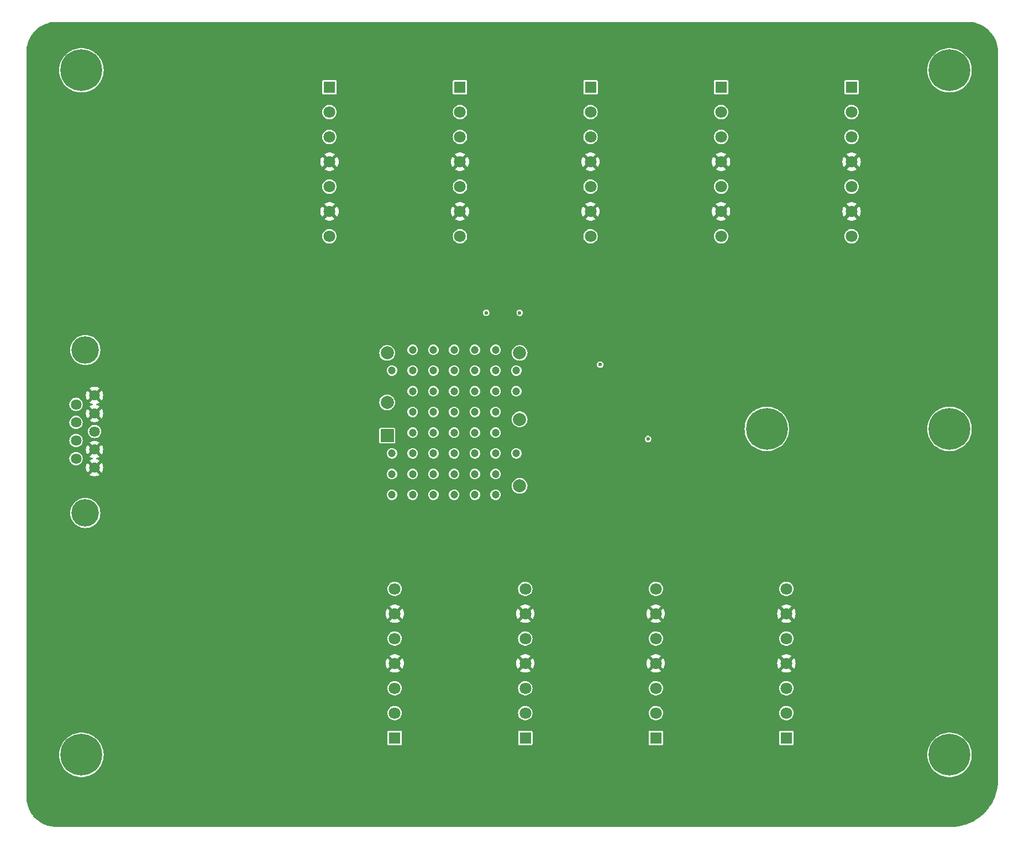
<source format=gbr>
%TF.GenerationSoftware,KiCad,Pcbnew,8.0.6*%
%TF.CreationDate,2024-12-10T16:09:11-05:00*%
%TF.ProjectId,Telem_PWR_Board,54656c65-6d5f-4505-9752-5f426f617264,rev?*%
%TF.SameCoordinates,Original*%
%TF.FileFunction,Copper,L5,Inr*%
%TF.FilePolarity,Positive*%
%FSLAX46Y46*%
G04 Gerber Fmt 4.6, Leading zero omitted, Abs format (unit mm)*
G04 Created by KiCad (PCBNEW 8.0.6) date 2024-12-10 16:09:11*
%MOMM*%
%LPD*%
G01*
G04 APERTURE LIST*
%TA.AperFunction,ComponentPad*%
%ADD10C,6.400000*%
%TD*%
%TA.AperFunction,ComponentPad*%
%ADD11R,1.800000X1.800000*%
%TD*%
%TA.AperFunction,ComponentPad*%
%ADD12C,1.800000*%
%TD*%
%TA.AperFunction,ComponentPad*%
%ADD13R,2.000000X2.000000*%
%TD*%
%TA.AperFunction,ComponentPad*%
%ADD14C,2.000000*%
%TD*%
%TA.AperFunction,ComponentPad*%
%ADD15C,1.635000*%
%TD*%
%TA.AperFunction,ComponentPad*%
%ADD16C,4.216000*%
%TD*%
%TA.AperFunction,ViaPad*%
%ADD17C,1.200000*%
%TD*%
%TA.AperFunction,ViaPad*%
%ADD18C,0.600000*%
%TD*%
G04 APERTURE END LIST*
D10*
%TO.N,CHASSIS*%
%TO.C,H6*%
X235000000Y-140000000D03*
%TD*%
D11*
%TO.N,/V_P5V_RTN*%
%TO.C,J7*%
X303000000Y-242400000D03*
D12*
%TO.N,/V_P5V*%
X303000000Y-238590000D03*
%TO.N,/V_P5V_RTN*%
X303000000Y-234780000D03*
%TO.N,/V_SEC_RTN*%
X303000000Y-230970000D03*
%TO.N,/V_SEC_IN*%
X303000000Y-227160000D03*
%TO.N,/V_SEC_RTN*%
X303000000Y-223350000D03*
%TO.N,/V_SEC_IN*%
X303000000Y-219540000D03*
%TD*%
D10*
%TO.N,CHASSIS*%
%TO.C,H4*%
X340000000Y-195000000D03*
%TD*%
%TO.N,CHASSIS*%
%TO.C,H5*%
X368000000Y-195000000D03*
%TD*%
D11*
%TO.N,/V_P5V_RTN*%
%TO.C,J8*%
X323000000Y-242400000D03*
D12*
%TO.N,/V_P5V*%
X323000000Y-238590000D03*
%TO.N,/V_P5V_RTN*%
X323000000Y-234780000D03*
%TO.N,/V_SEC_RTN*%
X323000000Y-230970000D03*
%TO.N,/V_SEC_IN*%
X323000000Y-227160000D03*
%TO.N,/V_SEC_RTN*%
X323000000Y-223350000D03*
%TO.N,/V_SEC_IN*%
X323000000Y-219540000D03*
%TD*%
D11*
%TO.N,/V_P5V_RTN*%
%TO.C,J2*%
X293000000Y-142600000D03*
D12*
%TO.N,/V_P5V*%
X293000000Y-146410000D03*
%TO.N,/V_P5V_RTN*%
X293000000Y-150220000D03*
%TO.N,/V_SEC_RTN*%
X293000000Y-154030000D03*
%TO.N,/V_SEC_IN*%
X293000000Y-157840000D03*
%TO.N,/V_SEC_RTN*%
X293000000Y-161650000D03*
%TO.N,/V_SEC_IN*%
X293000000Y-165460000D03*
%TD*%
D11*
%TO.N,/V_P5V_RTN*%
%TO.C,J6*%
X283000000Y-242400000D03*
D12*
%TO.N,/V_P5V*%
X283000000Y-238590000D03*
%TO.N,/V_P5V_RTN*%
X283000000Y-234780000D03*
%TO.N,/V_SEC_RTN*%
X283000000Y-230970000D03*
%TO.N,/V_SEC_IN*%
X283000000Y-227160000D03*
%TO.N,/V_SEC_RTN*%
X283000000Y-223350000D03*
%TO.N,/V_SEC_IN*%
X283000000Y-219540000D03*
%TD*%
D10*
%TO.N,CHASSIS*%
%TO.C,H2*%
X368000000Y-245000000D03*
%TD*%
D11*
%TO.N,/V_P5V_RTN*%
%TO.C,J9*%
X343000000Y-242400000D03*
D12*
%TO.N,/V_P5V*%
X343000000Y-238590000D03*
%TO.N,/V_P5V_RTN*%
X343000000Y-234780000D03*
%TO.N,/V_SEC_RTN*%
X343000000Y-230970000D03*
%TO.N,/V_SEC_IN*%
X343000000Y-227160000D03*
%TO.N,/V_SEC_RTN*%
X343000000Y-223350000D03*
%TO.N,/V_SEC_IN*%
X343000000Y-219540000D03*
%TD*%
D10*
%TO.N,CHASSIS*%
%TO.C,H1*%
X235000000Y-245000000D03*
%TD*%
D11*
%TO.N,/V_P5V_RTN*%
%TO.C,J4*%
X333000000Y-142600000D03*
D12*
%TO.N,/V_P5V*%
X333000000Y-146410000D03*
%TO.N,/V_P5V_RTN*%
X333000000Y-150220000D03*
%TO.N,/V_SEC_RTN*%
X333000000Y-154030000D03*
%TO.N,/V_SEC_IN*%
X333000000Y-157840000D03*
%TO.N,/V_SEC_RTN*%
X333000000Y-161650000D03*
%TO.N,/V_SEC_IN*%
X333000000Y-165460000D03*
%TD*%
D11*
%TO.N,/V_P5V_RTN*%
%TO.C,J1*%
X273000000Y-142600000D03*
D12*
%TO.N,/V_P5V*%
X273000000Y-146410000D03*
%TO.N,/V_P5V_RTN*%
X273000000Y-150220000D03*
%TO.N,/V_SEC_RTN*%
X273000000Y-154030000D03*
%TO.N,/V_SEC_IN*%
X273000000Y-157840000D03*
%TO.N,/V_SEC_RTN*%
X273000000Y-161650000D03*
%TO.N,/V_SEC_IN*%
X273000000Y-165460000D03*
%TD*%
D13*
%TO.N,/Telem_PWR_Single_Rail/V_POS*%
%TO.C,U1*%
X281837721Y-196043157D03*
D14*
%TO.N,/Telem_PWR_Single_Rail/V_RTN*%
X281837721Y-190943157D03*
%TO.N,/V_P5V*%
X302137721Y-203743157D03*
%TO.N,unconnected-(U1-TRIM-Pad4)*%
X302137721Y-193543157D03*
%TO.N,/V_P5V_RTN*%
X302137721Y-183343157D03*
%TO.N,unconnected-(U1-REMOTE-Pad6)*%
X281837721Y-183343157D03*
%TD*%
D11*
%TO.N,/V_P5V_RTN*%
%TO.C,J5*%
X353000000Y-142600000D03*
D12*
%TO.N,/V_P5V*%
X353000000Y-146410000D03*
%TO.N,/V_P5V_RTN*%
X353000000Y-150220000D03*
%TO.N,/V_SEC_RTN*%
X353000000Y-154030000D03*
%TO.N,/V_SEC_IN*%
X353000000Y-157840000D03*
%TO.N,/V_SEC_RTN*%
X353000000Y-161650000D03*
%TO.N,/V_SEC_IN*%
X353000000Y-165460000D03*
%TD*%
D11*
%TO.N,/V_P5V_RTN*%
%TO.C,J3*%
X313000000Y-142600000D03*
D12*
%TO.N,/V_P5V*%
X313000000Y-146410000D03*
%TO.N,/V_P5V_RTN*%
X313000000Y-150220000D03*
%TO.N,/V_SEC_RTN*%
X313000000Y-154030000D03*
%TO.N,/V_SEC_IN*%
X313000000Y-157840000D03*
%TO.N,/V_SEC_RTN*%
X313000000Y-161650000D03*
%TO.N,/V_SEC_IN*%
X313000000Y-165460000D03*
%TD*%
D15*
%TO.N,/V_SEC_RTN*%
%TO.C,P1*%
X237010000Y-200940000D03*
X237010000Y-198170000D03*
%TO.N,unconnected-(P1-Pad3)*%
X237010000Y-195400000D03*
%TO.N,/V_SEC_RTN*%
X237010000Y-192630000D03*
X237010000Y-189860000D03*
%TO.N,/V_SEC_IN*%
X234170000Y-199555000D03*
X234170000Y-196785000D03*
X234170000Y-194015000D03*
X234170000Y-191245000D03*
D16*
%TO.N,CHASSIS*%
X235590000Y-182900000D03*
X235590000Y-207900000D03*
%TD*%
D10*
%TO.N,CHASSIS*%
%TO.C,H3*%
X368000000Y-140000000D03*
%TD*%
D17*
%TO.N,CHASSIS*%
X282575000Y-198755000D03*
X282575000Y-186055000D03*
X301625000Y-189230000D03*
X301625000Y-186055000D03*
X301625000Y-198755000D03*
X282575000Y-201930000D03*
X282575000Y-205105000D03*
X288925000Y-205105000D03*
X298450000Y-205105000D03*
X298450000Y-201930000D03*
X292100000Y-201930000D03*
X292100000Y-205105000D03*
X288925000Y-201930000D03*
X295275000Y-205105000D03*
X285750000Y-201930000D03*
X292100000Y-195580000D03*
X295275000Y-201930000D03*
X285750000Y-205105000D03*
X288925000Y-198755000D03*
X295275000Y-198755000D03*
X298450000Y-198755000D03*
X285750000Y-198755000D03*
X285750000Y-195580000D03*
X292100000Y-198755000D03*
X288925000Y-195580000D03*
X298450000Y-195580000D03*
X295275000Y-195580000D03*
X292100000Y-189230000D03*
X288925000Y-192405000D03*
X295275000Y-192405000D03*
X298450000Y-192405000D03*
X285750000Y-192405000D03*
X285750000Y-189230000D03*
X292100000Y-192405000D03*
X288925000Y-189230000D03*
X298450000Y-189230000D03*
X295275000Y-189230000D03*
X292100000Y-186055000D03*
X285750000Y-186055000D03*
X288925000Y-186055000D03*
X298450000Y-186055000D03*
X295275000Y-186055000D03*
X295275000Y-182880000D03*
X298450000Y-182880000D03*
X292100000Y-182880000D03*
X288925000Y-182880000D03*
D18*
%TO.N,/V_SEC_RTN*%
X336550000Y-247650000D03*
X245670000Y-190400000D03*
X323850000Y-165100000D03*
X304800000Y-209550000D03*
X323850000Y-215900000D03*
X336550000Y-171450000D03*
X317500000Y-209550000D03*
X323850000Y-209550000D03*
X247650000Y-158750000D03*
X323850000Y-177800000D03*
X228600000Y-222250000D03*
X355600000Y-190500000D03*
X368300000Y-171450000D03*
X241300000Y-171450000D03*
X285750000Y-215900000D03*
X285750000Y-171450000D03*
X254000000Y-228600000D03*
X311150000Y-171450000D03*
X279400000Y-165100000D03*
X368300000Y-215900000D03*
X323850000Y-190500000D03*
X273050000Y-228600000D03*
X266700000Y-171450000D03*
X247650000Y-254000000D03*
X361950000Y-190500000D03*
X260350000Y-165100000D03*
X349250000Y-203200000D03*
X368300000Y-152400000D03*
X349250000Y-247650000D03*
X273050000Y-241300000D03*
X248210000Y-190400000D03*
X323850000Y-184150000D03*
X311150000Y-184150000D03*
X330200000Y-184150000D03*
X330200000Y-234950000D03*
X241300000Y-228600000D03*
X355600000Y-209550000D03*
X355600000Y-196850000D03*
X273050000Y-222250000D03*
X355600000Y-241300000D03*
X361950000Y-146050000D03*
X241300000Y-177800000D03*
X330200000Y-247650000D03*
X317500000Y-254000000D03*
X342900000Y-139700000D03*
X273050000Y-234950000D03*
X349250000Y-196850000D03*
X342900000Y-152400000D03*
X292100000Y-254000000D03*
X349250000Y-171450000D03*
X304800000Y-171450000D03*
X349250000Y-254000000D03*
X336550000Y-254000000D03*
X260350000Y-139700000D03*
X368300000Y-209550000D03*
X317500000Y-247650000D03*
X266700000Y-247650000D03*
X342900000Y-171450000D03*
X304800000Y-158750000D03*
X246940000Y-191670000D03*
X361950000Y-234950000D03*
X336550000Y-209550000D03*
X279400000Y-209550000D03*
X304800000Y-177800000D03*
X254000000Y-146050000D03*
X247650000Y-184150000D03*
X285750000Y-254000000D03*
X228600000Y-152400000D03*
X311150000Y-254000000D03*
X247650000Y-209550000D03*
X311150000Y-234950000D03*
X241300000Y-139700000D03*
X292100000Y-241300000D03*
X292100000Y-215900000D03*
X266700000Y-177800000D03*
X247650000Y-215900000D03*
X330200000Y-190500000D03*
X241300000Y-234950000D03*
X241300000Y-165100000D03*
X368300000Y-228600000D03*
X254000000Y-177800000D03*
X298450000Y-254000000D03*
X361950000Y-171450000D03*
X241300000Y-152400000D03*
X247650000Y-177800000D03*
X247650000Y-234950000D03*
X247650000Y-165100000D03*
X260350000Y-171450000D03*
X273050000Y-215900000D03*
X260350000Y-234950000D03*
X330200000Y-228600000D03*
X368300000Y-203200000D03*
X241300000Y-254000000D03*
X330200000Y-177800000D03*
X361950000Y-228600000D03*
X260350000Y-222250000D03*
X254000000Y-165100000D03*
X298450000Y-209550000D03*
X254000000Y-222250000D03*
X254000000Y-184150000D03*
X330200000Y-209550000D03*
X245670000Y-189130000D03*
X361950000Y-247650000D03*
X254000000Y-209550000D03*
X336550000Y-215900000D03*
X342900000Y-203200000D03*
X361950000Y-209550000D03*
X241300000Y-222250000D03*
X368300000Y-184150000D03*
X349250000Y-241300000D03*
X349250000Y-177800000D03*
X273050000Y-247650000D03*
X368300000Y-222250000D03*
X342900000Y-209550000D03*
X254000000Y-215900000D03*
X304800000Y-254000000D03*
X279400000Y-254000000D03*
X311150000Y-215900000D03*
X260350000Y-254000000D03*
X254000000Y-247650000D03*
X234950000Y-177800000D03*
X336550000Y-190500000D03*
X241300000Y-184150000D03*
X228600000Y-171450000D03*
X311150000Y-209550000D03*
X323850000Y-196850000D03*
X234950000Y-165100000D03*
X292100000Y-234950000D03*
X241300000Y-247650000D03*
X279400000Y-171450000D03*
X260350000Y-228600000D03*
X349250000Y-215900000D03*
X266700000Y-241300000D03*
X254000000Y-158750000D03*
X247650000Y-171450000D03*
X323850000Y-203200000D03*
X368300000Y-146050000D03*
X285750000Y-158750000D03*
X247650000Y-228600000D03*
X285750000Y-139700000D03*
X234950000Y-171450000D03*
X254000000Y-254000000D03*
X368300000Y-190500000D03*
X247650000Y-222250000D03*
X355600000Y-215900000D03*
X355600000Y-184150000D03*
X304800000Y-139700000D03*
X260350000Y-247650000D03*
X336550000Y-184150000D03*
X361950000Y-152400000D03*
X260350000Y-158750000D03*
X285750000Y-209550000D03*
X285750000Y-152400000D03*
X342900000Y-158750000D03*
X349250000Y-190500000D03*
X355600000Y-234950000D03*
X342900000Y-165100000D03*
X361950000Y-177800000D03*
X234950000Y-215900000D03*
X342900000Y-190500000D03*
X349250000Y-234950000D03*
X342900000Y-177800000D03*
X317500000Y-184150000D03*
X311150000Y-222250000D03*
X361950000Y-254000000D03*
X273050000Y-177800000D03*
X228600000Y-146050000D03*
X234950000Y-158750000D03*
X279400000Y-152400000D03*
X266700000Y-254000000D03*
X361950000Y-165100000D03*
X368300000Y-234950000D03*
X361950000Y-139700000D03*
X254000000Y-234950000D03*
X245670000Y-191670000D03*
X361950000Y-158750000D03*
X234950000Y-234950000D03*
X292100000Y-228600000D03*
X330200000Y-203200000D03*
X355600000Y-247650000D03*
X228600000Y-215900000D03*
X241300000Y-241300000D03*
X317500000Y-177800000D03*
X241300000Y-158750000D03*
X247650000Y-139700000D03*
X241300000Y-209550000D03*
X260350000Y-146050000D03*
X304800000Y-152400000D03*
X323850000Y-171450000D03*
X361950000Y-222250000D03*
X279400000Y-139700000D03*
X323850000Y-254000000D03*
X234950000Y-222250000D03*
X323850000Y-152400000D03*
X330200000Y-196850000D03*
X330200000Y-215900000D03*
X361950000Y-184150000D03*
X368300000Y-177800000D03*
X247650000Y-241300000D03*
X260350000Y-215900000D03*
X279400000Y-177800000D03*
X260350000Y-152400000D03*
X330200000Y-241300000D03*
X311150000Y-177800000D03*
X368300000Y-165100000D03*
X234950000Y-228600000D03*
X260350000Y-241300000D03*
X247650000Y-152400000D03*
X241300000Y-215900000D03*
X246940000Y-189130000D03*
X311150000Y-241300000D03*
X355600000Y-222250000D03*
X248210000Y-191670000D03*
X311150000Y-228600000D03*
X246940000Y-190400000D03*
X254000000Y-139700000D03*
X342900000Y-254000000D03*
X330200000Y-171450000D03*
X349250000Y-209550000D03*
X323850000Y-139700000D03*
X304800000Y-165100000D03*
X266700000Y-228600000D03*
X228600000Y-158750000D03*
X254000000Y-241300000D03*
X234950000Y-146050000D03*
X247650000Y-247650000D03*
X349250000Y-222250000D03*
X323850000Y-158750000D03*
X361950000Y-196850000D03*
X273050000Y-254000000D03*
X361950000Y-241300000D03*
X336550000Y-177800000D03*
X311150000Y-247650000D03*
X298450000Y-139700000D03*
X254000000Y-171450000D03*
X285750000Y-165100000D03*
X266700000Y-215900000D03*
X228600000Y-228600000D03*
X247650000Y-146050000D03*
X298450000Y-165100000D03*
X298450000Y-152400000D03*
X285750000Y-177800000D03*
X266700000Y-222250000D03*
X355600000Y-203200000D03*
X342900000Y-184150000D03*
X336550000Y-203200000D03*
X298450000Y-215900000D03*
X234950000Y-152400000D03*
X292100000Y-177800000D03*
X298450000Y-158750000D03*
X349250000Y-184150000D03*
X292100000Y-209550000D03*
X330200000Y-222250000D03*
X228600000Y-177800000D03*
X317500000Y-215900000D03*
X368300000Y-158750000D03*
X228600000Y-165100000D03*
X361950000Y-215900000D03*
X292100000Y-222250000D03*
X241300000Y-146050000D03*
X349250000Y-228600000D03*
X304800000Y-215900000D03*
X228600000Y-234950000D03*
X266700000Y-234950000D03*
X279400000Y-158750000D03*
X355600000Y-228600000D03*
X248210000Y-189130000D03*
X317500000Y-171450000D03*
X355600000Y-177800000D03*
X279400000Y-215900000D03*
X361950000Y-203200000D03*
X292100000Y-247650000D03*
X330200000Y-254000000D03*
X355600000Y-254000000D03*
X254000000Y-152400000D03*
%TO.N,CHASSIS*%
X297000221Y-177193157D03*
D17*
X285750000Y-182880000D03*
D18*
%TO.N,/V_P5V_RTN*%
X302150221Y-177203157D03*
X314490000Y-185142500D03*
X321800000Y-196540000D03*
%TD*%
%TA.AperFunction,Conductor*%
%TO.N,/V_SEC_RTN*%
G36*
X370842702Y-132580618D02*
G01*
X370855819Y-132581190D01*
X371233742Y-132597690D01*
X371244477Y-132598630D01*
X371629859Y-132649366D01*
X371640493Y-132651241D01*
X372019990Y-132735374D01*
X372030416Y-132738168D01*
X372401135Y-132855055D01*
X372411270Y-132858744D01*
X372770387Y-133007495D01*
X372780178Y-133012061D01*
X373124942Y-133191534D01*
X373134309Y-133196941D01*
X373404434Y-133369030D01*
X373462130Y-133405786D01*
X373470991Y-133411991D01*
X373779353Y-133648605D01*
X373787640Y-133655559D01*
X374074204Y-133918146D01*
X374081853Y-133925795D01*
X374344440Y-134212359D01*
X374351394Y-134220646D01*
X374588008Y-134529008D01*
X374594213Y-134537869D01*
X374803057Y-134865689D01*
X374808465Y-134875057D01*
X374987935Y-135219814D01*
X374992507Y-135229618D01*
X375141249Y-135588714D01*
X375144949Y-135598879D01*
X375261828Y-135969572D01*
X375264628Y-135980021D01*
X375348756Y-136359498D01*
X375350634Y-136370151D01*
X375401367Y-136755499D01*
X375402310Y-136766276D01*
X375419382Y-137157297D01*
X375419500Y-137162706D01*
X375419500Y-248917785D01*
X375419421Y-248922211D01*
X375401518Y-249423466D01*
X375400887Y-249432295D01*
X375347507Y-249928809D01*
X375346247Y-249937571D01*
X375257582Y-250429007D01*
X375255700Y-250437656D01*
X375132204Y-250921506D01*
X375129710Y-250929999D01*
X374972014Y-251403801D01*
X374968921Y-251412095D01*
X374777818Y-251873458D01*
X374774141Y-251881509D01*
X374550619Y-252328050D01*
X374546377Y-252335820D01*
X374291564Y-252765284D01*
X374286778Y-252772730D01*
X374001981Y-253182914D01*
X373996677Y-253190000D01*
X373683337Y-253578833D01*
X373677540Y-253585523D01*
X373337264Y-253951005D01*
X373331005Y-253957264D01*
X372965523Y-254297540D01*
X372958833Y-254303337D01*
X372570000Y-254616677D01*
X372562914Y-254621981D01*
X372152730Y-254906778D01*
X372145284Y-254911564D01*
X371715820Y-255166377D01*
X371708050Y-255170619D01*
X371261509Y-255394141D01*
X371253458Y-255397818D01*
X370792095Y-255588921D01*
X370783801Y-255592014D01*
X370309999Y-255749710D01*
X370301506Y-255752204D01*
X369817656Y-255875700D01*
X369809007Y-255877582D01*
X369317571Y-255966247D01*
X369308809Y-255967507D01*
X368812295Y-256020887D01*
X368803466Y-256021518D01*
X368302212Y-256039421D01*
X368297786Y-256039500D01*
X231142706Y-256039500D01*
X231137297Y-256039382D01*
X230746276Y-256022310D01*
X230735501Y-256021367D01*
X230646792Y-256009688D01*
X230350151Y-255970634D01*
X230339498Y-255968756D01*
X229960021Y-255884628D01*
X229949572Y-255881828D01*
X229578879Y-255764949D01*
X229568714Y-255761249D01*
X229546877Y-255752204D01*
X229439825Y-255707861D01*
X229209618Y-255612507D01*
X229199814Y-255607935D01*
X228855057Y-255428465D01*
X228845689Y-255423057D01*
X228517869Y-255214213D01*
X228509008Y-255208008D01*
X228200646Y-254971394D01*
X228192359Y-254964440D01*
X227905795Y-254701853D01*
X227898146Y-254694204D01*
X227635559Y-254407640D01*
X227628605Y-254399353D01*
X227391991Y-254090991D01*
X227385786Y-254082130D01*
X227176942Y-253754310D01*
X227171534Y-253744942D01*
X226992061Y-253400178D01*
X226987492Y-253390381D01*
X226901557Y-253182914D01*
X226838744Y-253031270D01*
X226835055Y-253021135D01*
X226718168Y-252650416D01*
X226715374Y-252639990D01*
X226631241Y-252260493D01*
X226629365Y-252249848D01*
X226578630Y-251864477D01*
X226577690Y-251853742D01*
X226560618Y-251462701D01*
X226560500Y-251457293D01*
X226560500Y-244999997D01*
X231594506Y-244999997D01*
X231594506Y-245000002D01*
X231614469Y-245368196D01*
X231614470Y-245368213D01*
X231674122Y-245732068D01*
X231674128Y-245732094D01*
X231772768Y-246087365D01*
X231772770Y-246087371D01*
X231909255Y-246429926D01*
X231909261Y-246429938D01*
X232081973Y-246755708D01*
X232081976Y-246755713D01*
X232081978Y-246755716D01*
X232288910Y-247060917D01*
X232527627Y-247341956D01*
X232795330Y-247595538D01*
X233088881Y-247818690D01*
X233404838Y-248008795D01*
X233404840Y-248008796D01*
X233404842Y-248008797D01*
X233404846Y-248008799D01*
X233739486Y-248163620D01*
X233739497Y-248163625D01*
X234088934Y-248281364D01*
X234449052Y-248360632D01*
X234815630Y-248400500D01*
X234815636Y-248400500D01*
X235184364Y-248400500D01*
X235184370Y-248400500D01*
X235550948Y-248360632D01*
X235911066Y-248281364D01*
X236260503Y-248163625D01*
X236595162Y-248008795D01*
X236911119Y-247818690D01*
X237204670Y-247595538D01*
X237472373Y-247341956D01*
X237711090Y-247060917D01*
X237918022Y-246755716D01*
X238090743Y-246429930D01*
X238227227Y-246087379D01*
X238325875Y-245732081D01*
X238385531Y-245368199D01*
X238405494Y-245000000D01*
X238405494Y-244999997D01*
X364594506Y-244999997D01*
X364594506Y-245000002D01*
X364614469Y-245368196D01*
X364614470Y-245368213D01*
X364674122Y-245732068D01*
X364674128Y-245732094D01*
X364772768Y-246087365D01*
X364772770Y-246087371D01*
X364909255Y-246429926D01*
X364909261Y-246429938D01*
X365081973Y-246755708D01*
X365081976Y-246755713D01*
X365081978Y-246755716D01*
X365288910Y-247060917D01*
X365527627Y-247341956D01*
X365795330Y-247595538D01*
X366088881Y-247818690D01*
X366404838Y-248008795D01*
X366404840Y-248008796D01*
X366404842Y-248008797D01*
X366404846Y-248008799D01*
X366739486Y-248163620D01*
X366739497Y-248163625D01*
X367088934Y-248281364D01*
X367449052Y-248360632D01*
X367815630Y-248400500D01*
X367815636Y-248400500D01*
X368184364Y-248400500D01*
X368184370Y-248400500D01*
X368550948Y-248360632D01*
X368911066Y-248281364D01*
X369260503Y-248163625D01*
X369595162Y-248008795D01*
X369911119Y-247818690D01*
X370204670Y-247595538D01*
X370472373Y-247341956D01*
X370711090Y-247060917D01*
X370918022Y-246755716D01*
X371090743Y-246429930D01*
X371227227Y-246087379D01*
X371325875Y-245732081D01*
X371385531Y-245368199D01*
X371405494Y-245000000D01*
X371385531Y-244631801D01*
X371325875Y-244267919D01*
X371227227Y-243912621D01*
X371090743Y-243570070D01*
X370918022Y-243244284D01*
X370711090Y-242939083D01*
X370472373Y-242658044D01*
X370204670Y-242404462D01*
X369911119Y-242181310D01*
X369595162Y-241991205D01*
X369595161Y-241991204D01*
X369595157Y-241991202D01*
X369595153Y-241991200D01*
X369260513Y-241836379D01*
X369260508Y-241836377D01*
X369260503Y-241836375D01*
X369090172Y-241778983D01*
X368911065Y-241718635D01*
X368550946Y-241639367D01*
X368184371Y-241599500D01*
X368184370Y-241599500D01*
X367815630Y-241599500D01*
X367815628Y-241599500D01*
X367449053Y-241639367D01*
X367088934Y-241718635D01*
X366818812Y-241809650D01*
X366739497Y-241836375D01*
X366739494Y-241836376D01*
X366739486Y-241836379D01*
X366404846Y-241991200D01*
X366404842Y-241991202D01*
X366169538Y-242132779D01*
X366088881Y-242181310D01*
X365988410Y-242257685D01*
X365795330Y-242404461D01*
X365795330Y-242404462D01*
X365527626Y-242658044D01*
X365288909Y-242939083D01*
X365081979Y-243244282D01*
X365081973Y-243244291D01*
X364909261Y-243570061D01*
X364909255Y-243570073D01*
X364772770Y-243912628D01*
X364772768Y-243912634D01*
X364674128Y-244267905D01*
X364674122Y-244267931D01*
X364614470Y-244631786D01*
X364614469Y-244631803D01*
X364594506Y-244999997D01*
X238405494Y-244999997D01*
X238385531Y-244631801D01*
X238325875Y-244267919D01*
X238227227Y-243912621D01*
X238090743Y-243570070D01*
X237918022Y-243244284D01*
X237711090Y-242939083D01*
X237472373Y-242658044D01*
X237204670Y-242404462D01*
X236911119Y-242181310D01*
X236595162Y-241991205D01*
X236595161Y-241991204D01*
X236595157Y-241991202D01*
X236595153Y-241991200D01*
X236260513Y-241836379D01*
X236260508Y-241836377D01*
X236260503Y-241836375D01*
X236090172Y-241778983D01*
X235911065Y-241718635D01*
X235550946Y-241639367D01*
X235184371Y-241599500D01*
X235184370Y-241599500D01*
X234815630Y-241599500D01*
X234815628Y-241599500D01*
X234449053Y-241639367D01*
X234088934Y-241718635D01*
X233818812Y-241809650D01*
X233739497Y-241836375D01*
X233739494Y-241836376D01*
X233739486Y-241836379D01*
X233404846Y-241991200D01*
X233404842Y-241991202D01*
X233169538Y-242132779D01*
X233088881Y-242181310D01*
X232988410Y-242257685D01*
X232795330Y-242404461D01*
X232795330Y-242404462D01*
X232527626Y-242658044D01*
X232288909Y-242939083D01*
X232081979Y-243244282D01*
X232081973Y-243244291D01*
X231909261Y-243570061D01*
X231909255Y-243570073D01*
X231772770Y-243912628D01*
X231772768Y-243912634D01*
X231674128Y-244267905D01*
X231674122Y-244267931D01*
X231614470Y-244631786D01*
X231614469Y-244631803D01*
X231594506Y-244999997D01*
X226560500Y-244999997D01*
X226560500Y-241480247D01*
X281899500Y-241480247D01*
X281899500Y-243319752D01*
X281911131Y-243378229D01*
X281911132Y-243378230D01*
X281955447Y-243444552D01*
X282021769Y-243488867D01*
X282021770Y-243488868D01*
X282080247Y-243500499D01*
X282080250Y-243500500D01*
X282080252Y-243500500D01*
X283919750Y-243500500D01*
X283919751Y-243500499D01*
X283934568Y-243497552D01*
X283978229Y-243488868D01*
X283978229Y-243488867D01*
X283978231Y-243488867D01*
X284044552Y-243444552D01*
X284088867Y-243378231D01*
X284088867Y-243378229D01*
X284088868Y-243378229D01*
X284100499Y-243319752D01*
X284100500Y-243319750D01*
X284100500Y-241480249D01*
X284100499Y-241480247D01*
X301899500Y-241480247D01*
X301899500Y-243319752D01*
X301911131Y-243378229D01*
X301911132Y-243378230D01*
X301955447Y-243444552D01*
X302021769Y-243488867D01*
X302021770Y-243488868D01*
X302080247Y-243500499D01*
X302080250Y-243500500D01*
X302080252Y-243500500D01*
X303919750Y-243500500D01*
X303919751Y-243500499D01*
X303934568Y-243497552D01*
X303978229Y-243488868D01*
X303978229Y-243488867D01*
X303978231Y-243488867D01*
X304044552Y-243444552D01*
X304088867Y-243378231D01*
X304088867Y-243378229D01*
X304088868Y-243378229D01*
X304100499Y-243319752D01*
X304100500Y-243319750D01*
X304100500Y-241480249D01*
X304100499Y-241480247D01*
X321899500Y-241480247D01*
X321899500Y-243319752D01*
X321911131Y-243378229D01*
X321911132Y-243378230D01*
X321955447Y-243444552D01*
X322021769Y-243488867D01*
X322021770Y-243488868D01*
X322080247Y-243500499D01*
X322080250Y-243500500D01*
X322080252Y-243500500D01*
X323919750Y-243500500D01*
X323919751Y-243500499D01*
X323934568Y-243497552D01*
X323978229Y-243488868D01*
X323978229Y-243488867D01*
X323978231Y-243488867D01*
X324044552Y-243444552D01*
X324088867Y-243378231D01*
X324088867Y-243378229D01*
X324088868Y-243378229D01*
X324100499Y-243319752D01*
X324100500Y-243319750D01*
X324100500Y-241480249D01*
X324100499Y-241480247D01*
X341899500Y-241480247D01*
X341899500Y-243319752D01*
X341911131Y-243378229D01*
X341911132Y-243378230D01*
X341955447Y-243444552D01*
X342021769Y-243488867D01*
X342021770Y-243488868D01*
X342080247Y-243500499D01*
X342080250Y-243500500D01*
X342080252Y-243500500D01*
X343919750Y-243500500D01*
X343919751Y-243500499D01*
X343934568Y-243497552D01*
X343978229Y-243488868D01*
X343978229Y-243488867D01*
X343978231Y-243488867D01*
X344044552Y-243444552D01*
X344088867Y-243378231D01*
X344088867Y-243378229D01*
X344088868Y-243378229D01*
X344100499Y-243319752D01*
X344100500Y-243319750D01*
X344100500Y-241480249D01*
X344100499Y-241480247D01*
X344088868Y-241421770D01*
X344088867Y-241421769D01*
X344044552Y-241355447D01*
X343978230Y-241311132D01*
X343978229Y-241311131D01*
X343919752Y-241299500D01*
X343919748Y-241299500D01*
X342080252Y-241299500D01*
X342080247Y-241299500D01*
X342021770Y-241311131D01*
X342021769Y-241311132D01*
X341955447Y-241355447D01*
X341911132Y-241421769D01*
X341911131Y-241421770D01*
X341899500Y-241480247D01*
X324100499Y-241480247D01*
X324088868Y-241421770D01*
X324088867Y-241421769D01*
X324044552Y-241355447D01*
X323978230Y-241311132D01*
X323978229Y-241311131D01*
X323919752Y-241299500D01*
X323919748Y-241299500D01*
X322080252Y-241299500D01*
X322080247Y-241299500D01*
X322021770Y-241311131D01*
X322021769Y-241311132D01*
X321955447Y-241355447D01*
X321911132Y-241421769D01*
X321911131Y-241421770D01*
X321899500Y-241480247D01*
X304100499Y-241480247D01*
X304088868Y-241421770D01*
X304088867Y-241421769D01*
X304044552Y-241355447D01*
X303978230Y-241311132D01*
X303978229Y-241311131D01*
X303919752Y-241299500D01*
X303919748Y-241299500D01*
X302080252Y-241299500D01*
X302080247Y-241299500D01*
X302021770Y-241311131D01*
X302021769Y-241311132D01*
X301955447Y-241355447D01*
X301911132Y-241421769D01*
X301911131Y-241421770D01*
X301899500Y-241480247D01*
X284100499Y-241480247D01*
X284088868Y-241421770D01*
X284088867Y-241421769D01*
X284044552Y-241355447D01*
X283978230Y-241311132D01*
X283978229Y-241311131D01*
X283919752Y-241299500D01*
X283919748Y-241299500D01*
X282080252Y-241299500D01*
X282080247Y-241299500D01*
X282021770Y-241311131D01*
X282021769Y-241311132D01*
X281955447Y-241355447D01*
X281911132Y-241421769D01*
X281911131Y-241421770D01*
X281899500Y-241480247D01*
X226560500Y-241480247D01*
X226560500Y-238589999D01*
X281894785Y-238589999D01*
X281894785Y-238590000D01*
X281913602Y-238793082D01*
X281969417Y-238989247D01*
X281969422Y-238989260D01*
X282060327Y-239171821D01*
X282183237Y-239334581D01*
X282333958Y-239471980D01*
X282333960Y-239471982D01*
X282433141Y-239533392D01*
X282507363Y-239579348D01*
X282697544Y-239653024D01*
X282898024Y-239690500D01*
X282898026Y-239690500D01*
X283101974Y-239690500D01*
X283101976Y-239690500D01*
X283302456Y-239653024D01*
X283492637Y-239579348D01*
X283666041Y-239471981D01*
X283816764Y-239334579D01*
X283939673Y-239171821D01*
X284030582Y-238989250D01*
X284086397Y-238793083D01*
X284105215Y-238590000D01*
X284105215Y-238589999D01*
X301894785Y-238589999D01*
X301894785Y-238590000D01*
X301913602Y-238793082D01*
X301969417Y-238989247D01*
X301969422Y-238989260D01*
X302060327Y-239171821D01*
X302183237Y-239334581D01*
X302333958Y-239471980D01*
X302333960Y-239471982D01*
X302433141Y-239533392D01*
X302507363Y-239579348D01*
X302697544Y-239653024D01*
X302898024Y-239690500D01*
X302898026Y-239690500D01*
X303101974Y-239690500D01*
X303101976Y-239690500D01*
X303302456Y-239653024D01*
X303492637Y-239579348D01*
X303666041Y-239471981D01*
X303816764Y-239334579D01*
X303939673Y-239171821D01*
X304030582Y-238989250D01*
X304086397Y-238793083D01*
X304105215Y-238590000D01*
X304105215Y-238589999D01*
X321894785Y-238589999D01*
X321894785Y-238590000D01*
X321913602Y-238793082D01*
X321969417Y-238989247D01*
X321969422Y-238989260D01*
X322060327Y-239171821D01*
X322183237Y-239334581D01*
X322333958Y-239471980D01*
X322333960Y-239471982D01*
X322433141Y-239533392D01*
X322507363Y-239579348D01*
X322697544Y-239653024D01*
X322898024Y-239690500D01*
X322898026Y-239690500D01*
X323101974Y-239690500D01*
X323101976Y-239690500D01*
X323302456Y-239653024D01*
X323492637Y-239579348D01*
X323666041Y-239471981D01*
X323816764Y-239334579D01*
X323939673Y-239171821D01*
X324030582Y-238989250D01*
X324086397Y-238793083D01*
X324105215Y-238590000D01*
X324105215Y-238589999D01*
X341894785Y-238589999D01*
X341894785Y-238590000D01*
X341913602Y-238793082D01*
X341969417Y-238989247D01*
X341969422Y-238989260D01*
X342060327Y-239171821D01*
X342183237Y-239334581D01*
X342333958Y-239471980D01*
X342333960Y-239471982D01*
X342433141Y-239533392D01*
X342507363Y-239579348D01*
X342697544Y-239653024D01*
X342898024Y-239690500D01*
X342898026Y-239690500D01*
X343101974Y-239690500D01*
X343101976Y-239690500D01*
X343302456Y-239653024D01*
X343492637Y-239579348D01*
X343666041Y-239471981D01*
X343816764Y-239334579D01*
X343939673Y-239171821D01*
X344030582Y-238989250D01*
X344086397Y-238793083D01*
X344105215Y-238590000D01*
X344086397Y-238386917D01*
X344030582Y-238190750D01*
X343939673Y-238008179D01*
X343816764Y-237845421D01*
X343816762Y-237845418D01*
X343666041Y-237708019D01*
X343666039Y-237708017D01*
X343492642Y-237600655D01*
X343492635Y-237600651D01*
X343397546Y-237563814D01*
X343302456Y-237526976D01*
X343101976Y-237489500D01*
X342898024Y-237489500D01*
X342697544Y-237526976D01*
X342697541Y-237526976D01*
X342697541Y-237526977D01*
X342507364Y-237600651D01*
X342507357Y-237600655D01*
X342333960Y-237708017D01*
X342333958Y-237708019D01*
X342183237Y-237845418D01*
X342060327Y-238008178D01*
X341969422Y-238190739D01*
X341969417Y-238190752D01*
X341913602Y-238386917D01*
X341894785Y-238589999D01*
X324105215Y-238589999D01*
X324086397Y-238386917D01*
X324030582Y-238190750D01*
X323939673Y-238008179D01*
X323816764Y-237845421D01*
X323816762Y-237845418D01*
X323666041Y-237708019D01*
X323666039Y-237708017D01*
X323492642Y-237600655D01*
X323492635Y-237600651D01*
X323397546Y-237563814D01*
X323302456Y-237526976D01*
X323101976Y-237489500D01*
X322898024Y-237489500D01*
X322697544Y-237526976D01*
X322697541Y-237526976D01*
X322697541Y-237526977D01*
X322507364Y-237600651D01*
X322507357Y-237600655D01*
X322333960Y-237708017D01*
X322333958Y-237708019D01*
X322183237Y-237845418D01*
X322060327Y-238008178D01*
X321969422Y-238190739D01*
X321969417Y-238190752D01*
X321913602Y-238386917D01*
X321894785Y-238589999D01*
X304105215Y-238589999D01*
X304086397Y-238386917D01*
X304030582Y-238190750D01*
X303939673Y-238008179D01*
X303816764Y-237845421D01*
X303816762Y-237845418D01*
X303666041Y-237708019D01*
X303666039Y-237708017D01*
X303492642Y-237600655D01*
X303492635Y-237600651D01*
X303397546Y-237563814D01*
X303302456Y-237526976D01*
X303101976Y-237489500D01*
X302898024Y-237489500D01*
X302697544Y-237526976D01*
X302697541Y-237526976D01*
X302697541Y-237526977D01*
X302507364Y-237600651D01*
X302507357Y-237600655D01*
X302333960Y-237708017D01*
X302333958Y-237708019D01*
X302183237Y-237845418D01*
X302060327Y-238008178D01*
X301969422Y-238190739D01*
X301969417Y-238190752D01*
X301913602Y-238386917D01*
X301894785Y-238589999D01*
X284105215Y-238589999D01*
X284086397Y-238386917D01*
X284030582Y-238190750D01*
X283939673Y-238008179D01*
X283816764Y-237845421D01*
X283816762Y-237845418D01*
X283666041Y-237708019D01*
X283666039Y-237708017D01*
X283492642Y-237600655D01*
X283492635Y-237600651D01*
X283397546Y-237563814D01*
X283302456Y-237526976D01*
X283101976Y-237489500D01*
X282898024Y-237489500D01*
X282697544Y-237526976D01*
X282697541Y-237526976D01*
X282697541Y-237526977D01*
X282507364Y-237600651D01*
X282507357Y-237600655D01*
X282333960Y-237708017D01*
X282333958Y-237708019D01*
X282183237Y-237845418D01*
X282060327Y-238008178D01*
X281969422Y-238190739D01*
X281969417Y-238190752D01*
X281913602Y-238386917D01*
X281894785Y-238589999D01*
X226560500Y-238589999D01*
X226560500Y-234779999D01*
X281894785Y-234779999D01*
X281894785Y-234780000D01*
X281913602Y-234983082D01*
X281969417Y-235179247D01*
X281969422Y-235179260D01*
X282060327Y-235361821D01*
X282183237Y-235524581D01*
X282333958Y-235661980D01*
X282333960Y-235661982D01*
X282433141Y-235723392D01*
X282507363Y-235769348D01*
X282697544Y-235843024D01*
X282898024Y-235880500D01*
X282898026Y-235880500D01*
X283101974Y-235880500D01*
X283101976Y-235880500D01*
X283302456Y-235843024D01*
X283492637Y-235769348D01*
X283666041Y-235661981D01*
X283816764Y-235524579D01*
X283939673Y-235361821D01*
X284030582Y-235179250D01*
X284086397Y-234983083D01*
X284105215Y-234780000D01*
X284105215Y-234779999D01*
X301894785Y-234779999D01*
X301894785Y-234780000D01*
X301913602Y-234983082D01*
X301969417Y-235179247D01*
X301969422Y-235179260D01*
X302060327Y-235361821D01*
X302183237Y-235524581D01*
X302333958Y-235661980D01*
X302333960Y-235661982D01*
X302433141Y-235723392D01*
X302507363Y-235769348D01*
X302697544Y-235843024D01*
X302898024Y-235880500D01*
X302898026Y-235880500D01*
X303101974Y-235880500D01*
X303101976Y-235880500D01*
X303302456Y-235843024D01*
X303492637Y-235769348D01*
X303666041Y-235661981D01*
X303816764Y-235524579D01*
X303939673Y-235361821D01*
X304030582Y-235179250D01*
X304086397Y-234983083D01*
X304105215Y-234780000D01*
X304105215Y-234779999D01*
X321894785Y-234779999D01*
X321894785Y-234780000D01*
X321913602Y-234983082D01*
X321969417Y-235179247D01*
X321969422Y-235179260D01*
X322060327Y-235361821D01*
X322183237Y-235524581D01*
X322333958Y-235661980D01*
X322333960Y-235661982D01*
X322433141Y-235723392D01*
X322507363Y-235769348D01*
X322697544Y-235843024D01*
X322898024Y-235880500D01*
X322898026Y-235880500D01*
X323101974Y-235880500D01*
X323101976Y-235880500D01*
X323302456Y-235843024D01*
X323492637Y-235769348D01*
X323666041Y-235661981D01*
X323816764Y-235524579D01*
X323939673Y-235361821D01*
X324030582Y-235179250D01*
X324086397Y-234983083D01*
X324105215Y-234780000D01*
X324105215Y-234779999D01*
X341894785Y-234779999D01*
X341894785Y-234780000D01*
X341913602Y-234983082D01*
X341969417Y-235179247D01*
X341969422Y-235179260D01*
X342060327Y-235361821D01*
X342183237Y-235524581D01*
X342333958Y-235661980D01*
X342333960Y-235661982D01*
X342433141Y-235723392D01*
X342507363Y-235769348D01*
X342697544Y-235843024D01*
X342898024Y-235880500D01*
X342898026Y-235880500D01*
X343101974Y-235880500D01*
X343101976Y-235880500D01*
X343302456Y-235843024D01*
X343492637Y-235769348D01*
X343666041Y-235661981D01*
X343816764Y-235524579D01*
X343939673Y-235361821D01*
X344030582Y-235179250D01*
X344086397Y-234983083D01*
X344105215Y-234780000D01*
X344086397Y-234576917D01*
X344030582Y-234380750D01*
X343939673Y-234198179D01*
X343816764Y-234035421D01*
X343816762Y-234035418D01*
X343666041Y-233898019D01*
X343666039Y-233898017D01*
X343492642Y-233790655D01*
X343492635Y-233790651D01*
X343397546Y-233753814D01*
X343302456Y-233716976D01*
X343101976Y-233679500D01*
X342898024Y-233679500D01*
X342697544Y-233716976D01*
X342697541Y-233716976D01*
X342697541Y-233716977D01*
X342507364Y-233790651D01*
X342507357Y-233790655D01*
X342333960Y-233898017D01*
X342333958Y-233898019D01*
X342183237Y-234035418D01*
X342060327Y-234198178D01*
X341969422Y-234380739D01*
X341969417Y-234380752D01*
X341913602Y-234576917D01*
X341894785Y-234779999D01*
X324105215Y-234779999D01*
X324086397Y-234576917D01*
X324030582Y-234380750D01*
X323939673Y-234198179D01*
X323816764Y-234035421D01*
X323816762Y-234035418D01*
X323666041Y-233898019D01*
X323666039Y-233898017D01*
X323492642Y-233790655D01*
X323492635Y-233790651D01*
X323397546Y-233753814D01*
X323302456Y-233716976D01*
X323101976Y-233679500D01*
X322898024Y-233679500D01*
X322697544Y-233716976D01*
X322697541Y-233716976D01*
X322697541Y-233716977D01*
X322507364Y-233790651D01*
X322507357Y-233790655D01*
X322333960Y-233898017D01*
X322333958Y-233898019D01*
X322183237Y-234035418D01*
X322060327Y-234198178D01*
X321969422Y-234380739D01*
X321969417Y-234380752D01*
X321913602Y-234576917D01*
X321894785Y-234779999D01*
X304105215Y-234779999D01*
X304086397Y-234576917D01*
X304030582Y-234380750D01*
X303939673Y-234198179D01*
X303816764Y-234035421D01*
X303816762Y-234035418D01*
X303666041Y-233898019D01*
X303666039Y-233898017D01*
X303492642Y-233790655D01*
X303492635Y-233790651D01*
X303397546Y-233753814D01*
X303302456Y-233716976D01*
X303101976Y-233679500D01*
X302898024Y-233679500D01*
X302697544Y-233716976D01*
X302697541Y-233716976D01*
X302697541Y-233716977D01*
X302507364Y-233790651D01*
X302507357Y-233790655D01*
X302333960Y-233898017D01*
X302333958Y-233898019D01*
X302183237Y-234035418D01*
X302060327Y-234198178D01*
X301969422Y-234380739D01*
X301969417Y-234380752D01*
X301913602Y-234576917D01*
X301894785Y-234779999D01*
X284105215Y-234779999D01*
X284086397Y-234576917D01*
X284030582Y-234380750D01*
X283939673Y-234198179D01*
X283816764Y-234035421D01*
X283816762Y-234035418D01*
X283666041Y-233898019D01*
X283666039Y-233898017D01*
X283492642Y-233790655D01*
X283492635Y-233790651D01*
X283397546Y-233753814D01*
X283302456Y-233716976D01*
X283101976Y-233679500D01*
X282898024Y-233679500D01*
X282697544Y-233716976D01*
X282697541Y-233716976D01*
X282697541Y-233716977D01*
X282507364Y-233790651D01*
X282507357Y-233790655D01*
X282333960Y-233898017D01*
X282333958Y-233898019D01*
X282183237Y-234035418D01*
X282060327Y-234198178D01*
X281969422Y-234380739D01*
X281969417Y-234380752D01*
X281913602Y-234576917D01*
X281894785Y-234779999D01*
X226560500Y-234779999D01*
X226560500Y-230969994D01*
X281595202Y-230969994D01*
X281595202Y-230970005D01*
X281614361Y-231201218D01*
X281671317Y-231426135D01*
X281764515Y-231638606D01*
X281848812Y-231767633D01*
X282435387Y-231181058D01*
X282440889Y-231201591D01*
X282519881Y-231338408D01*
X282631592Y-231450119D01*
X282768409Y-231529111D01*
X282788940Y-231534612D01*
X282201201Y-232122351D01*
X282231649Y-232146050D01*
X282435697Y-232256476D01*
X282435706Y-232256479D01*
X282655139Y-232331811D01*
X282883993Y-232370000D01*
X283116007Y-232370000D01*
X283344860Y-232331811D01*
X283564293Y-232256479D01*
X283564301Y-232256476D01*
X283768355Y-232146047D01*
X283798797Y-232122351D01*
X283798798Y-232122350D01*
X283211060Y-231534612D01*
X283231591Y-231529111D01*
X283368408Y-231450119D01*
X283480119Y-231338408D01*
X283559111Y-231201591D01*
X283564612Y-231181059D01*
X284151186Y-231767633D01*
X284235482Y-231638611D01*
X284328682Y-231426135D01*
X284385638Y-231201218D01*
X284404798Y-230970005D01*
X284404798Y-230969994D01*
X301595202Y-230969994D01*
X301595202Y-230970005D01*
X301614361Y-231201218D01*
X301671317Y-231426135D01*
X301764515Y-231638606D01*
X301848812Y-231767633D01*
X302435387Y-231181058D01*
X302440889Y-231201591D01*
X302519881Y-231338408D01*
X302631592Y-231450119D01*
X302768409Y-231529111D01*
X302788940Y-231534612D01*
X302201201Y-232122351D01*
X302231649Y-232146050D01*
X302435697Y-232256476D01*
X302435706Y-232256479D01*
X302655139Y-232331811D01*
X302883993Y-232370000D01*
X303116007Y-232370000D01*
X303344860Y-232331811D01*
X303564293Y-232256479D01*
X303564301Y-232256476D01*
X303768355Y-232146047D01*
X303798797Y-232122351D01*
X303798798Y-232122350D01*
X303211060Y-231534612D01*
X303231591Y-231529111D01*
X303368408Y-231450119D01*
X303480119Y-231338408D01*
X303559111Y-231201591D01*
X303564612Y-231181059D01*
X304151186Y-231767633D01*
X304235482Y-231638611D01*
X304328682Y-231426135D01*
X304385638Y-231201218D01*
X304404798Y-230970005D01*
X304404798Y-230969994D01*
X321595202Y-230969994D01*
X321595202Y-230970005D01*
X321614361Y-231201218D01*
X321671317Y-231426135D01*
X321764515Y-231638606D01*
X321848812Y-231767633D01*
X322435387Y-231181058D01*
X322440889Y-231201591D01*
X322519881Y-231338408D01*
X322631592Y-231450119D01*
X322768409Y-231529111D01*
X322788940Y-231534612D01*
X322201201Y-232122351D01*
X322231649Y-232146050D01*
X322435697Y-232256476D01*
X322435706Y-232256479D01*
X322655139Y-232331811D01*
X322883993Y-232370000D01*
X323116007Y-232370000D01*
X323344860Y-232331811D01*
X323564293Y-232256479D01*
X323564301Y-232256476D01*
X323768355Y-232146047D01*
X323798797Y-232122351D01*
X323798798Y-232122350D01*
X323211060Y-231534612D01*
X323231591Y-231529111D01*
X323368408Y-231450119D01*
X323480119Y-231338408D01*
X323559111Y-231201591D01*
X323564612Y-231181059D01*
X324151186Y-231767633D01*
X324235482Y-231638611D01*
X324328682Y-231426135D01*
X324385638Y-231201218D01*
X324404798Y-230970005D01*
X324404798Y-230969994D01*
X341595202Y-230969994D01*
X341595202Y-230970005D01*
X341614361Y-231201218D01*
X341671317Y-231426135D01*
X341764515Y-231638606D01*
X341848812Y-231767633D01*
X342435387Y-231181058D01*
X342440889Y-231201591D01*
X342519881Y-231338408D01*
X342631592Y-231450119D01*
X342768409Y-231529111D01*
X342788940Y-231534612D01*
X342201201Y-232122351D01*
X342231649Y-232146050D01*
X342435697Y-232256476D01*
X342435706Y-232256479D01*
X342655139Y-232331811D01*
X342883993Y-232370000D01*
X343116007Y-232370000D01*
X343344860Y-232331811D01*
X343564293Y-232256479D01*
X343564301Y-232256476D01*
X343768355Y-232146047D01*
X343798797Y-232122351D01*
X343798798Y-232122350D01*
X343211060Y-231534612D01*
X343231591Y-231529111D01*
X343368408Y-231450119D01*
X343480119Y-231338408D01*
X343559111Y-231201591D01*
X343564612Y-231181059D01*
X344151186Y-231767633D01*
X344235482Y-231638611D01*
X344328682Y-231426135D01*
X344385638Y-231201218D01*
X344404798Y-230970005D01*
X344404798Y-230969994D01*
X344385638Y-230738781D01*
X344328682Y-230513864D01*
X344235484Y-230301393D01*
X344151186Y-230172365D01*
X343564612Y-230758939D01*
X343559111Y-230738409D01*
X343480119Y-230601592D01*
X343368408Y-230489881D01*
X343231591Y-230410889D01*
X343211058Y-230405387D01*
X343798797Y-229817647D01*
X343798797Y-229817645D01*
X343768360Y-229793955D01*
X343768354Y-229793951D01*
X343564302Y-229683523D01*
X343564293Y-229683520D01*
X343344860Y-229608188D01*
X343116007Y-229570000D01*
X342883993Y-229570000D01*
X342655139Y-229608188D01*
X342435706Y-229683520D01*
X342435697Y-229683523D01*
X342231650Y-229793949D01*
X342201200Y-229817647D01*
X342788941Y-230405387D01*
X342768409Y-230410889D01*
X342631592Y-230489881D01*
X342519881Y-230601592D01*
X342440889Y-230738409D01*
X342435387Y-230758941D01*
X341848811Y-230172365D01*
X341764516Y-230301390D01*
X341671317Y-230513864D01*
X341614361Y-230738781D01*
X341595202Y-230969994D01*
X324404798Y-230969994D01*
X324385638Y-230738781D01*
X324328682Y-230513864D01*
X324235484Y-230301393D01*
X324151186Y-230172365D01*
X323564612Y-230758939D01*
X323559111Y-230738409D01*
X323480119Y-230601592D01*
X323368408Y-230489881D01*
X323231591Y-230410889D01*
X323211058Y-230405387D01*
X323798797Y-229817647D01*
X323798797Y-229817645D01*
X323768360Y-229793955D01*
X323768354Y-229793951D01*
X323564302Y-229683523D01*
X323564293Y-229683520D01*
X323344860Y-229608188D01*
X323116007Y-229570000D01*
X322883993Y-229570000D01*
X322655139Y-229608188D01*
X322435706Y-229683520D01*
X322435697Y-229683523D01*
X322231650Y-229793949D01*
X322201200Y-229817647D01*
X322788941Y-230405387D01*
X322768409Y-230410889D01*
X322631592Y-230489881D01*
X322519881Y-230601592D01*
X322440889Y-230738409D01*
X322435387Y-230758941D01*
X321848811Y-230172365D01*
X321764516Y-230301390D01*
X321671317Y-230513864D01*
X321614361Y-230738781D01*
X321595202Y-230969994D01*
X304404798Y-230969994D01*
X304385638Y-230738781D01*
X304328682Y-230513864D01*
X304235484Y-230301393D01*
X304151186Y-230172365D01*
X303564612Y-230758939D01*
X303559111Y-230738409D01*
X303480119Y-230601592D01*
X303368408Y-230489881D01*
X303231591Y-230410889D01*
X303211058Y-230405387D01*
X303798797Y-229817647D01*
X303798797Y-229817645D01*
X303768360Y-229793955D01*
X303768354Y-229793951D01*
X303564302Y-229683523D01*
X303564293Y-229683520D01*
X303344860Y-229608188D01*
X303116007Y-229570000D01*
X302883993Y-229570000D01*
X302655139Y-229608188D01*
X302435706Y-229683520D01*
X302435697Y-229683523D01*
X302231650Y-229793949D01*
X302201200Y-229817647D01*
X302788941Y-230405387D01*
X302768409Y-230410889D01*
X302631592Y-230489881D01*
X302519881Y-230601592D01*
X302440889Y-230738409D01*
X302435387Y-230758940D01*
X301848811Y-230172365D01*
X301764516Y-230301390D01*
X301671317Y-230513864D01*
X301614361Y-230738781D01*
X301595202Y-230969994D01*
X284404798Y-230969994D01*
X284385638Y-230738781D01*
X284328682Y-230513864D01*
X284235484Y-230301393D01*
X284151186Y-230172365D01*
X283564612Y-230758939D01*
X283559111Y-230738409D01*
X283480119Y-230601592D01*
X283368408Y-230489881D01*
X283231591Y-230410889D01*
X283211058Y-230405387D01*
X283798797Y-229817647D01*
X283798797Y-229817645D01*
X283768360Y-229793955D01*
X283768354Y-229793951D01*
X283564302Y-229683523D01*
X283564293Y-229683520D01*
X283344860Y-229608188D01*
X283116007Y-229570000D01*
X282883993Y-229570000D01*
X282655139Y-229608188D01*
X282435706Y-229683520D01*
X282435697Y-229683523D01*
X282231650Y-229793949D01*
X282201200Y-229817647D01*
X282788941Y-230405387D01*
X282768409Y-230410889D01*
X282631592Y-230489881D01*
X282519881Y-230601592D01*
X282440889Y-230738409D01*
X282435387Y-230758941D01*
X281848811Y-230172365D01*
X281764516Y-230301390D01*
X281671317Y-230513864D01*
X281614361Y-230738781D01*
X281595202Y-230969994D01*
X226560500Y-230969994D01*
X226560500Y-227159999D01*
X281894785Y-227159999D01*
X281894785Y-227160000D01*
X281913602Y-227363082D01*
X281969417Y-227559247D01*
X281969422Y-227559260D01*
X282060327Y-227741821D01*
X282183237Y-227904581D01*
X282333958Y-228041980D01*
X282333960Y-228041982D01*
X282433141Y-228103392D01*
X282507363Y-228149348D01*
X282697544Y-228223024D01*
X282898024Y-228260500D01*
X282898026Y-228260500D01*
X283101974Y-228260500D01*
X283101976Y-228260500D01*
X283302456Y-228223024D01*
X283492637Y-228149348D01*
X283666041Y-228041981D01*
X283816764Y-227904579D01*
X283939673Y-227741821D01*
X284030582Y-227559250D01*
X284086397Y-227363083D01*
X284105215Y-227160000D01*
X284105215Y-227159999D01*
X301894785Y-227159999D01*
X301894785Y-227160000D01*
X301913602Y-227363082D01*
X301969417Y-227559247D01*
X301969422Y-227559260D01*
X302060327Y-227741821D01*
X302183237Y-227904581D01*
X302333958Y-228041980D01*
X302333960Y-228041982D01*
X302433141Y-228103392D01*
X302507363Y-228149348D01*
X302697544Y-228223024D01*
X302898024Y-228260500D01*
X302898026Y-228260500D01*
X303101974Y-228260500D01*
X303101976Y-228260500D01*
X303302456Y-228223024D01*
X303492637Y-228149348D01*
X303666041Y-228041981D01*
X303816764Y-227904579D01*
X303939673Y-227741821D01*
X304030582Y-227559250D01*
X304086397Y-227363083D01*
X304105215Y-227160000D01*
X304105215Y-227159999D01*
X321894785Y-227159999D01*
X321894785Y-227160000D01*
X321913602Y-227363082D01*
X321969417Y-227559247D01*
X321969422Y-227559260D01*
X322060327Y-227741821D01*
X322183237Y-227904581D01*
X322333958Y-228041980D01*
X322333960Y-228041982D01*
X322433141Y-228103392D01*
X322507363Y-228149348D01*
X322697544Y-228223024D01*
X322898024Y-228260500D01*
X322898026Y-228260500D01*
X323101974Y-228260500D01*
X323101976Y-228260500D01*
X323302456Y-228223024D01*
X323492637Y-228149348D01*
X323666041Y-228041981D01*
X323816764Y-227904579D01*
X323939673Y-227741821D01*
X324030582Y-227559250D01*
X324086397Y-227363083D01*
X324105215Y-227160000D01*
X324105215Y-227159999D01*
X341894785Y-227159999D01*
X341894785Y-227160000D01*
X341913602Y-227363082D01*
X341969417Y-227559247D01*
X341969422Y-227559260D01*
X342060327Y-227741821D01*
X342183237Y-227904581D01*
X342333958Y-228041980D01*
X342333960Y-228041982D01*
X342433141Y-228103392D01*
X342507363Y-228149348D01*
X342697544Y-228223024D01*
X342898024Y-228260500D01*
X342898026Y-228260500D01*
X343101974Y-228260500D01*
X343101976Y-228260500D01*
X343302456Y-228223024D01*
X343492637Y-228149348D01*
X343666041Y-228041981D01*
X343816764Y-227904579D01*
X343939673Y-227741821D01*
X344030582Y-227559250D01*
X344086397Y-227363083D01*
X344105215Y-227160000D01*
X344086397Y-226956917D01*
X344030582Y-226760750D01*
X343939673Y-226578179D01*
X343816764Y-226415421D01*
X343816762Y-226415418D01*
X343666041Y-226278019D01*
X343666039Y-226278017D01*
X343492642Y-226170655D01*
X343492635Y-226170651D01*
X343397546Y-226133814D01*
X343302456Y-226096976D01*
X343101976Y-226059500D01*
X342898024Y-226059500D01*
X342697544Y-226096976D01*
X342697541Y-226096976D01*
X342697541Y-226096977D01*
X342507364Y-226170651D01*
X342507357Y-226170655D01*
X342333960Y-226278017D01*
X342333958Y-226278019D01*
X342183237Y-226415418D01*
X342060327Y-226578178D01*
X341969422Y-226760739D01*
X341969417Y-226760752D01*
X341913602Y-226956917D01*
X341894785Y-227159999D01*
X324105215Y-227159999D01*
X324086397Y-226956917D01*
X324030582Y-226760750D01*
X323939673Y-226578179D01*
X323816764Y-226415421D01*
X323816762Y-226415418D01*
X323666041Y-226278019D01*
X323666039Y-226278017D01*
X323492642Y-226170655D01*
X323492635Y-226170651D01*
X323397546Y-226133814D01*
X323302456Y-226096976D01*
X323101976Y-226059500D01*
X322898024Y-226059500D01*
X322697544Y-226096976D01*
X322697541Y-226096976D01*
X322697541Y-226096977D01*
X322507364Y-226170651D01*
X322507357Y-226170655D01*
X322333960Y-226278017D01*
X322333958Y-226278019D01*
X322183237Y-226415418D01*
X322060327Y-226578178D01*
X321969422Y-226760739D01*
X321969417Y-226760752D01*
X321913602Y-226956917D01*
X321894785Y-227159999D01*
X304105215Y-227159999D01*
X304086397Y-226956917D01*
X304030582Y-226760750D01*
X303939673Y-226578179D01*
X303816764Y-226415421D01*
X303816762Y-226415418D01*
X303666041Y-226278019D01*
X303666039Y-226278017D01*
X303492642Y-226170655D01*
X303492635Y-226170651D01*
X303397546Y-226133814D01*
X303302456Y-226096976D01*
X303101976Y-226059500D01*
X302898024Y-226059500D01*
X302697544Y-226096976D01*
X302697541Y-226096976D01*
X302697541Y-226096977D01*
X302507364Y-226170651D01*
X302507357Y-226170655D01*
X302333960Y-226278017D01*
X302333958Y-226278019D01*
X302183237Y-226415418D01*
X302060327Y-226578178D01*
X301969422Y-226760739D01*
X301969417Y-226760752D01*
X301913602Y-226956917D01*
X301894785Y-227159999D01*
X284105215Y-227159999D01*
X284086397Y-226956917D01*
X284030582Y-226760750D01*
X283939673Y-226578179D01*
X283816764Y-226415421D01*
X283816762Y-226415418D01*
X283666041Y-226278019D01*
X283666039Y-226278017D01*
X283492642Y-226170655D01*
X283492635Y-226170651D01*
X283397546Y-226133814D01*
X283302456Y-226096976D01*
X283101976Y-226059500D01*
X282898024Y-226059500D01*
X282697544Y-226096976D01*
X282697541Y-226096976D01*
X282697541Y-226096977D01*
X282507364Y-226170651D01*
X282507357Y-226170655D01*
X282333960Y-226278017D01*
X282333958Y-226278019D01*
X282183237Y-226415418D01*
X282060327Y-226578178D01*
X281969422Y-226760739D01*
X281969417Y-226760752D01*
X281913602Y-226956917D01*
X281894785Y-227159999D01*
X226560500Y-227159999D01*
X226560500Y-223349994D01*
X281595202Y-223349994D01*
X281595202Y-223350005D01*
X281614361Y-223581218D01*
X281671317Y-223806135D01*
X281764515Y-224018606D01*
X281848812Y-224147633D01*
X282435387Y-223561058D01*
X282440889Y-223581591D01*
X282519881Y-223718408D01*
X282631592Y-223830119D01*
X282768409Y-223909111D01*
X282788940Y-223914612D01*
X282201201Y-224502351D01*
X282231649Y-224526050D01*
X282435697Y-224636476D01*
X282435706Y-224636479D01*
X282655139Y-224711811D01*
X282883993Y-224750000D01*
X283116007Y-224750000D01*
X283344860Y-224711811D01*
X283564293Y-224636479D01*
X283564301Y-224636476D01*
X283768355Y-224526047D01*
X283798797Y-224502351D01*
X283798798Y-224502350D01*
X283211060Y-223914612D01*
X283231591Y-223909111D01*
X283368408Y-223830119D01*
X283480119Y-223718408D01*
X283559111Y-223581591D01*
X283564612Y-223561059D01*
X284151186Y-224147633D01*
X284235482Y-224018611D01*
X284328682Y-223806135D01*
X284385638Y-223581218D01*
X284404798Y-223350005D01*
X284404798Y-223349994D01*
X301595202Y-223349994D01*
X301595202Y-223350005D01*
X301614361Y-223581218D01*
X301671317Y-223806135D01*
X301764515Y-224018606D01*
X301848812Y-224147633D01*
X302435387Y-223561058D01*
X302440889Y-223581591D01*
X302519881Y-223718408D01*
X302631592Y-223830119D01*
X302768409Y-223909111D01*
X302788940Y-223914612D01*
X302201201Y-224502351D01*
X302231649Y-224526050D01*
X302435697Y-224636476D01*
X302435706Y-224636479D01*
X302655139Y-224711811D01*
X302883993Y-224750000D01*
X303116007Y-224750000D01*
X303344860Y-224711811D01*
X303564293Y-224636479D01*
X303564301Y-224636476D01*
X303768355Y-224526047D01*
X303798797Y-224502351D01*
X303798798Y-224502350D01*
X303211060Y-223914612D01*
X303231591Y-223909111D01*
X303368408Y-223830119D01*
X303480119Y-223718408D01*
X303559111Y-223581591D01*
X303564612Y-223561059D01*
X304151186Y-224147633D01*
X304235482Y-224018611D01*
X304328682Y-223806135D01*
X304385638Y-223581218D01*
X304404798Y-223350005D01*
X304404798Y-223349994D01*
X321595202Y-223349994D01*
X321595202Y-223350005D01*
X321614361Y-223581218D01*
X321671317Y-223806135D01*
X321764515Y-224018606D01*
X321848812Y-224147633D01*
X322435387Y-223561058D01*
X322440889Y-223581591D01*
X322519881Y-223718408D01*
X322631592Y-223830119D01*
X322768409Y-223909111D01*
X322788940Y-223914612D01*
X322201201Y-224502351D01*
X322231649Y-224526050D01*
X322435697Y-224636476D01*
X322435706Y-224636479D01*
X322655139Y-224711811D01*
X322883993Y-224750000D01*
X323116007Y-224750000D01*
X323344860Y-224711811D01*
X323564293Y-224636479D01*
X323564301Y-224636476D01*
X323768355Y-224526047D01*
X323798797Y-224502351D01*
X323798798Y-224502350D01*
X323211060Y-223914612D01*
X323231591Y-223909111D01*
X323368408Y-223830119D01*
X323480119Y-223718408D01*
X323559111Y-223581591D01*
X323564612Y-223561059D01*
X324151186Y-224147633D01*
X324235482Y-224018611D01*
X324328682Y-223806135D01*
X324385638Y-223581218D01*
X324404798Y-223350005D01*
X324404798Y-223349994D01*
X341595202Y-223349994D01*
X341595202Y-223350005D01*
X341614361Y-223581218D01*
X341671317Y-223806135D01*
X341764515Y-224018606D01*
X341848812Y-224147633D01*
X342435387Y-223561058D01*
X342440889Y-223581591D01*
X342519881Y-223718408D01*
X342631592Y-223830119D01*
X342768409Y-223909111D01*
X342788940Y-223914612D01*
X342201201Y-224502351D01*
X342231649Y-224526050D01*
X342435697Y-224636476D01*
X342435706Y-224636479D01*
X342655139Y-224711811D01*
X342883993Y-224750000D01*
X343116007Y-224750000D01*
X343344860Y-224711811D01*
X343564293Y-224636479D01*
X343564301Y-224636476D01*
X343768355Y-224526047D01*
X343798797Y-224502351D01*
X343798798Y-224502350D01*
X343211060Y-223914612D01*
X343231591Y-223909111D01*
X343368408Y-223830119D01*
X343480119Y-223718408D01*
X343559111Y-223581591D01*
X343564612Y-223561059D01*
X344151186Y-224147633D01*
X344235482Y-224018611D01*
X344328682Y-223806135D01*
X344385638Y-223581218D01*
X344404798Y-223350005D01*
X344404798Y-223349994D01*
X344385638Y-223118781D01*
X344328682Y-222893864D01*
X344235484Y-222681393D01*
X344151186Y-222552365D01*
X343564612Y-223138939D01*
X343559111Y-223118409D01*
X343480119Y-222981592D01*
X343368408Y-222869881D01*
X343231591Y-222790889D01*
X343211058Y-222785387D01*
X343798797Y-222197647D01*
X343798797Y-222197645D01*
X343768360Y-222173955D01*
X343768354Y-222173951D01*
X343564302Y-222063523D01*
X343564293Y-222063520D01*
X343344860Y-221988188D01*
X343116007Y-221950000D01*
X342883993Y-221950000D01*
X342655139Y-221988188D01*
X342435706Y-222063520D01*
X342435697Y-222063523D01*
X342231650Y-222173949D01*
X342201200Y-222197647D01*
X342788941Y-222785387D01*
X342768409Y-222790889D01*
X342631592Y-222869881D01*
X342519881Y-222981592D01*
X342440889Y-223118409D01*
X342435387Y-223138941D01*
X341848811Y-222552365D01*
X341764516Y-222681390D01*
X341671317Y-222893864D01*
X341614361Y-223118781D01*
X341595202Y-223349994D01*
X324404798Y-223349994D01*
X324385638Y-223118781D01*
X324328682Y-222893864D01*
X324235484Y-222681393D01*
X324151186Y-222552365D01*
X323564612Y-223138939D01*
X323559111Y-223118409D01*
X323480119Y-222981592D01*
X323368408Y-222869881D01*
X323231591Y-222790889D01*
X323211058Y-222785387D01*
X323798797Y-222197647D01*
X323798797Y-222197645D01*
X323768360Y-222173955D01*
X323768354Y-222173951D01*
X323564302Y-222063523D01*
X323564293Y-222063520D01*
X323344860Y-221988188D01*
X323116007Y-221950000D01*
X322883993Y-221950000D01*
X322655139Y-221988188D01*
X322435706Y-222063520D01*
X322435697Y-222063523D01*
X322231650Y-222173949D01*
X322201200Y-222197647D01*
X322788941Y-222785387D01*
X322768409Y-222790889D01*
X322631592Y-222869881D01*
X322519881Y-222981592D01*
X322440889Y-223118409D01*
X322435387Y-223138941D01*
X321848811Y-222552365D01*
X321764516Y-222681390D01*
X321671317Y-222893864D01*
X321614361Y-223118781D01*
X321595202Y-223349994D01*
X304404798Y-223349994D01*
X304385638Y-223118781D01*
X304328682Y-222893864D01*
X304235484Y-222681393D01*
X304151186Y-222552365D01*
X303564612Y-223138939D01*
X303559111Y-223118409D01*
X303480119Y-222981592D01*
X303368408Y-222869881D01*
X303231591Y-222790889D01*
X303211058Y-222785387D01*
X303798797Y-222197647D01*
X303798797Y-222197645D01*
X303768360Y-222173955D01*
X303768354Y-222173951D01*
X303564302Y-222063523D01*
X303564293Y-222063520D01*
X303344860Y-221988188D01*
X303116007Y-221950000D01*
X302883993Y-221950000D01*
X302655139Y-221988188D01*
X302435706Y-222063520D01*
X302435697Y-222063523D01*
X302231650Y-222173949D01*
X302201200Y-222197647D01*
X302788941Y-222785387D01*
X302768409Y-222790889D01*
X302631592Y-222869881D01*
X302519881Y-222981592D01*
X302440889Y-223118409D01*
X302435387Y-223138940D01*
X301848811Y-222552365D01*
X301764516Y-222681390D01*
X301671317Y-222893864D01*
X301614361Y-223118781D01*
X301595202Y-223349994D01*
X284404798Y-223349994D01*
X284385638Y-223118781D01*
X284328682Y-222893864D01*
X284235484Y-222681393D01*
X284151186Y-222552365D01*
X283564612Y-223138939D01*
X283559111Y-223118409D01*
X283480119Y-222981592D01*
X283368408Y-222869881D01*
X283231591Y-222790889D01*
X283211058Y-222785387D01*
X283798797Y-222197647D01*
X283798797Y-222197645D01*
X283768360Y-222173955D01*
X283768354Y-222173951D01*
X283564302Y-222063523D01*
X283564293Y-222063520D01*
X283344860Y-221988188D01*
X283116007Y-221950000D01*
X282883993Y-221950000D01*
X282655139Y-221988188D01*
X282435706Y-222063520D01*
X282435697Y-222063523D01*
X282231650Y-222173949D01*
X282201200Y-222197647D01*
X282788941Y-222785387D01*
X282768409Y-222790889D01*
X282631592Y-222869881D01*
X282519881Y-222981592D01*
X282440889Y-223118409D01*
X282435387Y-223138941D01*
X281848811Y-222552365D01*
X281764516Y-222681390D01*
X281671317Y-222893864D01*
X281614361Y-223118781D01*
X281595202Y-223349994D01*
X226560500Y-223349994D01*
X226560500Y-219539999D01*
X281894785Y-219539999D01*
X281894785Y-219540000D01*
X281913602Y-219743082D01*
X281969417Y-219939247D01*
X281969422Y-219939260D01*
X282060327Y-220121821D01*
X282183237Y-220284581D01*
X282333958Y-220421980D01*
X282333960Y-220421982D01*
X282433141Y-220483392D01*
X282507363Y-220529348D01*
X282697544Y-220603024D01*
X282898024Y-220640500D01*
X282898026Y-220640500D01*
X283101974Y-220640500D01*
X283101976Y-220640500D01*
X283302456Y-220603024D01*
X283492637Y-220529348D01*
X283666041Y-220421981D01*
X283816764Y-220284579D01*
X283939673Y-220121821D01*
X284030582Y-219939250D01*
X284086397Y-219743083D01*
X284105215Y-219540000D01*
X284105215Y-219539999D01*
X301894785Y-219539999D01*
X301894785Y-219540000D01*
X301913602Y-219743082D01*
X301969417Y-219939247D01*
X301969422Y-219939260D01*
X302060327Y-220121821D01*
X302183237Y-220284581D01*
X302333958Y-220421980D01*
X302333960Y-220421982D01*
X302433141Y-220483392D01*
X302507363Y-220529348D01*
X302697544Y-220603024D01*
X302898024Y-220640500D01*
X302898026Y-220640500D01*
X303101974Y-220640500D01*
X303101976Y-220640500D01*
X303302456Y-220603024D01*
X303492637Y-220529348D01*
X303666041Y-220421981D01*
X303816764Y-220284579D01*
X303939673Y-220121821D01*
X304030582Y-219939250D01*
X304086397Y-219743083D01*
X304105215Y-219540000D01*
X304105215Y-219539999D01*
X321894785Y-219539999D01*
X321894785Y-219540000D01*
X321913602Y-219743082D01*
X321969417Y-219939247D01*
X321969422Y-219939260D01*
X322060327Y-220121821D01*
X322183237Y-220284581D01*
X322333958Y-220421980D01*
X322333960Y-220421982D01*
X322433141Y-220483392D01*
X322507363Y-220529348D01*
X322697544Y-220603024D01*
X322898024Y-220640500D01*
X322898026Y-220640500D01*
X323101974Y-220640500D01*
X323101976Y-220640500D01*
X323302456Y-220603024D01*
X323492637Y-220529348D01*
X323666041Y-220421981D01*
X323816764Y-220284579D01*
X323939673Y-220121821D01*
X324030582Y-219939250D01*
X324086397Y-219743083D01*
X324105215Y-219540000D01*
X324105215Y-219539999D01*
X341894785Y-219539999D01*
X341894785Y-219540000D01*
X341913602Y-219743082D01*
X341969417Y-219939247D01*
X341969422Y-219939260D01*
X342060327Y-220121821D01*
X342183237Y-220284581D01*
X342333958Y-220421980D01*
X342333960Y-220421982D01*
X342433141Y-220483392D01*
X342507363Y-220529348D01*
X342697544Y-220603024D01*
X342898024Y-220640500D01*
X342898026Y-220640500D01*
X343101974Y-220640500D01*
X343101976Y-220640500D01*
X343302456Y-220603024D01*
X343492637Y-220529348D01*
X343666041Y-220421981D01*
X343816764Y-220284579D01*
X343939673Y-220121821D01*
X344030582Y-219939250D01*
X344086397Y-219743083D01*
X344105215Y-219540000D01*
X344086397Y-219336917D01*
X344030582Y-219140750D01*
X343939673Y-218958179D01*
X343816764Y-218795421D01*
X343816762Y-218795418D01*
X343666041Y-218658019D01*
X343666039Y-218658017D01*
X343492642Y-218550655D01*
X343492635Y-218550651D01*
X343397546Y-218513814D01*
X343302456Y-218476976D01*
X343101976Y-218439500D01*
X342898024Y-218439500D01*
X342697544Y-218476976D01*
X342697541Y-218476976D01*
X342697541Y-218476977D01*
X342507364Y-218550651D01*
X342507357Y-218550655D01*
X342333960Y-218658017D01*
X342333958Y-218658019D01*
X342183237Y-218795418D01*
X342060327Y-218958178D01*
X341969422Y-219140739D01*
X341969417Y-219140752D01*
X341913602Y-219336917D01*
X341894785Y-219539999D01*
X324105215Y-219539999D01*
X324086397Y-219336917D01*
X324030582Y-219140750D01*
X323939673Y-218958179D01*
X323816764Y-218795421D01*
X323816762Y-218795418D01*
X323666041Y-218658019D01*
X323666039Y-218658017D01*
X323492642Y-218550655D01*
X323492635Y-218550651D01*
X323397546Y-218513814D01*
X323302456Y-218476976D01*
X323101976Y-218439500D01*
X322898024Y-218439500D01*
X322697544Y-218476976D01*
X322697541Y-218476976D01*
X322697541Y-218476977D01*
X322507364Y-218550651D01*
X322507357Y-218550655D01*
X322333960Y-218658017D01*
X322333958Y-218658019D01*
X322183237Y-218795418D01*
X322060327Y-218958178D01*
X321969422Y-219140739D01*
X321969417Y-219140752D01*
X321913602Y-219336917D01*
X321894785Y-219539999D01*
X304105215Y-219539999D01*
X304086397Y-219336917D01*
X304030582Y-219140750D01*
X303939673Y-218958179D01*
X303816764Y-218795421D01*
X303816762Y-218795418D01*
X303666041Y-218658019D01*
X303666039Y-218658017D01*
X303492642Y-218550655D01*
X303492635Y-218550651D01*
X303397546Y-218513814D01*
X303302456Y-218476976D01*
X303101976Y-218439500D01*
X302898024Y-218439500D01*
X302697544Y-218476976D01*
X302697541Y-218476976D01*
X302697541Y-218476977D01*
X302507364Y-218550651D01*
X302507357Y-218550655D01*
X302333960Y-218658017D01*
X302333958Y-218658019D01*
X302183237Y-218795418D01*
X302060327Y-218958178D01*
X301969422Y-219140739D01*
X301969417Y-219140752D01*
X301913602Y-219336917D01*
X301894785Y-219539999D01*
X284105215Y-219539999D01*
X284086397Y-219336917D01*
X284030582Y-219140750D01*
X283939673Y-218958179D01*
X283816764Y-218795421D01*
X283816762Y-218795418D01*
X283666041Y-218658019D01*
X283666039Y-218658017D01*
X283492642Y-218550655D01*
X283492635Y-218550651D01*
X283397546Y-218513814D01*
X283302456Y-218476976D01*
X283101976Y-218439500D01*
X282898024Y-218439500D01*
X282697544Y-218476976D01*
X282697541Y-218476976D01*
X282697541Y-218476977D01*
X282507364Y-218550651D01*
X282507357Y-218550655D01*
X282333960Y-218658017D01*
X282333958Y-218658019D01*
X282183237Y-218795418D01*
X282060327Y-218958178D01*
X281969422Y-219140739D01*
X281969417Y-219140752D01*
X281913602Y-219336917D01*
X281894785Y-219539999D01*
X226560500Y-219539999D01*
X226560500Y-207900000D01*
X233276547Y-207900000D01*
X233296339Y-208201966D01*
X233355376Y-208498766D01*
X233355378Y-208498773D01*
X233355380Y-208498779D01*
X233452644Y-208785312D01*
X233452648Y-208785322D01*
X233586488Y-209056722D01*
X233586492Y-209056729D01*
X233754612Y-209308339D01*
X233954141Y-209535858D01*
X234181660Y-209735387D01*
X234433270Y-209903507D01*
X234433277Y-209903511D01*
X234704677Y-210037351D01*
X234704687Y-210037355D01*
X234909796Y-210106979D01*
X234991234Y-210134624D01*
X235288034Y-210193661D01*
X235590000Y-210213453D01*
X235891966Y-210193661D01*
X236188766Y-210134624D01*
X236381813Y-210069093D01*
X236475312Y-210037355D01*
X236475322Y-210037351D01*
X236746727Y-209903509D01*
X236998341Y-209735386D01*
X237225858Y-209535858D01*
X237425386Y-209308341D01*
X237593509Y-209056727D01*
X237727352Y-208785320D01*
X237824624Y-208498766D01*
X237883661Y-208201966D01*
X237903453Y-207900000D01*
X237883661Y-207598034D01*
X237824624Y-207301234D01*
X237727352Y-207014680D01*
X237727344Y-207014663D01*
X237593514Y-206743283D01*
X237593505Y-206743268D01*
X237591242Y-206739881D01*
X237425386Y-206491659D01*
X237381670Y-206441811D01*
X237225858Y-206264141D01*
X236998339Y-206064612D01*
X236746729Y-205896492D01*
X236746722Y-205896488D01*
X236475322Y-205762648D01*
X236475312Y-205762644D01*
X236188779Y-205665380D01*
X236188773Y-205665378D01*
X236188766Y-205665376D01*
X235891966Y-205606339D01*
X235590000Y-205586547D01*
X235288034Y-205606339D01*
X235288028Y-205606340D01*
X235288023Y-205606341D01*
X234991239Y-205665375D01*
X234991225Y-205665378D01*
X234704684Y-205762646D01*
X234704663Y-205762655D01*
X234433283Y-205896485D01*
X234433268Y-205896494D01*
X234181657Y-206064615D01*
X233954141Y-206264141D01*
X233754615Y-206491657D01*
X233586494Y-206743268D01*
X233586485Y-206743283D01*
X233452655Y-207014663D01*
X233452646Y-207014684D01*
X233355378Y-207301225D01*
X233355376Y-207301233D01*
X233355376Y-207301234D01*
X233296339Y-207598034D01*
X233276547Y-207900000D01*
X226560500Y-207900000D01*
X226560500Y-205104996D01*
X281769435Y-205104996D01*
X281769435Y-205105003D01*
X281789630Y-205284249D01*
X281789631Y-205284254D01*
X281849211Y-205454523D01*
X281932168Y-205586547D01*
X281945184Y-205607262D01*
X282072738Y-205734816D01*
X282225478Y-205830789D01*
X282395745Y-205890368D01*
X282395750Y-205890369D01*
X282574996Y-205910565D01*
X282575000Y-205910565D01*
X282575004Y-205910565D01*
X282754249Y-205890369D01*
X282754252Y-205890368D01*
X282754255Y-205890368D01*
X282924522Y-205830789D01*
X283077262Y-205734816D01*
X283204816Y-205607262D01*
X283300789Y-205454522D01*
X283360368Y-205284255D01*
X283380565Y-205105000D01*
X283380565Y-205104996D01*
X284944435Y-205104996D01*
X284944435Y-205105003D01*
X284964630Y-205284249D01*
X284964631Y-205284254D01*
X285024211Y-205454523D01*
X285107168Y-205586547D01*
X285120184Y-205607262D01*
X285247738Y-205734816D01*
X285400478Y-205830789D01*
X285570745Y-205890368D01*
X285570750Y-205890369D01*
X285749996Y-205910565D01*
X285750000Y-205910565D01*
X285750004Y-205910565D01*
X285929249Y-205890369D01*
X285929252Y-205890368D01*
X285929255Y-205890368D01*
X286099522Y-205830789D01*
X286252262Y-205734816D01*
X286379816Y-205607262D01*
X286475789Y-205454522D01*
X286535368Y-205284255D01*
X286555565Y-205105000D01*
X286555565Y-205104996D01*
X288119435Y-205104996D01*
X288119435Y-205105003D01*
X288139630Y-205284249D01*
X288139631Y-205284254D01*
X288199211Y-205454523D01*
X288282168Y-205586547D01*
X288295184Y-205607262D01*
X288422738Y-205734816D01*
X288575478Y-205830789D01*
X288745745Y-205890368D01*
X288745750Y-205890369D01*
X288924996Y-205910565D01*
X288925000Y-205910565D01*
X288925004Y-205910565D01*
X289104249Y-205890369D01*
X289104252Y-205890368D01*
X289104255Y-205890368D01*
X289274522Y-205830789D01*
X289427262Y-205734816D01*
X289554816Y-205607262D01*
X289650789Y-205454522D01*
X289710368Y-205284255D01*
X289730565Y-205105000D01*
X289730565Y-205104996D01*
X291294435Y-205104996D01*
X291294435Y-205105003D01*
X291314630Y-205284249D01*
X291314631Y-205284254D01*
X291374211Y-205454523D01*
X291457168Y-205586547D01*
X291470184Y-205607262D01*
X291597738Y-205734816D01*
X291750478Y-205830789D01*
X291920745Y-205890368D01*
X291920750Y-205890369D01*
X292099996Y-205910565D01*
X292100000Y-205910565D01*
X292100004Y-205910565D01*
X292279249Y-205890369D01*
X292279252Y-205890368D01*
X292279255Y-205890368D01*
X292449522Y-205830789D01*
X292602262Y-205734816D01*
X292729816Y-205607262D01*
X292825789Y-205454522D01*
X292885368Y-205284255D01*
X292905565Y-205105000D01*
X292905565Y-205104996D01*
X294469435Y-205104996D01*
X294469435Y-205105003D01*
X294489630Y-205284249D01*
X294489631Y-205284254D01*
X294549211Y-205454523D01*
X294632168Y-205586547D01*
X294645184Y-205607262D01*
X294772738Y-205734816D01*
X294925478Y-205830789D01*
X295095745Y-205890368D01*
X295095750Y-205890369D01*
X295274996Y-205910565D01*
X295275000Y-205910565D01*
X295275004Y-205910565D01*
X295454249Y-205890369D01*
X295454252Y-205890368D01*
X295454255Y-205890368D01*
X295624522Y-205830789D01*
X295777262Y-205734816D01*
X295904816Y-205607262D01*
X296000789Y-205454522D01*
X296060368Y-205284255D01*
X296080565Y-205105000D01*
X296080565Y-205104996D01*
X297644435Y-205104996D01*
X297644435Y-205105003D01*
X297664630Y-205284249D01*
X297664631Y-205284254D01*
X297724211Y-205454523D01*
X297807168Y-205586547D01*
X297820184Y-205607262D01*
X297947738Y-205734816D01*
X298100478Y-205830789D01*
X298270745Y-205890368D01*
X298270750Y-205890369D01*
X298449996Y-205910565D01*
X298450000Y-205910565D01*
X298450004Y-205910565D01*
X298629249Y-205890369D01*
X298629252Y-205890368D01*
X298629255Y-205890368D01*
X298799522Y-205830789D01*
X298952262Y-205734816D01*
X299079816Y-205607262D01*
X299175789Y-205454522D01*
X299235368Y-205284255D01*
X299255565Y-205105000D01*
X299237386Y-204943657D01*
X299235369Y-204925750D01*
X299235368Y-204925745D01*
X299175788Y-204755476D01*
X299079815Y-204602737D01*
X298952262Y-204475184D01*
X298799523Y-204379211D01*
X298629254Y-204319631D01*
X298629249Y-204319630D01*
X298450004Y-204299435D01*
X298449996Y-204299435D01*
X298270750Y-204319630D01*
X298270745Y-204319631D01*
X298100476Y-204379211D01*
X297947737Y-204475184D01*
X297820184Y-204602737D01*
X297724211Y-204755476D01*
X297664631Y-204925745D01*
X297664630Y-204925750D01*
X297644435Y-205104996D01*
X296080565Y-205104996D01*
X296062386Y-204943657D01*
X296060369Y-204925750D01*
X296060368Y-204925745D01*
X296000788Y-204755476D01*
X295904815Y-204602737D01*
X295777262Y-204475184D01*
X295624523Y-204379211D01*
X295454254Y-204319631D01*
X295454249Y-204319630D01*
X295275004Y-204299435D01*
X295274996Y-204299435D01*
X295095750Y-204319630D01*
X295095745Y-204319631D01*
X294925476Y-204379211D01*
X294772737Y-204475184D01*
X294645184Y-204602737D01*
X294549211Y-204755476D01*
X294489631Y-204925745D01*
X294489630Y-204925750D01*
X294469435Y-205104996D01*
X292905565Y-205104996D01*
X292887386Y-204943657D01*
X292885369Y-204925750D01*
X292885368Y-204925745D01*
X292825788Y-204755476D01*
X292729815Y-204602737D01*
X292602262Y-204475184D01*
X292449523Y-204379211D01*
X292279254Y-204319631D01*
X292279249Y-204319630D01*
X292100004Y-204299435D01*
X292099996Y-204299435D01*
X291920750Y-204319630D01*
X291920745Y-204319631D01*
X291750476Y-204379211D01*
X291597737Y-204475184D01*
X291470184Y-204602737D01*
X291374211Y-204755476D01*
X291314631Y-204925745D01*
X291314630Y-204925750D01*
X291294435Y-205104996D01*
X289730565Y-205104996D01*
X289712386Y-204943657D01*
X289710369Y-204925750D01*
X289710368Y-204925745D01*
X289650788Y-204755476D01*
X289554815Y-204602737D01*
X289427262Y-204475184D01*
X289274523Y-204379211D01*
X289104254Y-204319631D01*
X289104249Y-204319630D01*
X288925004Y-204299435D01*
X288924996Y-204299435D01*
X288745750Y-204319630D01*
X288745745Y-204319631D01*
X288575476Y-204379211D01*
X288422737Y-204475184D01*
X288295184Y-204602737D01*
X288199211Y-204755476D01*
X288139631Y-204925745D01*
X288139630Y-204925750D01*
X288119435Y-205104996D01*
X286555565Y-205104996D01*
X286537386Y-204943657D01*
X286535369Y-204925750D01*
X286535368Y-204925745D01*
X286475788Y-204755476D01*
X286379815Y-204602737D01*
X286252262Y-204475184D01*
X286099523Y-204379211D01*
X285929254Y-204319631D01*
X285929249Y-204319630D01*
X285750004Y-204299435D01*
X285749996Y-204299435D01*
X285570750Y-204319630D01*
X285570745Y-204319631D01*
X285400476Y-204379211D01*
X285247737Y-204475184D01*
X285120184Y-204602737D01*
X285024211Y-204755476D01*
X284964631Y-204925745D01*
X284964630Y-204925750D01*
X284944435Y-205104996D01*
X283380565Y-205104996D01*
X283362386Y-204943657D01*
X283360369Y-204925750D01*
X283360368Y-204925745D01*
X283300788Y-204755476D01*
X283204815Y-204602737D01*
X283077262Y-204475184D01*
X282924523Y-204379211D01*
X282754254Y-204319631D01*
X282754249Y-204319630D01*
X282575004Y-204299435D01*
X282574996Y-204299435D01*
X282395750Y-204319630D01*
X282395745Y-204319631D01*
X282225476Y-204379211D01*
X282072737Y-204475184D01*
X281945184Y-204602737D01*
X281849211Y-204755476D01*
X281789631Y-204925745D01*
X281789630Y-204925750D01*
X281769435Y-205104996D01*
X226560500Y-205104996D01*
X226560500Y-203743156D01*
X300932078Y-203743156D01*
X300932078Y-203743157D01*
X300952605Y-203964692D01*
X300952606Y-203964694D01*
X301013490Y-204178680D01*
X301013496Y-204178695D01*
X301112659Y-204377840D01*
X301112664Y-204377848D01*
X301246741Y-204555395D01*
X301411158Y-204705280D01*
X301411160Y-204705282D01*
X301600316Y-204822402D01*
X301600317Y-204822402D01*
X301600320Y-204822404D01*
X301807781Y-204902775D01*
X302026478Y-204943657D01*
X302026480Y-204943657D01*
X302248962Y-204943657D01*
X302248964Y-204943657D01*
X302467661Y-204902775D01*
X302675122Y-204822404D01*
X302864283Y-204705281D01*
X303028702Y-204555393D01*
X303162779Y-204377846D01*
X303261950Y-204178685D01*
X303322836Y-203964693D01*
X303343364Y-203743157D01*
X303322836Y-203521621D01*
X303261950Y-203307629D01*
X303261945Y-203307618D01*
X303162782Y-203108473D01*
X303162777Y-203108465D01*
X303028700Y-202930918D01*
X302864283Y-202781033D01*
X302864281Y-202781031D01*
X302675125Y-202663911D01*
X302675119Y-202663909D01*
X302654159Y-202655789D01*
X302467661Y-202583539D01*
X302248964Y-202542657D01*
X302026478Y-202542657D01*
X301807781Y-202583539D01*
X301676585Y-202634364D01*
X301600322Y-202663909D01*
X301600316Y-202663911D01*
X301411160Y-202781031D01*
X301411158Y-202781033D01*
X301246741Y-202930918D01*
X301112664Y-203108465D01*
X301112659Y-203108473D01*
X301013496Y-203307618D01*
X301013490Y-203307633D01*
X300952606Y-203521619D01*
X300952605Y-203521621D01*
X300932078Y-203743156D01*
X226560500Y-203743156D01*
X226560500Y-199555000D01*
X233147074Y-199555000D01*
X233166729Y-199754565D01*
X233224940Y-199946458D01*
X233319466Y-200123305D01*
X233319468Y-200123308D01*
X233446681Y-200278318D01*
X233601691Y-200405531D01*
X233601694Y-200405533D01*
X233755370Y-200487674D01*
X233778543Y-200500060D01*
X233970437Y-200558271D01*
X234170000Y-200577926D01*
X234369563Y-200558271D01*
X234561457Y-200500060D01*
X234738307Y-200405532D01*
X234893318Y-200278318D01*
X235020532Y-200123307D01*
X235115060Y-199946457D01*
X235173271Y-199754563D01*
X235192926Y-199555000D01*
X235173271Y-199355437D01*
X235115060Y-199163543D01*
X235020532Y-198986693D01*
X235020531Y-198986691D01*
X234893318Y-198831681D01*
X234738308Y-198704468D01*
X234738305Y-198704466D01*
X234561458Y-198609940D01*
X234369565Y-198551729D01*
X234170000Y-198532074D01*
X233970434Y-198551729D01*
X233778541Y-198609940D01*
X233601694Y-198704466D01*
X233601691Y-198704468D01*
X233446681Y-198831681D01*
X233319468Y-198986691D01*
X233319466Y-198986694D01*
X233224940Y-199163541D01*
X233166729Y-199355434D01*
X233147074Y-199555000D01*
X226560500Y-199555000D01*
X226560500Y-198169998D01*
X235687467Y-198169998D01*
X235687467Y-198170001D01*
X235707558Y-198399649D01*
X235707560Y-198399660D01*
X235767222Y-198622325D01*
X235767226Y-198622334D01*
X235864652Y-198831265D01*
X235864653Y-198831267D01*
X235918408Y-198908037D01*
X235918409Y-198908038D01*
X236490294Y-198336152D01*
X236502141Y-198380362D01*
X236573891Y-198504638D01*
X236675362Y-198606109D01*
X236799638Y-198677859D01*
X236843847Y-198689704D01*
X236271960Y-199261590D01*
X236348737Y-199315348D01*
X236557665Y-199412773D01*
X236557674Y-199412777D01*
X236641451Y-199435225D01*
X236701112Y-199471590D01*
X236731641Y-199534437D01*
X236723346Y-199603812D01*
X236678861Y-199657690D01*
X236641451Y-199674775D01*
X236557674Y-199697222D01*
X236557665Y-199697226D01*
X236348740Y-199794649D01*
X236271961Y-199848409D01*
X236843847Y-200420294D01*
X236799638Y-200432141D01*
X236675362Y-200503891D01*
X236573891Y-200605362D01*
X236502141Y-200729638D01*
X236490295Y-200773847D01*
X235918409Y-200201961D01*
X235864649Y-200278740D01*
X235767226Y-200487665D01*
X235767222Y-200487674D01*
X235707560Y-200710339D01*
X235707558Y-200710350D01*
X235687467Y-200939998D01*
X235687467Y-200940001D01*
X235707558Y-201169649D01*
X235707560Y-201169660D01*
X235767222Y-201392325D01*
X235767226Y-201392334D01*
X235864652Y-201601265D01*
X235864653Y-201601267D01*
X235918408Y-201678037D01*
X235918409Y-201678038D01*
X236490294Y-201106152D01*
X236502141Y-201150362D01*
X236573891Y-201274638D01*
X236675362Y-201376109D01*
X236799638Y-201447859D01*
X236843847Y-201459704D01*
X236271960Y-202031590D01*
X236348737Y-202085348D01*
X236557665Y-202182773D01*
X236557674Y-202182777D01*
X236780339Y-202242439D01*
X236780350Y-202242441D01*
X237009998Y-202262533D01*
X237010002Y-202262533D01*
X237239649Y-202242441D01*
X237239660Y-202242439D01*
X237462325Y-202182777D01*
X237462334Y-202182773D01*
X237671264Y-202085348D01*
X237748038Y-202031590D01*
X237646444Y-201929996D01*
X281769435Y-201929996D01*
X281769435Y-201930003D01*
X281789630Y-202109249D01*
X281789631Y-202109254D01*
X281849211Y-202279523D01*
X281945184Y-202432262D01*
X282072738Y-202559816D01*
X282225478Y-202655789D01*
X282395745Y-202715368D01*
X282395750Y-202715369D01*
X282574996Y-202735565D01*
X282575000Y-202735565D01*
X282575004Y-202735565D01*
X282754249Y-202715369D01*
X282754252Y-202715368D01*
X282754255Y-202715368D01*
X282924522Y-202655789D01*
X283077262Y-202559816D01*
X283204816Y-202432262D01*
X283300789Y-202279522D01*
X283360368Y-202109255D01*
X283380565Y-201930000D01*
X283380565Y-201929996D01*
X284944435Y-201929996D01*
X284944435Y-201930003D01*
X284964630Y-202109249D01*
X284964631Y-202109254D01*
X285024211Y-202279523D01*
X285120184Y-202432262D01*
X285247738Y-202559816D01*
X285400478Y-202655789D01*
X285570745Y-202715368D01*
X285570750Y-202715369D01*
X285749996Y-202735565D01*
X285750000Y-202735565D01*
X285750004Y-202735565D01*
X285929249Y-202715369D01*
X285929252Y-202715368D01*
X285929255Y-202715368D01*
X286099522Y-202655789D01*
X286252262Y-202559816D01*
X286379816Y-202432262D01*
X286475789Y-202279522D01*
X286535368Y-202109255D01*
X286555565Y-201930000D01*
X286555565Y-201929996D01*
X288119435Y-201929996D01*
X288119435Y-201930003D01*
X288139630Y-202109249D01*
X288139631Y-202109254D01*
X288199211Y-202279523D01*
X288295184Y-202432262D01*
X288422738Y-202559816D01*
X288575478Y-202655789D01*
X288745745Y-202715368D01*
X288745750Y-202715369D01*
X288924996Y-202735565D01*
X288925000Y-202735565D01*
X288925004Y-202735565D01*
X289104249Y-202715369D01*
X289104252Y-202715368D01*
X289104255Y-202715368D01*
X289274522Y-202655789D01*
X289427262Y-202559816D01*
X289554816Y-202432262D01*
X289650789Y-202279522D01*
X289710368Y-202109255D01*
X289730565Y-201930000D01*
X289730565Y-201929996D01*
X291294435Y-201929996D01*
X291294435Y-201930003D01*
X291314630Y-202109249D01*
X291314631Y-202109254D01*
X291374211Y-202279523D01*
X291470184Y-202432262D01*
X291597738Y-202559816D01*
X291750478Y-202655789D01*
X291920745Y-202715368D01*
X291920750Y-202715369D01*
X292099996Y-202735565D01*
X292100000Y-202735565D01*
X292100004Y-202735565D01*
X292279249Y-202715369D01*
X292279252Y-202715368D01*
X292279255Y-202715368D01*
X292449522Y-202655789D01*
X292602262Y-202559816D01*
X292729816Y-202432262D01*
X292825789Y-202279522D01*
X292885368Y-202109255D01*
X292905565Y-201930000D01*
X292905565Y-201929996D01*
X294469435Y-201929996D01*
X294469435Y-201930003D01*
X294489630Y-202109249D01*
X294489631Y-202109254D01*
X294549211Y-202279523D01*
X294645184Y-202432262D01*
X294772738Y-202559816D01*
X294925478Y-202655789D01*
X295095745Y-202715368D01*
X295095750Y-202715369D01*
X295274996Y-202735565D01*
X295275000Y-202735565D01*
X295275004Y-202735565D01*
X295454249Y-202715369D01*
X295454252Y-202715368D01*
X295454255Y-202715368D01*
X295624522Y-202655789D01*
X295777262Y-202559816D01*
X295904816Y-202432262D01*
X296000789Y-202279522D01*
X296060368Y-202109255D01*
X296080565Y-201930000D01*
X296080565Y-201929996D01*
X297644435Y-201929996D01*
X297644435Y-201930003D01*
X297664630Y-202109249D01*
X297664631Y-202109254D01*
X297724211Y-202279523D01*
X297820184Y-202432262D01*
X297947738Y-202559816D01*
X298100478Y-202655789D01*
X298270745Y-202715368D01*
X298270750Y-202715369D01*
X298449996Y-202735565D01*
X298450000Y-202735565D01*
X298450004Y-202735565D01*
X298629249Y-202715369D01*
X298629252Y-202715368D01*
X298629255Y-202715368D01*
X298799522Y-202655789D01*
X298952262Y-202559816D01*
X299079816Y-202432262D01*
X299175789Y-202279522D01*
X299235368Y-202109255D01*
X299255565Y-201930000D01*
X299235368Y-201750745D01*
X299175789Y-201580478D01*
X299079816Y-201427738D01*
X298952262Y-201300184D01*
X298911606Y-201274638D01*
X298799523Y-201204211D01*
X298629254Y-201144631D01*
X298629249Y-201144630D01*
X298450004Y-201124435D01*
X298449996Y-201124435D01*
X298270750Y-201144630D01*
X298270745Y-201144631D01*
X298100476Y-201204211D01*
X297947737Y-201300184D01*
X297820184Y-201427737D01*
X297724211Y-201580476D01*
X297664631Y-201750745D01*
X297664630Y-201750750D01*
X297644435Y-201929996D01*
X296080565Y-201929996D01*
X296060368Y-201750745D01*
X296000789Y-201580478D01*
X295904816Y-201427738D01*
X295777262Y-201300184D01*
X295736606Y-201274638D01*
X295624523Y-201204211D01*
X295454254Y-201144631D01*
X295454249Y-201144630D01*
X295275004Y-201124435D01*
X295274996Y-201124435D01*
X295095750Y-201144630D01*
X295095745Y-201144631D01*
X294925476Y-201204211D01*
X294772737Y-201300184D01*
X294645184Y-201427737D01*
X294549211Y-201580476D01*
X294489631Y-201750745D01*
X294489630Y-201750750D01*
X294469435Y-201929996D01*
X292905565Y-201929996D01*
X292885368Y-201750745D01*
X292825789Y-201580478D01*
X292729816Y-201427738D01*
X292602262Y-201300184D01*
X292561606Y-201274638D01*
X292449523Y-201204211D01*
X292279254Y-201144631D01*
X292279249Y-201144630D01*
X292100004Y-201124435D01*
X292099996Y-201124435D01*
X291920750Y-201144630D01*
X291920745Y-201144631D01*
X291750476Y-201204211D01*
X291597737Y-201300184D01*
X291470184Y-201427737D01*
X291374211Y-201580476D01*
X291314631Y-201750745D01*
X291314630Y-201750750D01*
X291294435Y-201929996D01*
X289730565Y-201929996D01*
X289710368Y-201750745D01*
X289650789Y-201580478D01*
X289554816Y-201427738D01*
X289427262Y-201300184D01*
X289386606Y-201274638D01*
X289274523Y-201204211D01*
X289104254Y-201144631D01*
X289104249Y-201144630D01*
X288925004Y-201124435D01*
X288924996Y-201124435D01*
X288745750Y-201144630D01*
X288745745Y-201144631D01*
X288575476Y-201204211D01*
X288422737Y-201300184D01*
X288295184Y-201427737D01*
X288199211Y-201580476D01*
X288139631Y-201750745D01*
X288139630Y-201750750D01*
X288119435Y-201929996D01*
X286555565Y-201929996D01*
X286535368Y-201750745D01*
X286475789Y-201580478D01*
X286379816Y-201427738D01*
X286252262Y-201300184D01*
X286211606Y-201274638D01*
X286099523Y-201204211D01*
X285929254Y-201144631D01*
X285929249Y-201144630D01*
X285750004Y-201124435D01*
X285749996Y-201124435D01*
X285570750Y-201144630D01*
X285570745Y-201144631D01*
X285400476Y-201204211D01*
X285247737Y-201300184D01*
X285120184Y-201427737D01*
X285024211Y-201580476D01*
X284964631Y-201750745D01*
X284964630Y-201750750D01*
X284944435Y-201929996D01*
X283380565Y-201929996D01*
X283360368Y-201750745D01*
X283300789Y-201580478D01*
X283204816Y-201427738D01*
X283077262Y-201300184D01*
X283036606Y-201274638D01*
X282924523Y-201204211D01*
X282754254Y-201144631D01*
X282754249Y-201144630D01*
X282575004Y-201124435D01*
X282574996Y-201124435D01*
X282395750Y-201144630D01*
X282395745Y-201144631D01*
X282225476Y-201204211D01*
X282072737Y-201300184D01*
X281945184Y-201427737D01*
X281849211Y-201580476D01*
X281789631Y-201750745D01*
X281789630Y-201750750D01*
X281769435Y-201929996D01*
X237646444Y-201929996D01*
X237176152Y-201459705D01*
X237220362Y-201447859D01*
X237344638Y-201376109D01*
X237446109Y-201274638D01*
X237517859Y-201150362D01*
X237529705Y-201106152D01*
X238101590Y-201678038D01*
X238155348Y-201601264D01*
X238252773Y-201392334D01*
X238252777Y-201392325D01*
X238312439Y-201169660D01*
X238312441Y-201169649D01*
X238332533Y-200940001D01*
X238332533Y-200939998D01*
X238312441Y-200710350D01*
X238312439Y-200710339D01*
X238252777Y-200487674D01*
X238252773Y-200487665D01*
X238155348Y-200278736D01*
X238101589Y-200201961D01*
X237529704Y-200773846D01*
X237517859Y-200729638D01*
X237446109Y-200605362D01*
X237344638Y-200503891D01*
X237220362Y-200432141D01*
X237176152Y-200420295D01*
X237748038Y-199848409D01*
X237748037Y-199848408D01*
X237671267Y-199794653D01*
X237671265Y-199794652D01*
X237462334Y-199697226D01*
X237462325Y-199697222D01*
X237378548Y-199674775D01*
X237318887Y-199638410D01*
X237288358Y-199575564D01*
X237296652Y-199506188D01*
X237341138Y-199452310D01*
X237378548Y-199435225D01*
X237462325Y-199412777D01*
X237462334Y-199412773D01*
X237671264Y-199315348D01*
X237748038Y-199261590D01*
X237176152Y-198689705D01*
X237220362Y-198677859D01*
X237344638Y-198606109D01*
X237446109Y-198504638D01*
X237517859Y-198380362D01*
X237529705Y-198336152D01*
X238101590Y-198908038D01*
X238155348Y-198831264D01*
X238190912Y-198754996D01*
X281769435Y-198754996D01*
X281769435Y-198755003D01*
X281789630Y-198934249D01*
X281789631Y-198934254D01*
X281849211Y-199104523D01*
X281886295Y-199163541D01*
X281945184Y-199257262D01*
X282072738Y-199384816D01*
X282225478Y-199480789D01*
X282378795Y-199534437D01*
X282395745Y-199540368D01*
X282395750Y-199540369D01*
X282574996Y-199560565D01*
X282575000Y-199560565D01*
X282575004Y-199560565D01*
X282754249Y-199540369D01*
X282754252Y-199540368D01*
X282754255Y-199540368D01*
X282924522Y-199480789D01*
X283077262Y-199384816D01*
X283204816Y-199257262D01*
X283300789Y-199104522D01*
X283360368Y-198934255D01*
X283371925Y-198831682D01*
X283380565Y-198755003D01*
X283380565Y-198754996D01*
X284944435Y-198754996D01*
X284944435Y-198755003D01*
X284964630Y-198934249D01*
X284964631Y-198934254D01*
X285024211Y-199104523D01*
X285061295Y-199163541D01*
X285120184Y-199257262D01*
X285247738Y-199384816D01*
X285400478Y-199480789D01*
X285553795Y-199534437D01*
X285570745Y-199540368D01*
X285570750Y-199540369D01*
X285749996Y-199560565D01*
X285750000Y-199560565D01*
X285750004Y-199560565D01*
X285929249Y-199540369D01*
X285929252Y-199540368D01*
X285929255Y-199540368D01*
X286099522Y-199480789D01*
X286252262Y-199384816D01*
X286379816Y-199257262D01*
X286475789Y-199104522D01*
X286535368Y-198934255D01*
X286546925Y-198831682D01*
X286555565Y-198755003D01*
X286555565Y-198754996D01*
X288119435Y-198754996D01*
X288119435Y-198755003D01*
X288139630Y-198934249D01*
X288139631Y-198934254D01*
X288199211Y-199104523D01*
X288236295Y-199163541D01*
X288295184Y-199257262D01*
X288422738Y-199384816D01*
X288575478Y-199480789D01*
X288728795Y-199534437D01*
X288745745Y-199540368D01*
X288745750Y-199540369D01*
X288924996Y-199560565D01*
X288925000Y-199560565D01*
X288925004Y-199560565D01*
X289104249Y-199540369D01*
X289104252Y-199540368D01*
X289104255Y-199540368D01*
X289274522Y-199480789D01*
X289427262Y-199384816D01*
X289554816Y-199257262D01*
X289650789Y-199104522D01*
X289710368Y-198934255D01*
X289721925Y-198831682D01*
X289730565Y-198755003D01*
X289730565Y-198754996D01*
X291294435Y-198754996D01*
X291294435Y-198755003D01*
X291314630Y-198934249D01*
X291314631Y-198934254D01*
X291374211Y-199104523D01*
X291411295Y-199163541D01*
X291470184Y-199257262D01*
X291597738Y-199384816D01*
X291750478Y-199480789D01*
X291903795Y-199534437D01*
X291920745Y-199540368D01*
X291920750Y-199540369D01*
X292099996Y-199560565D01*
X292100000Y-199560565D01*
X292100004Y-199560565D01*
X292279249Y-199540369D01*
X292279252Y-199540368D01*
X292279255Y-199540368D01*
X292449522Y-199480789D01*
X292602262Y-199384816D01*
X292729816Y-199257262D01*
X292825789Y-199104522D01*
X292885368Y-198934255D01*
X292896925Y-198831682D01*
X292905565Y-198755003D01*
X292905565Y-198754996D01*
X294469435Y-198754996D01*
X294469435Y-198755003D01*
X294489630Y-198934249D01*
X294489631Y-198934254D01*
X294549211Y-199104523D01*
X294586295Y-199163541D01*
X294645184Y-199257262D01*
X294772738Y-199384816D01*
X294925478Y-199480789D01*
X295078795Y-199534437D01*
X295095745Y-199540368D01*
X295095750Y-199540369D01*
X295274996Y-199560565D01*
X295275000Y-199560565D01*
X295275004Y-199560565D01*
X295454249Y-199540369D01*
X295454252Y-199540368D01*
X295454255Y-199540368D01*
X295624522Y-199480789D01*
X295777262Y-199384816D01*
X295904816Y-199257262D01*
X296000789Y-199104522D01*
X296060368Y-198934255D01*
X296071925Y-198831682D01*
X296080565Y-198755003D01*
X296080565Y-198754996D01*
X297644435Y-198754996D01*
X297644435Y-198755003D01*
X297664630Y-198934249D01*
X297664631Y-198934254D01*
X297724211Y-199104523D01*
X297761295Y-199163541D01*
X297820184Y-199257262D01*
X297947738Y-199384816D01*
X298100478Y-199480789D01*
X298253795Y-199534437D01*
X298270745Y-199540368D01*
X298270750Y-199540369D01*
X298449996Y-199560565D01*
X298450000Y-199560565D01*
X298450004Y-199560565D01*
X298629249Y-199540369D01*
X298629252Y-199540368D01*
X298629255Y-199540368D01*
X298799522Y-199480789D01*
X298952262Y-199384816D01*
X299079816Y-199257262D01*
X299175789Y-199104522D01*
X299235368Y-198934255D01*
X299246925Y-198831682D01*
X299255565Y-198755003D01*
X299255565Y-198754996D01*
X300819435Y-198754996D01*
X300819435Y-198755003D01*
X300839630Y-198934249D01*
X300839631Y-198934254D01*
X300899211Y-199104523D01*
X300936295Y-199163541D01*
X300995184Y-199257262D01*
X301122738Y-199384816D01*
X301275478Y-199480789D01*
X301428795Y-199534437D01*
X301445745Y-199540368D01*
X301445750Y-199540369D01*
X301624996Y-199560565D01*
X301625000Y-199560565D01*
X301625004Y-199560565D01*
X301804249Y-199540369D01*
X301804252Y-199540368D01*
X301804255Y-199540368D01*
X301974522Y-199480789D01*
X302127262Y-199384816D01*
X302254816Y-199257262D01*
X302350789Y-199104522D01*
X302410368Y-198934255D01*
X302421925Y-198831682D01*
X302430565Y-198755003D01*
X302430565Y-198754996D01*
X302410369Y-198575750D01*
X302410368Y-198575745D01*
X302392105Y-198523553D01*
X302350789Y-198405478D01*
X302347660Y-198400499D01*
X302254815Y-198252737D01*
X302127262Y-198125184D01*
X301974523Y-198029211D01*
X301804254Y-197969631D01*
X301804249Y-197969630D01*
X301625004Y-197949435D01*
X301624996Y-197949435D01*
X301445750Y-197969630D01*
X301445745Y-197969631D01*
X301275476Y-198029211D01*
X301122737Y-198125184D01*
X300995184Y-198252737D01*
X300899211Y-198405476D01*
X300839631Y-198575745D01*
X300839630Y-198575750D01*
X300819435Y-198754996D01*
X299255565Y-198754996D01*
X299235369Y-198575750D01*
X299235368Y-198575745D01*
X299217105Y-198523553D01*
X299175789Y-198405478D01*
X299172660Y-198400499D01*
X299079815Y-198252737D01*
X298952262Y-198125184D01*
X298799523Y-198029211D01*
X298629254Y-197969631D01*
X298629249Y-197969630D01*
X298450004Y-197949435D01*
X298449996Y-197949435D01*
X298270750Y-197969630D01*
X298270745Y-197969631D01*
X298100476Y-198029211D01*
X297947737Y-198125184D01*
X297820184Y-198252737D01*
X297724211Y-198405476D01*
X297664631Y-198575745D01*
X297664630Y-198575750D01*
X297644435Y-198754996D01*
X296080565Y-198754996D01*
X296060369Y-198575750D01*
X296060368Y-198575745D01*
X296042105Y-198523553D01*
X296000789Y-198405478D01*
X295997660Y-198400499D01*
X295904815Y-198252737D01*
X295777262Y-198125184D01*
X295624523Y-198029211D01*
X295454254Y-197969631D01*
X295454249Y-197969630D01*
X295275004Y-197949435D01*
X295274996Y-197949435D01*
X295095750Y-197969630D01*
X295095745Y-197969631D01*
X294925476Y-198029211D01*
X294772737Y-198125184D01*
X294645184Y-198252737D01*
X294549211Y-198405476D01*
X294489631Y-198575745D01*
X294489630Y-198575750D01*
X294469435Y-198754996D01*
X292905565Y-198754996D01*
X292885369Y-198575750D01*
X292885368Y-198575745D01*
X292867105Y-198523553D01*
X292825789Y-198405478D01*
X292822660Y-198400499D01*
X292729815Y-198252737D01*
X292602262Y-198125184D01*
X292449523Y-198029211D01*
X292279254Y-197969631D01*
X292279249Y-197969630D01*
X292100004Y-197949435D01*
X292099996Y-197949435D01*
X291920750Y-197969630D01*
X291920745Y-197969631D01*
X291750476Y-198029211D01*
X291597737Y-198125184D01*
X291470184Y-198252737D01*
X291374211Y-198405476D01*
X291314631Y-198575745D01*
X291314630Y-198575750D01*
X291294435Y-198754996D01*
X289730565Y-198754996D01*
X289710369Y-198575750D01*
X289710368Y-198575745D01*
X289692105Y-198523553D01*
X289650789Y-198405478D01*
X289647660Y-198400499D01*
X289554815Y-198252737D01*
X289427262Y-198125184D01*
X289274523Y-198029211D01*
X289104254Y-197969631D01*
X289104249Y-197969630D01*
X288925004Y-197949435D01*
X288924996Y-197949435D01*
X288745750Y-197969630D01*
X288745745Y-197969631D01*
X288575476Y-198029211D01*
X288422737Y-198125184D01*
X288295184Y-198252737D01*
X288199211Y-198405476D01*
X288139631Y-198575745D01*
X288139630Y-198575750D01*
X288119435Y-198754996D01*
X286555565Y-198754996D01*
X286535369Y-198575750D01*
X286535368Y-198575745D01*
X286517105Y-198523553D01*
X286475789Y-198405478D01*
X286472660Y-198400499D01*
X286379815Y-198252737D01*
X286252262Y-198125184D01*
X286099523Y-198029211D01*
X285929254Y-197969631D01*
X285929249Y-197969630D01*
X285750004Y-197949435D01*
X285749996Y-197949435D01*
X285570750Y-197969630D01*
X285570745Y-197969631D01*
X285400476Y-198029211D01*
X285247737Y-198125184D01*
X285120184Y-198252737D01*
X285024211Y-198405476D01*
X284964631Y-198575745D01*
X284964630Y-198575750D01*
X284944435Y-198754996D01*
X283380565Y-198754996D01*
X283360369Y-198575750D01*
X283360368Y-198575745D01*
X283342105Y-198523553D01*
X283300789Y-198405478D01*
X283297660Y-198400499D01*
X283204815Y-198252737D01*
X283077262Y-198125184D01*
X282924523Y-198029211D01*
X282754254Y-197969631D01*
X282754249Y-197969630D01*
X282575004Y-197949435D01*
X282574996Y-197949435D01*
X282395750Y-197969630D01*
X282395745Y-197969631D01*
X282225476Y-198029211D01*
X282072737Y-198125184D01*
X281945184Y-198252737D01*
X281849211Y-198405476D01*
X281789631Y-198575745D01*
X281789630Y-198575750D01*
X281769435Y-198754996D01*
X238190912Y-198754996D01*
X238252773Y-198622334D01*
X238252777Y-198622325D01*
X238312439Y-198399660D01*
X238312441Y-198399649D01*
X238332533Y-198170001D01*
X238332533Y-198169998D01*
X238312441Y-197940350D01*
X238312439Y-197940339D01*
X238252777Y-197717674D01*
X238252773Y-197717665D01*
X238155348Y-197508736D01*
X238101589Y-197431961D01*
X237529704Y-198003846D01*
X237517859Y-197959638D01*
X237446109Y-197835362D01*
X237344638Y-197733891D01*
X237220362Y-197662141D01*
X237176152Y-197650295D01*
X237748038Y-197078409D01*
X237748037Y-197078408D01*
X237671267Y-197024653D01*
X237671265Y-197024652D01*
X237462334Y-196927226D01*
X237462325Y-196927222D01*
X237239660Y-196867560D01*
X237239649Y-196867558D01*
X237010002Y-196847467D01*
X237009998Y-196847467D01*
X236780350Y-196867558D01*
X236780339Y-196867560D01*
X236557674Y-196927222D01*
X236557665Y-196927226D01*
X236348740Y-197024649D01*
X236271961Y-197078409D01*
X236843847Y-197650294D01*
X236799638Y-197662141D01*
X236675362Y-197733891D01*
X236573891Y-197835362D01*
X236502141Y-197959638D01*
X236490295Y-198003847D01*
X235918409Y-197431961D01*
X235864649Y-197508740D01*
X235767226Y-197717665D01*
X235767222Y-197717674D01*
X235707560Y-197940339D01*
X235707558Y-197940350D01*
X235687467Y-198169998D01*
X226560500Y-198169998D01*
X226560500Y-196785000D01*
X233147074Y-196785000D01*
X233166729Y-196984565D01*
X233224940Y-197176458D01*
X233319466Y-197353305D01*
X233319468Y-197353308D01*
X233446681Y-197508318D01*
X233601691Y-197635531D01*
X233601694Y-197635533D01*
X233755370Y-197717674D01*
X233778543Y-197730060D01*
X233970437Y-197788271D01*
X234170000Y-197807926D01*
X234369563Y-197788271D01*
X234561457Y-197730060D01*
X234738307Y-197635532D01*
X234893318Y-197508318D01*
X235020532Y-197353307D01*
X235115060Y-197176457D01*
X235173271Y-196984563D01*
X235192926Y-196785000D01*
X235173271Y-196585437D01*
X235115060Y-196393543D01*
X235100000Y-196365368D01*
X235020533Y-196216694D01*
X235020531Y-196216691D01*
X234893318Y-196061681D01*
X234738308Y-195934468D01*
X234738305Y-195934466D01*
X234561458Y-195839940D01*
X234369565Y-195781729D01*
X234170000Y-195762074D01*
X233970434Y-195781729D01*
X233778541Y-195839940D01*
X233601694Y-195934466D01*
X233601691Y-195934468D01*
X233446681Y-196061681D01*
X233319468Y-196216691D01*
X233319466Y-196216694D01*
X233224940Y-196393541D01*
X233166729Y-196585434D01*
X233147074Y-196785000D01*
X226560500Y-196785000D01*
X226560500Y-195400000D01*
X235987074Y-195400000D01*
X236006729Y-195599565D01*
X236064940Y-195791458D01*
X236159466Y-195968305D01*
X236159468Y-195968308D01*
X236286681Y-196123318D01*
X236441691Y-196250531D01*
X236441694Y-196250533D01*
X236618541Y-196345059D01*
X236618543Y-196345060D01*
X236810437Y-196403271D01*
X237010000Y-196422926D01*
X237209563Y-196403271D01*
X237401457Y-196345060D01*
X237578307Y-196250532D01*
X237733318Y-196123318D01*
X237860532Y-195968307D01*
X237955060Y-195791457D01*
X238013271Y-195599563D01*
X238032926Y-195400000D01*
X238013271Y-195200437D01*
X237959568Y-195023404D01*
X280637221Y-195023404D01*
X280637221Y-197062909D01*
X280648852Y-197121386D01*
X280648853Y-197121387D01*
X280693168Y-197187709D01*
X280759490Y-197232024D01*
X280759491Y-197232025D01*
X280817968Y-197243656D01*
X280817971Y-197243657D01*
X280817973Y-197243657D01*
X282857471Y-197243657D01*
X282857472Y-197243656D01*
X282872289Y-197240709D01*
X282915950Y-197232025D01*
X282915950Y-197232024D01*
X282915952Y-197232024D01*
X282982273Y-197187709D01*
X283026588Y-197121388D01*
X283026588Y-197121386D01*
X283026589Y-197121386D01*
X283038220Y-197062909D01*
X283038221Y-197062907D01*
X283038221Y-196540000D01*
X321294353Y-196540000D01*
X321314834Y-196682456D01*
X321348292Y-196755717D01*
X321374623Y-196813373D01*
X321468872Y-196922143D01*
X321589947Y-196999953D01*
X321589950Y-196999954D01*
X321589949Y-196999954D01*
X321728036Y-197040499D01*
X321728038Y-197040500D01*
X321728039Y-197040500D01*
X321871962Y-197040500D01*
X321871962Y-197040499D01*
X322010053Y-196999953D01*
X322131128Y-196922143D01*
X322225377Y-196813373D01*
X322285165Y-196682457D01*
X322305647Y-196540000D01*
X322285165Y-196397543D01*
X322225377Y-196266627D01*
X322131128Y-196157857D01*
X322010053Y-196080047D01*
X322010051Y-196080046D01*
X322010049Y-196080045D01*
X322010050Y-196080045D01*
X321871963Y-196039500D01*
X321871961Y-196039500D01*
X321728039Y-196039500D01*
X321728036Y-196039500D01*
X321589949Y-196080045D01*
X321468873Y-196157856D01*
X321374623Y-196266626D01*
X321374622Y-196266628D01*
X321314834Y-196397543D01*
X321294353Y-196540000D01*
X283038221Y-196540000D01*
X283038221Y-195579996D01*
X284944435Y-195579996D01*
X284944435Y-195580003D01*
X284964630Y-195759249D01*
X284964631Y-195759254D01*
X285024211Y-195929523D01*
X285093315Y-196039500D01*
X285120184Y-196082262D01*
X285247738Y-196209816D01*
X285400478Y-196305789D01*
X285512708Y-196345060D01*
X285570745Y-196365368D01*
X285570750Y-196365369D01*
X285749996Y-196385565D01*
X285750000Y-196385565D01*
X285750004Y-196385565D01*
X285929249Y-196365369D01*
X285929252Y-196365368D01*
X285929255Y-196365368D01*
X286099522Y-196305789D01*
X286252262Y-196209816D01*
X286379816Y-196082262D01*
X286475789Y-195929522D01*
X286535368Y-195759255D01*
X286535369Y-195759249D01*
X286555565Y-195580003D01*
X286555565Y-195579996D01*
X288119435Y-195579996D01*
X288119435Y-195580003D01*
X288139630Y-195759249D01*
X288139631Y-195759254D01*
X288199211Y-195929523D01*
X288268315Y-196039500D01*
X288295184Y-196082262D01*
X288422738Y-196209816D01*
X288575478Y-196305789D01*
X288687708Y-196345060D01*
X288745745Y-196365368D01*
X288745750Y-196365369D01*
X288924996Y-196385565D01*
X288925000Y-196385565D01*
X288925004Y-196385565D01*
X289104249Y-196365369D01*
X289104252Y-196365368D01*
X289104255Y-196365368D01*
X289274522Y-196305789D01*
X289427262Y-196209816D01*
X289554816Y-196082262D01*
X289650789Y-195929522D01*
X289710368Y-195759255D01*
X289710369Y-195759249D01*
X289730565Y-195580003D01*
X289730565Y-195579996D01*
X291294435Y-195579996D01*
X291294435Y-195580003D01*
X291314630Y-195759249D01*
X291314631Y-195759254D01*
X291374211Y-195929523D01*
X291443315Y-196039500D01*
X291470184Y-196082262D01*
X291597738Y-196209816D01*
X291750478Y-196305789D01*
X291862708Y-196345060D01*
X291920745Y-196365368D01*
X291920750Y-196365369D01*
X292099996Y-196385565D01*
X292100000Y-196385565D01*
X292100004Y-196385565D01*
X292279249Y-196365369D01*
X292279252Y-196365368D01*
X292279255Y-196365368D01*
X292449522Y-196305789D01*
X292602262Y-196209816D01*
X292729816Y-196082262D01*
X292825789Y-195929522D01*
X292885368Y-195759255D01*
X292885369Y-195759249D01*
X292905565Y-195580003D01*
X292905565Y-195579996D01*
X294469435Y-195579996D01*
X294469435Y-195580003D01*
X294489630Y-195759249D01*
X294489631Y-195759254D01*
X294549211Y-195929523D01*
X294618315Y-196039500D01*
X294645184Y-196082262D01*
X294772738Y-196209816D01*
X294925478Y-196305789D01*
X295037708Y-196345060D01*
X295095745Y-196365368D01*
X295095750Y-196365369D01*
X295274996Y-196385565D01*
X295275000Y-196385565D01*
X295275004Y-196385565D01*
X295454249Y-196365369D01*
X295454252Y-196365368D01*
X295454255Y-196365368D01*
X295624522Y-196305789D01*
X295777262Y-196209816D01*
X295904816Y-196082262D01*
X296000789Y-195929522D01*
X296060368Y-195759255D01*
X296060369Y-195759249D01*
X296080565Y-195580003D01*
X296080565Y-195579996D01*
X297644435Y-195579996D01*
X297644435Y-195580003D01*
X297664630Y-195759249D01*
X297664631Y-195759254D01*
X297724211Y-195929523D01*
X297793315Y-196039500D01*
X297820184Y-196082262D01*
X297947738Y-196209816D01*
X298100478Y-196305789D01*
X298212708Y-196345060D01*
X298270745Y-196365368D01*
X298270750Y-196365369D01*
X298449996Y-196385565D01*
X298450000Y-196385565D01*
X298450004Y-196385565D01*
X298629249Y-196365369D01*
X298629252Y-196365368D01*
X298629255Y-196365368D01*
X298799522Y-196305789D01*
X298952262Y-196209816D01*
X299079816Y-196082262D01*
X299175789Y-195929522D01*
X299235368Y-195759255D01*
X299235369Y-195759249D01*
X299255565Y-195580003D01*
X299255565Y-195579996D01*
X299235369Y-195400750D01*
X299235368Y-195400745D01*
X299175788Y-195230476D01*
X299079815Y-195077737D01*
X299002075Y-194999997D01*
X336594506Y-194999997D01*
X336594506Y-195000002D01*
X336614469Y-195368196D01*
X336614470Y-195368213D01*
X336674122Y-195732068D01*
X336674128Y-195732094D01*
X336772768Y-196087365D01*
X336772770Y-196087371D01*
X336772772Y-196087377D01*
X336772773Y-196087379D01*
X336800854Y-196157857D01*
X336909255Y-196429926D01*
X336909261Y-196429938D01*
X337081973Y-196755708D01*
X337081979Y-196755717D01*
X337288909Y-197060916D01*
X337434251Y-197232025D01*
X337527627Y-197341956D01*
X337795330Y-197595538D01*
X338088881Y-197818690D01*
X338404838Y-198008795D01*
X338404840Y-198008796D01*
X338404842Y-198008797D01*
X338404846Y-198008799D01*
X338448966Y-198029211D01*
X338739497Y-198163625D01*
X339088934Y-198281364D01*
X339449052Y-198360632D01*
X339815630Y-198400500D01*
X339815636Y-198400500D01*
X340184364Y-198400500D01*
X340184370Y-198400500D01*
X340550948Y-198360632D01*
X340911066Y-198281364D01*
X341260503Y-198163625D01*
X341595162Y-198008795D01*
X341911119Y-197818690D01*
X342204670Y-197595538D01*
X342472373Y-197341956D01*
X342711090Y-197060917D01*
X342918022Y-196755716D01*
X343090743Y-196429930D01*
X343227227Y-196087379D01*
X343325875Y-195732081D01*
X343361610Y-195514108D01*
X343385529Y-195368213D01*
X343385529Y-195368210D01*
X343385531Y-195368199D01*
X343405494Y-195000000D01*
X343405494Y-194999997D01*
X364594506Y-194999997D01*
X364594506Y-195000002D01*
X364614469Y-195368196D01*
X364614470Y-195368213D01*
X364674122Y-195732068D01*
X364674128Y-195732094D01*
X364772768Y-196087365D01*
X364772770Y-196087371D01*
X364772772Y-196087377D01*
X364772773Y-196087379D01*
X364800854Y-196157857D01*
X364909255Y-196429926D01*
X364909261Y-196429938D01*
X365081973Y-196755708D01*
X365081979Y-196755717D01*
X365288909Y-197060916D01*
X365434251Y-197232025D01*
X365527627Y-197341956D01*
X365795330Y-197595538D01*
X366088881Y-197818690D01*
X366404838Y-198008795D01*
X366404840Y-198008796D01*
X366404842Y-198008797D01*
X366404846Y-198008799D01*
X366448966Y-198029211D01*
X366739497Y-198163625D01*
X367088934Y-198281364D01*
X367449052Y-198360632D01*
X367815630Y-198400500D01*
X367815636Y-198400500D01*
X368184364Y-198400500D01*
X368184370Y-198400500D01*
X368550948Y-198360632D01*
X368911066Y-198281364D01*
X369260503Y-198163625D01*
X369595162Y-198008795D01*
X369911119Y-197818690D01*
X370204670Y-197595538D01*
X370472373Y-197341956D01*
X370711090Y-197060917D01*
X370918022Y-196755716D01*
X371090743Y-196429930D01*
X371227227Y-196087379D01*
X371325875Y-195732081D01*
X371361610Y-195514108D01*
X371385529Y-195368213D01*
X371385529Y-195368210D01*
X371385531Y-195368199D01*
X371405494Y-195000000D01*
X371403328Y-194960059D01*
X371402793Y-194950184D01*
X371385531Y-194631801D01*
X371383990Y-194622404D01*
X371325877Y-194267931D01*
X371325876Y-194267930D01*
X371325875Y-194267919D01*
X371300865Y-194177840D01*
X371227231Y-193912634D01*
X371227229Y-193912628D01*
X371227228Y-193912627D01*
X371227227Y-193912621D01*
X371090743Y-193570070D01*
X370959024Y-193321621D01*
X370918026Y-193244291D01*
X370918024Y-193244288D01*
X370918022Y-193244284D01*
X370711090Y-192939083D01*
X370472373Y-192658044D01*
X370204670Y-192404462D01*
X370199246Y-192400339D01*
X370123367Y-192342657D01*
X369911119Y-192181310D01*
X369595162Y-191991205D01*
X369595161Y-191991204D01*
X369595157Y-191991202D01*
X369595153Y-191991200D01*
X369260513Y-191836379D01*
X369260508Y-191836377D01*
X369260503Y-191836375D01*
X369078895Y-191775184D01*
X368911065Y-191718635D01*
X368550946Y-191639367D01*
X368184371Y-191599500D01*
X368184370Y-191599500D01*
X367815630Y-191599500D01*
X367815628Y-191599500D01*
X367449053Y-191639367D01*
X367088934Y-191718635D01*
X366818812Y-191809650D01*
X366739497Y-191836375D01*
X366739494Y-191836376D01*
X366739486Y-191836379D01*
X366404846Y-191991200D01*
X366404842Y-191991202D01*
X366298015Y-192055478D01*
X366088881Y-192181310D01*
X365988410Y-192257685D01*
X365795330Y-192404461D01*
X365795330Y-192404462D01*
X365527626Y-192658044D01*
X365288909Y-192939083D01*
X365081979Y-193244282D01*
X365081973Y-193244291D01*
X364909261Y-193570061D01*
X364909255Y-193570073D01*
X364772770Y-193912628D01*
X364772768Y-193912634D01*
X364674128Y-194267905D01*
X364674122Y-194267931D01*
X364614470Y-194631786D01*
X364614469Y-194631803D01*
X364594506Y-194999997D01*
X343405494Y-194999997D01*
X343403328Y-194960059D01*
X343402793Y-194950184D01*
X343385531Y-194631801D01*
X343383990Y-194622404D01*
X343325877Y-194267931D01*
X343325876Y-194267930D01*
X343325875Y-194267919D01*
X343300865Y-194177840D01*
X343227231Y-193912634D01*
X343227229Y-193912628D01*
X343227228Y-193912627D01*
X343227227Y-193912621D01*
X343090743Y-193570070D01*
X342959024Y-193321621D01*
X342918026Y-193244291D01*
X342918024Y-193244288D01*
X342918022Y-193244284D01*
X342711090Y-192939083D01*
X342472373Y-192658044D01*
X342204670Y-192404462D01*
X342199246Y-192400339D01*
X342123367Y-192342657D01*
X341911119Y-192181310D01*
X341595162Y-191991205D01*
X341595161Y-191991204D01*
X341595157Y-191991202D01*
X341595153Y-191991200D01*
X341260513Y-191836379D01*
X341260508Y-191836377D01*
X341260503Y-191836375D01*
X341078895Y-191775184D01*
X340911065Y-191718635D01*
X340550946Y-191639367D01*
X340184371Y-191599500D01*
X340184370Y-191599500D01*
X339815630Y-191599500D01*
X339815628Y-191599500D01*
X339449053Y-191639367D01*
X339088934Y-191718635D01*
X338818812Y-191809650D01*
X338739497Y-191836375D01*
X338739494Y-191836376D01*
X338739486Y-191836379D01*
X338404846Y-191991200D01*
X338404842Y-191991202D01*
X338298015Y-192055478D01*
X338088881Y-192181310D01*
X337988410Y-192257685D01*
X337795330Y-192404461D01*
X337795330Y-192404462D01*
X337527626Y-192658044D01*
X337288909Y-192939083D01*
X337081979Y-193244282D01*
X337081973Y-193244291D01*
X336909261Y-193570061D01*
X336909255Y-193570073D01*
X336772770Y-193912628D01*
X336772768Y-193912634D01*
X336674128Y-194267905D01*
X336674122Y-194267931D01*
X336614470Y-194631786D01*
X336614469Y-194631803D01*
X336594506Y-194999997D01*
X299002075Y-194999997D01*
X298952262Y-194950184D01*
X298799523Y-194854211D01*
X298629254Y-194794631D01*
X298629249Y-194794630D01*
X298450004Y-194774435D01*
X298449996Y-194774435D01*
X298270750Y-194794630D01*
X298270745Y-194794631D01*
X298100476Y-194854211D01*
X297947737Y-194950184D01*
X297820184Y-195077737D01*
X297724211Y-195230476D01*
X297664631Y-195400745D01*
X297664630Y-195400750D01*
X297644435Y-195579996D01*
X296080565Y-195579996D01*
X296060369Y-195400750D01*
X296060368Y-195400745D01*
X296000788Y-195230476D01*
X295904815Y-195077737D01*
X295777262Y-194950184D01*
X295624523Y-194854211D01*
X295454254Y-194794631D01*
X295454249Y-194794630D01*
X295275004Y-194774435D01*
X295274996Y-194774435D01*
X295095750Y-194794630D01*
X295095745Y-194794631D01*
X294925476Y-194854211D01*
X294772737Y-194950184D01*
X294645184Y-195077737D01*
X294549211Y-195230476D01*
X294489631Y-195400745D01*
X294489630Y-195400750D01*
X294469435Y-195579996D01*
X292905565Y-195579996D01*
X292885369Y-195400750D01*
X292885368Y-195400745D01*
X292825788Y-195230476D01*
X292729815Y-195077737D01*
X292602262Y-194950184D01*
X292449523Y-194854211D01*
X292279254Y-194794631D01*
X292279249Y-194794630D01*
X292100004Y-194774435D01*
X292099996Y-194774435D01*
X291920750Y-194794630D01*
X291920745Y-194794631D01*
X291750476Y-194854211D01*
X291597737Y-194950184D01*
X291470184Y-195077737D01*
X291374211Y-195230476D01*
X291314631Y-195400745D01*
X291314630Y-195400750D01*
X291294435Y-195579996D01*
X289730565Y-195579996D01*
X289710369Y-195400750D01*
X289710368Y-195400745D01*
X289650788Y-195230476D01*
X289554815Y-195077737D01*
X289427262Y-194950184D01*
X289274523Y-194854211D01*
X289104254Y-194794631D01*
X289104249Y-194794630D01*
X288925004Y-194774435D01*
X288924996Y-194774435D01*
X288745750Y-194794630D01*
X288745745Y-194794631D01*
X288575476Y-194854211D01*
X288422737Y-194950184D01*
X288295184Y-195077737D01*
X288199211Y-195230476D01*
X288139631Y-195400745D01*
X288139630Y-195400750D01*
X288119435Y-195579996D01*
X286555565Y-195579996D01*
X286535369Y-195400750D01*
X286535368Y-195400745D01*
X286475788Y-195230476D01*
X286379815Y-195077737D01*
X286252262Y-194950184D01*
X286099523Y-194854211D01*
X285929254Y-194794631D01*
X285929249Y-194794630D01*
X285750004Y-194774435D01*
X285749996Y-194774435D01*
X285570750Y-194794630D01*
X285570745Y-194794631D01*
X285400476Y-194854211D01*
X285247737Y-194950184D01*
X285120184Y-195077737D01*
X285024211Y-195230476D01*
X284964631Y-195400745D01*
X284964630Y-195400750D01*
X284944435Y-195579996D01*
X283038221Y-195579996D01*
X283038221Y-195023406D01*
X283038220Y-195023404D01*
X283026589Y-194964927D01*
X283026588Y-194964926D01*
X282982273Y-194898604D01*
X282915951Y-194854289D01*
X282915950Y-194854288D01*
X282857473Y-194842657D01*
X282857469Y-194842657D01*
X280817973Y-194842657D01*
X280817968Y-194842657D01*
X280759491Y-194854288D01*
X280759490Y-194854289D01*
X280693168Y-194898604D01*
X280648853Y-194964926D01*
X280648852Y-194964927D01*
X280637221Y-195023404D01*
X237959568Y-195023404D01*
X237955060Y-195008543D01*
X237931746Y-194964926D01*
X237860533Y-194831694D01*
X237860531Y-194831691D01*
X237733318Y-194676681D01*
X237578308Y-194549468D01*
X237578305Y-194549466D01*
X237401458Y-194454940D01*
X237209565Y-194396729D01*
X237010000Y-194377074D01*
X236810434Y-194396729D01*
X236618541Y-194454940D01*
X236441694Y-194549466D01*
X236441691Y-194549468D01*
X236286681Y-194676681D01*
X236159468Y-194831691D01*
X236159466Y-194831694D01*
X236064940Y-195008541D01*
X236006729Y-195200434D01*
X235987074Y-195400000D01*
X226560500Y-195400000D01*
X226560500Y-194015000D01*
X233147074Y-194015000D01*
X233166729Y-194214565D01*
X233224940Y-194406458D01*
X233319466Y-194583305D01*
X233319468Y-194583308D01*
X233446681Y-194738318D01*
X233601691Y-194865531D01*
X233601694Y-194865533D01*
X233663568Y-194898605D01*
X233778543Y-194960060D01*
X233970437Y-195018271D01*
X234170000Y-195037926D01*
X234369563Y-195018271D01*
X234561457Y-194960060D01*
X234738307Y-194865532D01*
X234893318Y-194738318D01*
X235020532Y-194583307D01*
X235115060Y-194406457D01*
X235173271Y-194214563D01*
X235192926Y-194015000D01*
X235173271Y-193815437D01*
X235115060Y-193623543D01*
X235086478Y-193570070D01*
X235020533Y-193446694D01*
X235020531Y-193446691D01*
X234893318Y-193291681D01*
X234738308Y-193164468D01*
X234738305Y-193164466D01*
X234561458Y-193069940D01*
X234369565Y-193011729D01*
X234170000Y-192992074D01*
X233970434Y-193011729D01*
X233778541Y-193069940D01*
X233601694Y-193164466D01*
X233601691Y-193164468D01*
X233446681Y-193291681D01*
X233319468Y-193446691D01*
X233319466Y-193446694D01*
X233224940Y-193623541D01*
X233166729Y-193815434D01*
X233147074Y-194015000D01*
X226560500Y-194015000D01*
X226560500Y-191245000D01*
X233147074Y-191245000D01*
X233166729Y-191444565D01*
X233224940Y-191636458D01*
X233319466Y-191813305D01*
X233319468Y-191813308D01*
X233446681Y-191968318D01*
X233601691Y-192095531D01*
X233601694Y-192095533D01*
X233755370Y-192177674D01*
X233778543Y-192190060D01*
X233970437Y-192248271D01*
X234170000Y-192267926D01*
X234369563Y-192248271D01*
X234561457Y-192190060D01*
X234738307Y-192095532D01*
X234893318Y-191968318D01*
X235020532Y-191813307D01*
X235115060Y-191636457D01*
X235173271Y-191444563D01*
X235192926Y-191245000D01*
X235173271Y-191045437D01*
X235115060Y-190853543D01*
X235115059Y-190853541D01*
X235020533Y-190676694D01*
X235020531Y-190676691D01*
X234893318Y-190521681D01*
X234738308Y-190394468D01*
X234738305Y-190394466D01*
X234561458Y-190299940D01*
X234369565Y-190241729D01*
X234170000Y-190222074D01*
X233970434Y-190241729D01*
X233778541Y-190299940D01*
X233601694Y-190394466D01*
X233601691Y-190394468D01*
X233446681Y-190521681D01*
X233319468Y-190676691D01*
X233319466Y-190676694D01*
X233224940Y-190853541D01*
X233166729Y-191045434D01*
X233147074Y-191245000D01*
X226560500Y-191245000D01*
X226560500Y-189859998D01*
X235687467Y-189859998D01*
X235687467Y-189860001D01*
X235707558Y-190089649D01*
X235707560Y-190089660D01*
X235767222Y-190312325D01*
X235767226Y-190312334D01*
X235864652Y-190521265D01*
X235864653Y-190521267D01*
X235918408Y-190598037D01*
X235918409Y-190598038D01*
X236490294Y-190026152D01*
X236502141Y-190070362D01*
X236573891Y-190194638D01*
X236675362Y-190296109D01*
X236799638Y-190367859D01*
X236843847Y-190379704D01*
X236271960Y-190951590D01*
X236348737Y-191005348D01*
X236557665Y-191102773D01*
X236557674Y-191102777D01*
X236641451Y-191125225D01*
X236701112Y-191161590D01*
X236731641Y-191224437D01*
X236723346Y-191293812D01*
X236678861Y-191347690D01*
X236641451Y-191364775D01*
X236557674Y-191387222D01*
X236557665Y-191387226D01*
X236348740Y-191484649D01*
X236271961Y-191538409D01*
X236843847Y-192110294D01*
X236799638Y-192122141D01*
X236675362Y-192193891D01*
X236573891Y-192295362D01*
X236502141Y-192419638D01*
X236490295Y-192463847D01*
X235918409Y-191891961D01*
X235864649Y-191968740D01*
X235767226Y-192177665D01*
X235767222Y-192177674D01*
X235707560Y-192400339D01*
X235707558Y-192400350D01*
X235687467Y-192629998D01*
X235687467Y-192630001D01*
X235707558Y-192859649D01*
X235707560Y-192859660D01*
X235767222Y-193082325D01*
X235767226Y-193082334D01*
X235864652Y-193291265D01*
X235864653Y-193291267D01*
X235918408Y-193368037D01*
X235918409Y-193368038D01*
X236490294Y-192796152D01*
X236502141Y-192840362D01*
X236573891Y-192964638D01*
X236675362Y-193066109D01*
X236799638Y-193137859D01*
X236843847Y-193149704D01*
X236271960Y-193721590D01*
X236348737Y-193775348D01*
X236557665Y-193872773D01*
X236557674Y-193872777D01*
X236780339Y-193932439D01*
X236780350Y-193932441D01*
X237009998Y-193952533D01*
X237010002Y-193952533D01*
X237239649Y-193932441D01*
X237239660Y-193932439D01*
X237462325Y-193872777D01*
X237462334Y-193872773D01*
X237671264Y-193775348D01*
X237748038Y-193721590D01*
X237569604Y-193543156D01*
X300932078Y-193543156D01*
X300932078Y-193543157D01*
X300952605Y-193764692D01*
X300952606Y-193764694D01*
X301013490Y-193978680D01*
X301013496Y-193978695D01*
X301112659Y-194177840D01*
X301112664Y-194177848D01*
X301246741Y-194355395D01*
X301411158Y-194505280D01*
X301411160Y-194505282D01*
X301600316Y-194622402D01*
X301600317Y-194622402D01*
X301600320Y-194622404D01*
X301807781Y-194702775D01*
X302026478Y-194743657D01*
X302026480Y-194743657D01*
X302248962Y-194743657D01*
X302248964Y-194743657D01*
X302467661Y-194702775D01*
X302675122Y-194622404D01*
X302864283Y-194505281D01*
X303028702Y-194355393D01*
X303162779Y-194177846D01*
X303261950Y-193978685D01*
X303322836Y-193764693D01*
X303343364Y-193543157D01*
X303322836Y-193321621D01*
X303261950Y-193107629D01*
X303249355Y-193082334D01*
X303162782Y-192908473D01*
X303162777Y-192908465D01*
X303028700Y-192730918D01*
X302864283Y-192581033D01*
X302864281Y-192581031D01*
X302675125Y-192463911D01*
X302675119Y-192463909D01*
X302467661Y-192383539D01*
X302248964Y-192342657D01*
X302026478Y-192342657D01*
X301807781Y-192383539D01*
X301714599Y-192419638D01*
X301600322Y-192463909D01*
X301600316Y-192463911D01*
X301411160Y-192581031D01*
X301411158Y-192581033D01*
X301246741Y-192730918D01*
X301112664Y-192908465D01*
X301112659Y-192908473D01*
X301013496Y-193107618D01*
X301013490Y-193107633D01*
X300952606Y-193321619D01*
X300952605Y-193321621D01*
X300932078Y-193543156D01*
X237569604Y-193543156D01*
X237176152Y-193149705D01*
X237220362Y-193137859D01*
X237344638Y-193066109D01*
X237446109Y-192964638D01*
X237517859Y-192840362D01*
X237529705Y-192796152D01*
X238101590Y-193368038D01*
X238155348Y-193291264D01*
X238252773Y-193082334D01*
X238252777Y-193082325D01*
X238312439Y-192859660D01*
X238312441Y-192859649D01*
X238332533Y-192630001D01*
X238332533Y-192629998D01*
X238312847Y-192404996D01*
X284944435Y-192404996D01*
X284944435Y-192405003D01*
X284964630Y-192584249D01*
X284964631Y-192584254D01*
X285024211Y-192754523D01*
X285120184Y-192907262D01*
X285247738Y-193034816D01*
X285323348Y-193082325D01*
X285363601Y-193107618D01*
X285400478Y-193130789D01*
X285496727Y-193164468D01*
X285570745Y-193190368D01*
X285570750Y-193190369D01*
X285749996Y-193210565D01*
X285750000Y-193210565D01*
X285750004Y-193210565D01*
X285929249Y-193190369D01*
X285929252Y-193190368D01*
X285929255Y-193190368D01*
X286099522Y-193130789D01*
X286252262Y-193034816D01*
X286379816Y-192907262D01*
X286475789Y-192754522D01*
X286535368Y-192584255D01*
X286535731Y-192581033D01*
X286555565Y-192405003D01*
X286555565Y-192404996D01*
X288119435Y-192404996D01*
X288119435Y-192405003D01*
X288139630Y-192584249D01*
X288139631Y-192584254D01*
X288199211Y-192754523D01*
X288295184Y-192907262D01*
X288422738Y-193034816D01*
X288498348Y-193082325D01*
X288538601Y-193107618D01*
X288575478Y-193130789D01*
X288671727Y-193164468D01*
X288745745Y-193190368D01*
X288745750Y-193190369D01*
X288924996Y-193210565D01*
X288925000Y-193210565D01*
X288925004Y-193210565D01*
X289104249Y-193190369D01*
X289104252Y-193190368D01*
X289104255Y-193190368D01*
X289274522Y-193130789D01*
X289427262Y-193034816D01*
X289554816Y-192907262D01*
X289650789Y-192754522D01*
X289710368Y-192584255D01*
X289710731Y-192581033D01*
X289730565Y-192405003D01*
X289730565Y-192404996D01*
X291294435Y-192404996D01*
X291294435Y-192405003D01*
X291314630Y-192584249D01*
X291314631Y-192584254D01*
X291374211Y-192754523D01*
X291470184Y-192907262D01*
X291597738Y-193034816D01*
X291673348Y-193082325D01*
X291713601Y-193107618D01*
X291750478Y-193130789D01*
X291846727Y-193164468D01*
X291920745Y-193190368D01*
X291920750Y-193190369D01*
X292099996Y-193210565D01*
X292100000Y-193210565D01*
X292100004Y-193210565D01*
X292279249Y-193190369D01*
X292279252Y-193190368D01*
X292279255Y-193190368D01*
X292449522Y-193130789D01*
X292602262Y-193034816D01*
X292729816Y-192907262D01*
X292825789Y-192754522D01*
X292885368Y-192584255D01*
X292885731Y-192581033D01*
X292905565Y-192405003D01*
X292905565Y-192404996D01*
X294469435Y-192404996D01*
X294469435Y-192405003D01*
X294489630Y-192584249D01*
X294489631Y-192584254D01*
X294549211Y-192754523D01*
X294645184Y-192907262D01*
X294772738Y-193034816D01*
X294848348Y-193082325D01*
X294888601Y-193107618D01*
X294925478Y-193130789D01*
X295021727Y-193164468D01*
X295095745Y-193190368D01*
X295095750Y-193190369D01*
X295274996Y-193210565D01*
X295275000Y-193210565D01*
X295275004Y-193210565D01*
X295454249Y-193190369D01*
X295454252Y-193190368D01*
X295454255Y-193190368D01*
X295624522Y-193130789D01*
X295777262Y-193034816D01*
X295904816Y-192907262D01*
X296000789Y-192754522D01*
X296060368Y-192584255D01*
X296060731Y-192581033D01*
X296080565Y-192405003D01*
X296080565Y-192404996D01*
X297644435Y-192404996D01*
X297644435Y-192405003D01*
X297664630Y-192584249D01*
X297664631Y-192584254D01*
X297724211Y-192754523D01*
X297820184Y-192907262D01*
X297947738Y-193034816D01*
X298023348Y-193082325D01*
X298063601Y-193107618D01*
X298100478Y-193130789D01*
X298196727Y-193164468D01*
X298270745Y-193190368D01*
X298270750Y-193190369D01*
X298449996Y-193210565D01*
X298450000Y-193210565D01*
X298450004Y-193210565D01*
X298629249Y-193190369D01*
X298629252Y-193190368D01*
X298629255Y-193190368D01*
X298799522Y-193130789D01*
X298952262Y-193034816D01*
X299079816Y-192907262D01*
X299175789Y-192754522D01*
X299235368Y-192584255D01*
X299235731Y-192581033D01*
X299255565Y-192405003D01*
X299255565Y-192404996D01*
X299235369Y-192225750D01*
X299235368Y-192225745D01*
X299222881Y-192190059D01*
X299175789Y-192055478D01*
X299079816Y-191902738D01*
X298952262Y-191775184D01*
X298920765Y-191755393D01*
X298799523Y-191679211D01*
X298629254Y-191619631D01*
X298629249Y-191619630D01*
X298450004Y-191599435D01*
X298449996Y-191599435D01*
X298270750Y-191619630D01*
X298270745Y-191619631D01*
X298100476Y-191679211D01*
X297947737Y-191775184D01*
X297820184Y-191902737D01*
X297724211Y-192055476D01*
X297664631Y-192225745D01*
X297664630Y-192225750D01*
X297644435Y-192404996D01*
X296080565Y-192404996D01*
X296060369Y-192225750D01*
X296060368Y-192225745D01*
X296047881Y-192190059D01*
X296000789Y-192055478D01*
X295904816Y-191902738D01*
X295777262Y-191775184D01*
X295745765Y-191755393D01*
X295624523Y-191679211D01*
X295454254Y-191619631D01*
X295454249Y-191619630D01*
X295275004Y-191599435D01*
X295274996Y-191599435D01*
X295095750Y-191619630D01*
X295095745Y-191619631D01*
X294925476Y-191679211D01*
X294772737Y-191775184D01*
X294645184Y-191902737D01*
X294549211Y-192055476D01*
X294489631Y-192225745D01*
X294489630Y-192225750D01*
X294469435Y-192404996D01*
X292905565Y-192404996D01*
X292885369Y-192225750D01*
X292885368Y-192225745D01*
X292872881Y-192190059D01*
X292825789Y-192055478D01*
X292729816Y-191902738D01*
X292602262Y-191775184D01*
X292570765Y-191755393D01*
X292449523Y-191679211D01*
X292279254Y-191619631D01*
X292279249Y-191619630D01*
X292100004Y-191599435D01*
X292099996Y-191599435D01*
X291920750Y-191619630D01*
X291920745Y-191619631D01*
X291750476Y-191679211D01*
X291597737Y-191775184D01*
X291470184Y-191902737D01*
X291374211Y-192055476D01*
X291314631Y-192225745D01*
X291314630Y-192225750D01*
X291294435Y-192404996D01*
X289730565Y-192404996D01*
X289710369Y-192225750D01*
X289710368Y-192225745D01*
X289697881Y-192190059D01*
X289650789Y-192055478D01*
X289554816Y-191902738D01*
X289427262Y-191775184D01*
X289395765Y-191755393D01*
X289274523Y-191679211D01*
X289104254Y-191619631D01*
X289104249Y-191619630D01*
X288925004Y-191599435D01*
X288924996Y-191599435D01*
X288745750Y-191619630D01*
X288745745Y-191619631D01*
X288575476Y-191679211D01*
X288422737Y-191775184D01*
X288295184Y-191902737D01*
X288199211Y-192055476D01*
X288139631Y-192225745D01*
X288139630Y-192225750D01*
X288119435Y-192404996D01*
X286555565Y-192404996D01*
X286535369Y-192225750D01*
X286535368Y-192225745D01*
X286522881Y-192190059D01*
X286475789Y-192055478D01*
X286379816Y-191902738D01*
X286252262Y-191775184D01*
X286220765Y-191755393D01*
X286099523Y-191679211D01*
X285929254Y-191619631D01*
X285929249Y-191619630D01*
X285750004Y-191599435D01*
X285749996Y-191599435D01*
X285570750Y-191619630D01*
X285570745Y-191619631D01*
X285400476Y-191679211D01*
X285247737Y-191775184D01*
X285120184Y-191902737D01*
X285024211Y-192055476D01*
X284964631Y-192225745D01*
X284964630Y-192225750D01*
X284944435Y-192404996D01*
X238312847Y-192404996D01*
X238312441Y-192400350D01*
X238312439Y-192400339D01*
X238252777Y-192177674D01*
X238252773Y-192177665D01*
X238155348Y-191968736D01*
X238101589Y-191891961D01*
X237529704Y-192463846D01*
X237517859Y-192419638D01*
X237446109Y-192295362D01*
X237344638Y-192193891D01*
X237220362Y-192122141D01*
X237176152Y-192110295D01*
X237748038Y-191538409D01*
X237748037Y-191538408D01*
X237671267Y-191484653D01*
X237671265Y-191484652D01*
X237462334Y-191387226D01*
X237462325Y-191387222D01*
X237378548Y-191364775D01*
X237318887Y-191328410D01*
X237288358Y-191265564D01*
X237296652Y-191196188D01*
X237341138Y-191142310D01*
X237378548Y-191125225D01*
X237462325Y-191102777D01*
X237462334Y-191102773D01*
X237671264Y-191005348D01*
X237748038Y-190951590D01*
X237739604Y-190943156D01*
X280632078Y-190943156D01*
X280632078Y-190943157D01*
X280652605Y-191164692D01*
X280652606Y-191164694D01*
X280713490Y-191378680D01*
X280713496Y-191378695D01*
X280812659Y-191577840D01*
X280812664Y-191577848D01*
X280946741Y-191755395D01*
X281035577Y-191836379D01*
X281108369Y-191902738D01*
X281111158Y-191905280D01*
X281111160Y-191905282D01*
X281300316Y-192022402D01*
X281300317Y-192022402D01*
X281300320Y-192022404D01*
X281507781Y-192102775D01*
X281726478Y-192143657D01*
X281726480Y-192143657D01*
X281948962Y-192143657D01*
X281948964Y-192143657D01*
X282167661Y-192102775D01*
X282375122Y-192022404D01*
X282564283Y-191905281D01*
X282728702Y-191755393D01*
X282862779Y-191577846D01*
X282961950Y-191378685D01*
X283022836Y-191164693D01*
X283043364Y-190943157D01*
X283022836Y-190721621D01*
X282961950Y-190507629D01*
X282910847Y-190405000D01*
X282862782Y-190308473D01*
X282862777Y-190308465D01*
X282728700Y-190130918D01*
X282564283Y-189981033D01*
X282564281Y-189981031D01*
X282375125Y-189863911D01*
X282375119Y-189863909D01*
X282167661Y-189783539D01*
X281948964Y-189742657D01*
X281726478Y-189742657D01*
X281507781Y-189783539D01*
X281376585Y-189834364D01*
X281300322Y-189863909D01*
X281300316Y-189863911D01*
X281111160Y-189981031D01*
X281111158Y-189981033D01*
X280946741Y-190130918D01*
X280812664Y-190308465D01*
X280812659Y-190308473D01*
X280713496Y-190507618D01*
X280713490Y-190507633D01*
X280652606Y-190721619D01*
X280652605Y-190721621D01*
X280632078Y-190943156D01*
X237739604Y-190943156D01*
X237176152Y-190379705D01*
X237220362Y-190367859D01*
X237344638Y-190296109D01*
X237446109Y-190194638D01*
X237517859Y-190070362D01*
X237529705Y-190026152D01*
X238101590Y-190598038D01*
X238155348Y-190521264D01*
X238252773Y-190312334D01*
X238252777Y-190312325D01*
X238312439Y-190089660D01*
X238312441Y-190089649D01*
X238332533Y-189860001D01*
X238332533Y-189859998D01*
X238312441Y-189630350D01*
X238312439Y-189630339D01*
X238252777Y-189407674D01*
X238252773Y-189407665D01*
X238169925Y-189229996D01*
X284944435Y-189229996D01*
X284944435Y-189230003D01*
X284964630Y-189409249D01*
X284964631Y-189409254D01*
X285024211Y-189579523D01*
X285056141Y-189630339D01*
X285120184Y-189732262D01*
X285247738Y-189859816D01*
X285400478Y-189955789D01*
X285570745Y-190015368D01*
X285570750Y-190015369D01*
X285749996Y-190035565D01*
X285750000Y-190035565D01*
X285750004Y-190035565D01*
X285929249Y-190015369D01*
X285929252Y-190015368D01*
X285929255Y-190015368D01*
X286099522Y-189955789D01*
X286252262Y-189859816D01*
X286379816Y-189732262D01*
X286475789Y-189579522D01*
X286535368Y-189409255D01*
X286555565Y-189230000D01*
X286555565Y-189229996D01*
X288119435Y-189229996D01*
X288119435Y-189230003D01*
X288139630Y-189409249D01*
X288139631Y-189409254D01*
X288199211Y-189579523D01*
X288231141Y-189630339D01*
X288295184Y-189732262D01*
X288422738Y-189859816D01*
X288575478Y-189955789D01*
X288745745Y-190015368D01*
X288745750Y-190015369D01*
X288924996Y-190035565D01*
X288925000Y-190035565D01*
X288925004Y-190035565D01*
X289104249Y-190015369D01*
X289104252Y-190015368D01*
X289104255Y-190015368D01*
X289274522Y-189955789D01*
X289427262Y-189859816D01*
X289554816Y-189732262D01*
X289650789Y-189579522D01*
X289710368Y-189409255D01*
X289730565Y-189230000D01*
X289730565Y-189229996D01*
X291294435Y-189229996D01*
X291294435Y-189230003D01*
X291314630Y-189409249D01*
X291314631Y-189409254D01*
X291374211Y-189579523D01*
X291406141Y-189630339D01*
X291470184Y-189732262D01*
X291597738Y-189859816D01*
X291750478Y-189955789D01*
X291920745Y-190015368D01*
X291920750Y-190015369D01*
X292099996Y-190035565D01*
X292100000Y-190035565D01*
X292100004Y-190035565D01*
X292279249Y-190015369D01*
X292279252Y-190015368D01*
X292279255Y-190015368D01*
X292449522Y-189955789D01*
X292602262Y-189859816D01*
X292729816Y-189732262D01*
X292825789Y-189579522D01*
X292885368Y-189409255D01*
X292905565Y-189230000D01*
X292905565Y-189229996D01*
X294469435Y-189229996D01*
X294469435Y-189230003D01*
X294489630Y-189409249D01*
X294489631Y-189409254D01*
X294549211Y-189579523D01*
X294581141Y-189630339D01*
X294645184Y-189732262D01*
X294772738Y-189859816D01*
X294925478Y-189955789D01*
X295095745Y-190015368D01*
X295095750Y-190015369D01*
X295274996Y-190035565D01*
X295275000Y-190035565D01*
X295275004Y-190035565D01*
X295454249Y-190015369D01*
X295454252Y-190015368D01*
X295454255Y-190015368D01*
X295624522Y-189955789D01*
X295777262Y-189859816D01*
X295904816Y-189732262D01*
X296000789Y-189579522D01*
X296060368Y-189409255D01*
X296080565Y-189230000D01*
X296080565Y-189229996D01*
X297644435Y-189229996D01*
X297644435Y-189230003D01*
X297664630Y-189409249D01*
X297664631Y-189409254D01*
X297724211Y-189579523D01*
X297756141Y-189630339D01*
X297820184Y-189732262D01*
X297947738Y-189859816D01*
X298100478Y-189955789D01*
X298270745Y-190015368D01*
X298270750Y-190015369D01*
X298449996Y-190035565D01*
X298450000Y-190035565D01*
X298450004Y-190035565D01*
X298629249Y-190015369D01*
X298629252Y-190015368D01*
X298629255Y-190015368D01*
X298799522Y-189955789D01*
X298952262Y-189859816D01*
X299079816Y-189732262D01*
X299175789Y-189579522D01*
X299235368Y-189409255D01*
X299255565Y-189230000D01*
X299255565Y-189229996D01*
X300819435Y-189229996D01*
X300819435Y-189230003D01*
X300839630Y-189409249D01*
X300839631Y-189409254D01*
X300899211Y-189579523D01*
X300931141Y-189630339D01*
X300995184Y-189732262D01*
X301122738Y-189859816D01*
X301275478Y-189955789D01*
X301445745Y-190015368D01*
X301445750Y-190015369D01*
X301624996Y-190035565D01*
X301625000Y-190035565D01*
X301625004Y-190035565D01*
X301804249Y-190015369D01*
X301804252Y-190015368D01*
X301804255Y-190015368D01*
X301974522Y-189955789D01*
X302127262Y-189859816D01*
X302254816Y-189732262D01*
X302350789Y-189579522D01*
X302410368Y-189409255D01*
X302430565Y-189230000D01*
X302427042Y-189198736D01*
X302410369Y-189050750D01*
X302410368Y-189050745D01*
X302350788Y-188880476D01*
X302280371Y-188768409D01*
X302254816Y-188727738D01*
X302127262Y-188600184D01*
X301974523Y-188504211D01*
X301804254Y-188444631D01*
X301804249Y-188444630D01*
X301625004Y-188424435D01*
X301624996Y-188424435D01*
X301445750Y-188444630D01*
X301445745Y-188444631D01*
X301275476Y-188504211D01*
X301122737Y-188600184D01*
X300995184Y-188727737D01*
X300899211Y-188880476D01*
X300839631Y-189050745D01*
X300839630Y-189050750D01*
X300819435Y-189229996D01*
X299255565Y-189229996D01*
X299252042Y-189198736D01*
X299235369Y-189050750D01*
X299235368Y-189050745D01*
X299175788Y-188880476D01*
X299105371Y-188768409D01*
X299079816Y-188727738D01*
X298952262Y-188600184D01*
X298799523Y-188504211D01*
X298629254Y-188444631D01*
X298629249Y-188444630D01*
X298450004Y-188424435D01*
X298449996Y-188424435D01*
X298270750Y-188444630D01*
X298270745Y-188444631D01*
X298100476Y-188504211D01*
X297947737Y-188600184D01*
X297820184Y-188727737D01*
X297724211Y-188880476D01*
X297664631Y-189050745D01*
X297664630Y-189050750D01*
X297644435Y-189229996D01*
X296080565Y-189229996D01*
X296077042Y-189198736D01*
X296060369Y-189050750D01*
X296060368Y-189050745D01*
X296000788Y-188880476D01*
X295930371Y-188768409D01*
X295904816Y-188727738D01*
X295777262Y-188600184D01*
X295624523Y-188504211D01*
X295454254Y-188444631D01*
X295454249Y-188444630D01*
X295275004Y-188424435D01*
X295274996Y-188424435D01*
X295095750Y-188444630D01*
X295095745Y-188444631D01*
X294925476Y-188504211D01*
X294772737Y-188600184D01*
X294645184Y-188727737D01*
X294549211Y-188880476D01*
X294489631Y-189050745D01*
X294489630Y-189050750D01*
X294469435Y-189229996D01*
X292905565Y-189229996D01*
X292902042Y-189198736D01*
X292885369Y-189050750D01*
X292885368Y-189050745D01*
X292825788Y-188880476D01*
X292755371Y-188768409D01*
X292729816Y-188727738D01*
X292602262Y-188600184D01*
X292449523Y-188504211D01*
X292279254Y-188444631D01*
X292279249Y-188444630D01*
X292100004Y-188424435D01*
X292099996Y-188424435D01*
X291920750Y-188444630D01*
X291920745Y-188444631D01*
X291750476Y-188504211D01*
X291597737Y-188600184D01*
X291470184Y-188727737D01*
X291374211Y-188880476D01*
X291314631Y-189050745D01*
X291314630Y-189050750D01*
X291294435Y-189229996D01*
X289730565Y-189229996D01*
X289727042Y-189198736D01*
X289710369Y-189050750D01*
X289710368Y-189050745D01*
X289650788Y-188880476D01*
X289580371Y-188768409D01*
X289554816Y-188727738D01*
X289427262Y-188600184D01*
X289274523Y-188504211D01*
X289104254Y-188444631D01*
X289104249Y-188444630D01*
X288925004Y-188424435D01*
X288924996Y-188424435D01*
X288745750Y-188444630D01*
X288745745Y-188444631D01*
X288575476Y-188504211D01*
X288422737Y-188600184D01*
X288295184Y-188727737D01*
X288199211Y-188880476D01*
X288139631Y-189050745D01*
X288139630Y-189050750D01*
X288119435Y-189229996D01*
X286555565Y-189229996D01*
X286552042Y-189198736D01*
X286535369Y-189050750D01*
X286535368Y-189050745D01*
X286475788Y-188880476D01*
X286405371Y-188768409D01*
X286379816Y-188727738D01*
X286252262Y-188600184D01*
X286099523Y-188504211D01*
X285929254Y-188444631D01*
X285929249Y-188444630D01*
X285750004Y-188424435D01*
X285749996Y-188424435D01*
X285570750Y-188444630D01*
X285570745Y-188444631D01*
X285400476Y-188504211D01*
X285247737Y-188600184D01*
X285120184Y-188727737D01*
X285024211Y-188880476D01*
X284964631Y-189050745D01*
X284964630Y-189050750D01*
X284944435Y-189229996D01*
X238169925Y-189229996D01*
X238155348Y-189198736D01*
X238101589Y-189121961D01*
X237529704Y-189693846D01*
X237517859Y-189649638D01*
X237446109Y-189525362D01*
X237344638Y-189423891D01*
X237220362Y-189352141D01*
X237176152Y-189340295D01*
X237748038Y-188768409D01*
X237748037Y-188768408D01*
X237671267Y-188714653D01*
X237671265Y-188714652D01*
X237462334Y-188617226D01*
X237462325Y-188617222D01*
X237239660Y-188557560D01*
X237239649Y-188557558D01*
X237010002Y-188537467D01*
X237009998Y-188537467D01*
X236780350Y-188557558D01*
X236780339Y-188557560D01*
X236557674Y-188617222D01*
X236557665Y-188617226D01*
X236348740Y-188714649D01*
X236271961Y-188768409D01*
X236843847Y-189340294D01*
X236799638Y-189352141D01*
X236675362Y-189423891D01*
X236573891Y-189525362D01*
X236502141Y-189649638D01*
X236490295Y-189693847D01*
X235918409Y-189121961D01*
X235864649Y-189198740D01*
X235767226Y-189407665D01*
X235767222Y-189407674D01*
X235707560Y-189630339D01*
X235707558Y-189630350D01*
X235687467Y-189859998D01*
X226560500Y-189859998D01*
X226560500Y-186054996D01*
X281769435Y-186054996D01*
X281769435Y-186055003D01*
X281789630Y-186234249D01*
X281789631Y-186234254D01*
X281849211Y-186404523D01*
X281945184Y-186557262D01*
X282072738Y-186684816D01*
X282225478Y-186780789D01*
X282395745Y-186840368D01*
X282395750Y-186840369D01*
X282574996Y-186860565D01*
X282575000Y-186860565D01*
X282575004Y-186860565D01*
X282754249Y-186840369D01*
X282754252Y-186840368D01*
X282754255Y-186840368D01*
X282924522Y-186780789D01*
X283077262Y-186684816D01*
X283204816Y-186557262D01*
X283300789Y-186404522D01*
X283360368Y-186234255D01*
X283380565Y-186055000D01*
X283380565Y-186054996D01*
X284944435Y-186054996D01*
X284944435Y-186055003D01*
X284964630Y-186234249D01*
X284964631Y-186234254D01*
X285024211Y-186404523D01*
X285120184Y-186557262D01*
X285247738Y-186684816D01*
X285400478Y-186780789D01*
X285570745Y-186840368D01*
X285570750Y-186840369D01*
X285749996Y-186860565D01*
X285750000Y-186860565D01*
X285750004Y-186860565D01*
X285929249Y-186840369D01*
X285929252Y-186840368D01*
X285929255Y-186840368D01*
X286099522Y-186780789D01*
X286252262Y-186684816D01*
X286379816Y-186557262D01*
X286475789Y-186404522D01*
X286535368Y-186234255D01*
X286555565Y-186055000D01*
X286555565Y-186054996D01*
X288119435Y-186054996D01*
X288119435Y-186055003D01*
X288139630Y-186234249D01*
X288139631Y-186234254D01*
X288199211Y-186404523D01*
X288295184Y-186557262D01*
X288422738Y-186684816D01*
X288575478Y-186780789D01*
X288745745Y-186840368D01*
X288745750Y-186840369D01*
X288924996Y-186860565D01*
X288925000Y-186860565D01*
X288925004Y-186860565D01*
X289104249Y-186840369D01*
X289104252Y-186840368D01*
X289104255Y-186840368D01*
X289274522Y-186780789D01*
X289427262Y-186684816D01*
X289554816Y-186557262D01*
X289650789Y-186404522D01*
X289710368Y-186234255D01*
X289730565Y-186055000D01*
X289730565Y-186054996D01*
X291294435Y-186054996D01*
X291294435Y-186055003D01*
X291314630Y-186234249D01*
X291314631Y-186234254D01*
X291374211Y-186404523D01*
X291470184Y-186557262D01*
X291597738Y-186684816D01*
X291750478Y-186780789D01*
X291920745Y-186840368D01*
X291920750Y-186840369D01*
X292099996Y-186860565D01*
X292100000Y-186860565D01*
X292100004Y-186860565D01*
X292279249Y-186840369D01*
X292279252Y-186840368D01*
X292279255Y-186840368D01*
X292449522Y-186780789D01*
X292602262Y-186684816D01*
X292729816Y-186557262D01*
X292825789Y-186404522D01*
X292885368Y-186234255D01*
X292905565Y-186055000D01*
X292905565Y-186054996D01*
X294469435Y-186054996D01*
X294469435Y-186055003D01*
X294489630Y-186234249D01*
X294489631Y-186234254D01*
X294549211Y-186404523D01*
X294645184Y-186557262D01*
X294772738Y-186684816D01*
X294925478Y-186780789D01*
X295095745Y-186840368D01*
X295095750Y-186840369D01*
X295274996Y-186860565D01*
X295275000Y-186860565D01*
X295275004Y-186860565D01*
X295454249Y-186840369D01*
X295454252Y-186840368D01*
X295454255Y-186840368D01*
X295624522Y-186780789D01*
X295777262Y-186684816D01*
X295904816Y-186557262D01*
X296000789Y-186404522D01*
X296060368Y-186234255D01*
X296080565Y-186055000D01*
X296080565Y-186054996D01*
X297644435Y-186054996D01*
X297644435Y-186055003D01*
X297664630Y-186234249D01*
X297664631Y-186234254D01*
X297724211Y-186404523D01*
X297820184Y-186557262D01*
X297947738Y-186684816D01*
X298100478Y-186780789D01*
X298270745Y-186840368D01*
X298270750Y-186840369D01*
X298449996Y-186860565D01*
X298450000Y-186860565D01*
X298450004Y-186860565D01*
X298629249Y-186840369D01*
X298629252Y-186840368D01*
X298629255Y-186840368D01*
X298799522Y-186780789D01*
X298952262Y-186684816D01*
X299079816Y-186557262D01*
X299175789Y-186404522D01*
X299235368Y-186234255D01*
X299255565Y-186055000D01*
X299255565Y-186054996D01*
X300819435Y-186054996D01*
X300819435Y-186055003D01*
X300839630Y-186234249D01*
X300839631Y-186234254D01*
X300899211Y-186404523D01*
X300995184Y-186557262D01*
X301122738Y-186684816D01*
X301275478Y-186780789D01*
X301445745Y-186840368D01*
X301445750Y-186840369D01*
X301624996Y-186860565D01*
X301625000Y-186860565D01*
X301625004Y-186860565D01*
X301804249Y-186840369D01*
X301804252Y-186840368D01*
X301804255Y-186840368D01*
X301974522Y-186780789D01*
X302127262Y-186684816D01*
X302254816Y-186557262D01*
X302350789Y-186404522D01*
X302410368Y-186234255D01*
X302430565Y-186055000D01*
X302410368Y-185875745D01*
X302350789Y-185705478D01*
X302254816Y-185552738D01*
X302127262Y-185425184D01*
X302112444Y-185415873D01*
X301974523Y-185329211D01*
X301804254Y-185269631D01*
X301804249Y-185269630D01*
X301625004Y-185249435D01*
X301624996Y-185249435D01*
X301445750Y-185269630D01*
X301445745Y-185269631D01*
X301275476Y-185329211D01*
X301122737Y-185425184D01*
X300995184Y-185552737D01*
X300899211Y-185705476D01*
X300839631Y-185875745D01*
X300839630Y-185875750D01*
X300819435Y-186054996D01*
X299255565Y-186054996D01*
X299235368Y-185875745D01*
X299175789Y-185705478D01*
X299079816Y-185552738D01*
X298952262Y-185425184D01*
X298937444Y-185415873D01*
X298799523Y-185329211D01*
X298629254Y-185269631D01*
X298629249Y-185269630D01*
X298450004Y-185249435D01*
X298449996Y-185249435D01*
X298270750Y-185269630D01*
X298270745Y-185269631D01*
X298100476Y-185329211D01*
X297947737Y-185425184D01*
X297820184Y-185552737D01*
X297724211Y-185705476D01*
X297664631Y-185875745D01*
X297664630Y-185875750D01*
X297644435Y-186054996D01*
X296080565Y-186054996D01*
X296060368Y-185875745D01*
X296000789Y-185705478D01*
X295904816Y-185552738D01*
X295777262Y-185425184D01*
X295762444Y-185415873D01*
X295624523Y-185329211D01*
X295454254Y-185269631D01*
X295454249Y-185269630D01*
X295275004Y-185249435D01*
X295274996Y-185249435D01*
X295095750Y-185269630D01*
X295095745Y-185269631D01*
X294925476Y-185329211D01*
X294772737Y-185425184D01*
X294645184Y-185552737D01*
X294549211Y-185705476D01*
X294489631Y-185875745D01*
X294489630Y-185875750D01*
X294469435Y-186054996D01*
X292905565Y-186054996D01*
X292885368Y-185875745D01*
X292825789Y-185705478D01*
X292729816Y-185552738D01*
X292602262Y-185425184D01*
X292587444Y-185415873D01*
X292449523Y-185329211D01*
X292279254Y-185269631D01*
X292279249Y-185269630D01*
X292100004Y-185249435D01*
X292099996Y-185249435D01*
X291920750Y-185269630D01*
X291920745Y-185269631D01*
X291750476Y-185329211D01*
X291597737Y-185425184D01*
X291470184Y-185552737D01*
X291374211Y-185705476D01*
X291314631Y-185875745D01*
X291314630Y-185875750D01*
X291294435Y-186054996D01*
X289730565Y-186054996D01*
X289710368Y-185875745D01*
X289650789Y-185705478D01*
X289554816Y-185552738D01*
X289427262Y-185425184D01*
X289412444Y-185415873D01*
X289274523Y-185329211D01*
X289104254Y-185269631D01*
X289104249Y-185269630D01*
X288925004Y-185249435D01*
X288924996Y-185249435D01*
X288745750Y-185269630D01*
X288745745Y-185269631D01*
X288575476Y-185329211D01*
X288422737Y-185425184D01*
X288295184Y-185552737D01*
X288199211Y-185705476D01*
X288139631Y-185875745D01*
X288139630Y-185875750D01*
X288119435Y-186054996D01*
X286555565Y-186054996D01*
X286535368Y-185875745D01*
X286475789Y-185705478D01*
X286379816Y-185552738D01*
X286252262Y-185425184D01*
X286237444Y-185415873D01*
X286099523Y-185329211D01*
X285929254Y-185269631D01*
X285929249Y-185269630D01*
X285750004Y-185249435D01*
X285749996Y-185249435D01*
X285570750Y-185269630D01*
X285570745Y-185269631D01*
X285400476Y-185329211D01*
X285247737Y-185425184D01*
X285120184Y-185552737D01*
X285024211Y-185705476D01*
X284964631Y-185875745D01*
X284964630Y-185875750D01*
X284944435Y-186054996D01*
X283380565Y-186054996D01*
X283360368Y-185875745D01*
X283300789Y-185705478D01*
X283204816Y-185552738D01*
X283077262Y-185425184D01*
X283062444Y-185415873D01*
X282924523Y-185329211D01*
X282754254Y-185269631D01*
X282754249Y-185269630D01*
X282575004Y-185249435D01*
X282574996Y-185249435D01*
X282395750Y-185269630D01*
X282395745Y-185269631D01*
X282225476Y-185329211D01*
X282072737Y-185425184D01*
X281945184Y-185552737D01*
X281849211Y-185705476D01*
X281789631Y-185875745D01*
X281789630Y-185875750D01*
X281769435Y-186054996D01*
X226560500Y-186054996D01*
X226560500Y-182900000D01*
X233276547Y-182900000D01*
X233296339Y-183201966D01*
X233355376Y-183498766D01*
X233355378Y-183498773D01*
X233355380Y-183498779D01*
X233452644Y-183785312D01*
X233452648Y-183785322D01*
X233586488Y-184056722D01*
X233586492Y-184056729D01*
X233754612Y-184308339D01*
X233954141Y-184535858D01*
X234181660Y-184735387D01*
X234433270Y-184903507D01*
X234433277Y-184903511D01*
X234704677Y-185037351D01*
X234704687Y-185037355D01*
X234909796Y-185106979D01*
X234991234Y-185134624D01*
X235288034Y-185193661D01*
X235590000Y-185213453D01*
X235891966Y-185193661D01*
X236149171Y-185142500D01*
X313984353Y-185142500D01*
X314004834Y-185284956D01*
X314025045Y-185329211D01*
X314064623Y-185415873D01*
X314158872Y-185524643D01*
X314279947Y-185602453D01*
X314279950Y-185602454D01*
X314279949Y-185602454D01*
X314418036Y-185642999D01*
X314418038Y-185643000D01*
X314418039Y-185643000D01*
X314561962Y-185643000D01*
X314561962Y-185642999D01*
X314700053Y-185602453D01*
X314821128Y-185524643D01*
X314915377Y-185415873D01*
X314975165Y-185284957D01*
X314995647Y-185142500D01*
X314975165Y-185000043D01*
X314915377Y-184869127D01*
X314821128Y-184760357D01*
X314700053Y-184682547D01*
X314700051Y-184682546D01*
X314700049Y-184682545D01*
X314700050Y-184682545D01*
X314561963Y-184642000D01*
X314561961Y-184642000D01*
X314418039Y-184642000D01*
X314418036Y-184642000D01*
X314279949Y-184682545D01*
X314158873Y-184760356D01*
X314064623Y-184869126D01*
X314064622Y-184869128D01*
X314004834Y-185000043D01*
X313984353Y-185142500D01*
X236149171Y-185142500D01*
X236188766Y-185134624D01*
X236381813Y-185069093D01*
X236475312Y-185037355D01*
X236475322Y-185037351D01*
X236550975Y-185000043D01*
X236746727Y-184903509D01*
X236998341Y-184735386D01*
X237225858Y-184535858D01*
X237425386Y-184308341D01*
X237593509Y-184056727D01*
X237727352Y-183785320D01*
X237729605Y-183778685D01*
X237768070Y-183665368D01*
X237824624Y-183498766D01*
X237855577Y-183343156D01*
X280632078Y-183343156D01*
X280632078Y-183343157D01*
X280652605Y-183564692D01*
X280652606Y-183564694D01*
X280713490Y-183778680D01*
X280713496Y-183778695D01*
X280812659Y-183977840D01*
X280812664Y-183977848D01*
X280946741Y-184155395D01*
X281111158Y-184305280D01*
X281111160Y-184305282D01*
X281300316Y-184422402D01*
X281300317Y-184422402D01*
X281300320Y-184422404D01*
X281507781Y-184502775D01*
X281726478Y-184543657D01*
X281726480Y-184543657D01*
X281948962Y-184543657D01*
X281948964Y-184543657D01*
X282167661Y-184502775D01*
X282375122Y-184422404D01*
X282564283Y-184305281D01*
X282728702Y-184155393D01*
X282862779Y-183977846D01*
X282961950Y-183778685D01*
X283022836Y-183564693D01*
X283043364Y-183343157D01*
X283022836Y-183121621D01*
X282961950Y-182907629D01*
X282961945Y-182907618D01*
X282948191Y-182879996D01*
X284944435Y-182879996D01*
X284944435Y-182880003D01*
X284964630Y-183059249D01*
X284964631Y-183059254D01*
X285024211Y-183229523D01*
X285095612Y-183343156D01*
X285120184Y-183382262D01*
X285247738Y-183509816D01*
X285400478Y-183605789D01*
X285570745Y-183665368D01*
X285570750Y-183665369D01*
X285749996Y-183685565D01*
X285750000Y-183685565D01*
X285750004Y-183685565D01*
X285929249Y-183665369D01*
X285929252Y-183665368D01*
X285929255Y-183665368D01*
X286099522Y-183605789D01*
X286252262Y-183509816D01*
X286379816Y-183382262D01*
X286475789Y-183229522D01*
X286535368Y-183059255D01*
X286552452Y-182907629D01*
X286555565Y-182880003D01*
X286555565Y-182879996D01*
X288119435Y-182879996D01*
X288119435Y-182880003D01*
X288139630Y-183059249D01*
X288139631Y-183059254D01*
X288199211Y-183229523D01*
X288270612Y-183343156D01*
X288295184Y-183382262D01*
X288422738Y-183509816D01*
X288575478Y-183605789D01*
X288745745Y-183665368D01*
X288745750Y-183665369D01*
X288924996Y-183685565D01*
X288925000Y-183685565D01*
X288925004Y-183685565D01*
X289104249Y-183665369D01*
X289104252Y-183665368D01*
X289104255Y-183665368D01*
X289274522Y-183605789D01*
X289427262Y-183509816D01*
X289554816Y-183382262D01*
X289650789Y-183229522D01*
X289710368Y-183059255D01*
X289727452Y-182907629D01*
X289730565Y-182880003D01*
X289730565Y-182879996D01*
X291294435Y-182879996D01*
X291294435Y-182880003D01*
X291314630Y-183059249D01*
X291314631Y-183059254D01*
X291374211Y-183229523D01*
X291445612Y-183343156D01*
X291470184Y-183382262D01*
X291597738Y-183509816D01*
X291750478Y-183605789D01*
X291920745Y-183665368D01*
X291920750Y-183665369D01*
X292099996Y-183685565D01*
X292100000Y-183685565D01*
X292100004Y-183685565D01*
X292279249Y-183665369D01*
X292279252Y-183665368D01*
X292279255Y-183665368D01*
X292449522Y-183605789D01*
X292602262Y-183509816D01*
X292729816Y-183382262D01*
X292825789Y-183229522D01*
X292885368Y-183059255D01*
X292902452Y-182907629D01*
X292905565Y-182880003D01*
X292905565Y-182879996D01*
X294469435Y-182879996D01*
X294469435Y-182880003D01*
X294489630Y-183059249D01*
X294489631Y-183059254D01*
X294549211Y-183229523D01*
X294620612Y-183343156D01*
X294645184Y-183382262D01*
X294772738Y-183509816D01*
X294925478Y-183605789D01*
X295095745Y-183665368D01*
X295095750Y-183665369D01*
X295274996Y-183685565D01*
X295275000Y-183685565D01*
X295275004Y-183685565D01*
X295454249Y-183665369D01*
X295454252Y-183665368D01*
X295454255Y-183665368D01*
X295624522Y-183605789D01*
X295777262Y-183509816D01*
X295904816Y-183382262D01*
X296000789Y-183229522D01*
X296060368Y-183059255D01*
X296077452Y-182907629D01*
X296080565Y-182880003D01*
X296080565Y-182879996D01*
X297644435Y-182879996D01*
X297644435Y-182880003D01*
X297664630Y-183059249D01*
X297664631Y-183059254D01*
X297724211Y-183229523D01*
X297795612Y-183343156D01*
X297820184Y-183382262D01*
X297947738Y-183509816D01*
X298100478Y-183605789D01*
X298270745Y-183665368D01*
X298270750Y-183665369D01*
X298449996Y-183685565D01*
X298450000Y-183685565D01*
X298450004Y-183685565D01*
X298629249Y-183665369D01*
X298629252Y-183665368D01*
X298629255Y-183665368D01*
X298799522Y-183605789D01*
X298952262Y-183509816D01*
X299079816Y-183382262D01*
X299104388Y-183343156D01*
X300932078Y-183343156D01*
X300932078Y-183343157D01*
X300952605Y-183564692D01*
X300952606Y-183564694D01*
X301013490Y-183778680D01*
X301013496Y-183778695D01*
X301112659Y-183977840D01*
X301112664Y-183977848D01*
X301246741Y-184155395D01*
X301411158Y-184305280D01*
X301411160Y-184305282D01*
X301600316Y-184422402D01*
X301600317Y-184422402D01*
X301600320Y-184422404D01*
X301807781Y-184502775D01*
X302026478Y-184543657D01*
X302026480Y-184543657D01*
X302248962Y-184543657D01*
X302248964Y-184543657D01*
X302467661Y-184502775D01*
X302675122Y-184422404D01*
X302864283Y-184305281D01*
X303028702Y-184155393D01*
X303162779Y-183977846D01*
X303261950Y-183778685D01*
X303322836Y-183564693D01*
X303343364Y-183343157D01*
X303322836Y-183121621D01*
X303261950Y-182907629D01*
X303261945Y-182907618D01*
X303162782Y-182708473D01*
X303162777Y-182708465D01*
X303028700Y-182530918D01*
X302864283Y-182381033D01*
X302864281Y-182381031D01*
X302675125Y-182263911D01*
X302675119Y-182263909D01*
X302467661Y-182183539D01*
X302248964Y-182142657D01*
X302026478Y-182142657D01*
X301807781Y-182183539D01*
X301676585Y-182234364D01*
X301600322Y-182263909D01*
X301600316Y-182263911D01*
X301411160Y-182381031D01*
X301411158Y-182381033D01*
X301246741Y-182530918D01*
X301112664Y-182708465D01*
X301112659Y-182708473D01*
X301013496Y-182907618D01*
X301013490Y-182907633D01*
X300952606Y-183121619D01*
X300952605Y-183121621D01*
X300932078Y-183343156D01*
X299104388Y-183343156D01*
X299175789Y-183229522D01*
X299235368Y-183059255D01*
X299252452Y-182907629D01*
X299255565Y-182880003D01*
X299255565Y-182879996D01*
X299235369Y-182700750D01*
X299235368Y-182700745D01*
X299175788Y-182530476D01*
X299079815Y-182377737D01*
X298952262Y-182250184D01*
X298799523Y-182154211D01*
X298629254Y-182094631D01*
X298629249Y-182094630D01*
X298450004Y-182074435D01*
X298449996Y-182074435D01*
X298270750Y-182094630D01*
X298270745Y-182094631D01*
X298100476Y-182154211D01*
X297947737Y-182250184D01*
X297820184Y-182377737D01*
X297724211Y-182530476D01*
X297664631Y-182700745D01*
X297664630Y-182700750D01*
X297644435Y-182879996D01*
X296080565Y-182879996D01*
X296060369Y-182700750D01*
X296060368Y-182700745D01*
X296000788Y-182530476D01*
X295904815Y-182377737D01*
X295777262Y-182250184D01*
X295624523Y-182154211D01*
X295454254Y-182094631D01*
X295454249Y-182094630D01*
X295275004Y-182074435D01*
X295274996Y-182074435D01*
X295095750Y-182094630D01*
X295095745Y-182094631D01*
X294925476Y-182154211D01*
X294772737Y-182250184D01*
X294645184Y-182377737D01*
X294549211Y-182530476D01*
X294489631Y-182700745D01*
X294489630Y-182700750D01*
X294469435Y-182879996D01*
X292905565Y-182879996D01*
X292885369Y-182700750D01*
X292885368Y-182700745D01*
X292825788Y-182530476D01*
X292729815Y-182377737D01*
X292602262Y-182250184D01*
X292449523Y-182154211D01*
X292279254Y-182094631D01*
X292279249Y-182094630D01*
X292100004Y-182074435D01*
X292099996Y-182074435D01*
X291920750Y-182094630D01*
X291920745Y-182094631D01*
X291750476Y-182154211D01*
X291597737Y-182250184D01*
X291470184Y-182377737D01*
X291374211Y-182530476D01*
X291314631Y-182700745D01*
X291314630Y-182700750D01*
X291294435Y-182879996D01*
X289730565Y-182879996D01*
X289710369Y-182700750D01*
X289710368Y-182700745D01*
X289650788Y-182530476D01*
X289554815Y-182377737D01*
X289427262Y-182250184D01*
X289274523Y-182154211D01*
X289104254Y-182094631D01*
X289104249Y-182094630D01*
X288925004Y-182074435D01*
X288924996Y-182074435D01*
X288745750Y-182094630D01*
X288745745Y-182094631D01*
X288575476Y-182154211D01*
X288422737Y-182250184D01*
X288295184Y-182377737D01*
X288199211Y-182530476D01*
X288139631Y-182700745D01*
X288139630Y-182700750D01*
X288119435Y-182879996D01*
X286555565Y-182879996D01*
X286535369Y-182700750D01*
X286535368Y-182700745D01*
X286475788Y-182530476D01*
X286379815Y-182377737D01*
X286252262Y-182250184D01*
X286099523Y-182154211D01*
X285929254Y-182094631D01*
X285929249Y-182094630D01*
X285750004Y-182074435D01*
X285749996Y-182074435D01*
X285570750Y-182094630D01*
X285570745Y-182094631D01*
X285400476Y-182154211D01*
X285247737Y-182250184D01*
X285120184Y-182377737D01*
X285024211Y-182530476D01*
X284964631Y-182700745D01*
X284964630Y-182700750D01*
X284944435Y-182879996D01*
X282948191Y-182879996D01*
X282862782Y-182708473D01*
X282862777Y-182708465D01*
X282728700Y-182530918D01*
X282564283Y-182381033D01*
X282564281Y-182381031D01*
X282375125Y-182263911D01*
X282375119Y-182263909D01*
X282167661Y-182183539D01*
X281948964Y-182142657D01*
X281726478Y-182142657D01*
X281507781Y-182183539D01*
X281376585Y-182234364D01*
X281300322Y-182263909D01*
X281300316Y-182263911D01*
X281111160Y-182381031D01*
X281111158Y-182381033D01*
X280946741Y-182530918D01*
X280812664Y-182708465D01*
X280812659Y-182708473D01*
X280713496Y-182907618D01*
X280713490Y-182907633D01*
X280652606Y-183121619D01*
X280652605Y-183121621D01*
X280632078Y-183343156D01*
X237855577Y-183343156D01*
X237883661Y-183201966D01*
X237903453Y-182900000D01*
X237883661Y-182598034D01*
X237824624Y-182301234D01*
X237727352Y-182014680D01*
X237727344Y-182014663D01*
X237593514Y-181743283D01*
X237593505Y-181743268D01*
X237591242Y-181739881D01*
X237425386Y-181491659D01*
X237381670Y-181441811D01*
X237225858Y-181264141D01*
X236998339Y-181064612D01*
X236746729Y-180896492D01*
X236746722Y-180896488D01*
X236475322Y-180762648D01*
X236475312Y-180762644D01*
X236188779Y-180665380D01*
X236188773Y-180665378D01*
X236188766Y-180665376D01*
X235891966Y-180606339D01*
X235590000Y-180586547D01*
X235288034Y-180606339D01*
X235288028Y-180606340D01*
X235288023Y-180606341D01*
X234991239Y-180665375D01*
X234991225Y-180665378D01*
X234704684Y-180762646D01*
X234704663Y-180762655D01*
X234433283Y-180896485D01*
X234433268Y-180896494D01*
X234181657Y-181064615D01*
X233954141Y-181264141D01*
X233754615Y-181491657D01*
X233586494Y-181743268D01*
X233586485Y-181743283D01*
X233452655Y-182014663D01*
X233452646Y-182014684D01*
X233355378Y-182301225D01*
X233355375Y-182301239D01*
X233309689Y-182530921D01*
X233296339Y-182598034D01*
X233276547Y-182900000D01*
X226560500Y-182900000D01*
X226560500Y-177193157D01*
X296494574Y-177193157D01*
X296515055Y-177335613D01*
X296574843Y-177466528D01*
X296574844Y-177466530D01*
X296669093Y-177575300D01*
X296790168Y-177653110D01*
X296790171Y-177653111D01*
X296790170Y-177653111D01*
X296928257Y-177693656D01*
X296928259Y-177693657D01*
X296928260Y-177693657D01*
X297072183Y-177693657D01*
X297072183Y-177693656D01*
X297210274Y-177653110D01*
X297331349Y-177575300D01*
X297425598Y-177466530D01*
X297485386Y-177335614D01*
X297504430Y-177203157D01*
X301644574Y-177203157D01*
X301665055Y-177345613D01*
X301720276Y-177466528D01*
X301724844Y-177476530D01*
X301819093Y-177585300D01*
X301940168Y-177663110D01*
X301940171Y-177663111D01*
X301940170Y-177663111D01*
X302078257Y-177703656D01*
X302078259Y-177703657D01*
X302078260Y-177703657D01*
X302222183Y-177703657D01*
X302222183Y-177703656D01*
X302360274Y-177663110D01*
X302481349Y-177585300D01*
X302575598Y-177476530D01*
X302635386Y-177345614D01*
X302655868Y-177203157D01*
X302635386Y-177060700D01*
X302575598Y-176929784D01*
X302481349Y-176821014D01*
X302360274Y-176743204D01*
X302360272Y-176743203D01*
X302360270Y-176743202D01*
X302360271Y-176743202D01*
X302222184Y-176702657D01*
X302222182Y-176702657D01*
X302078260Y-176702657D01*
X302078257Y-176702657D01*
X301940170Y-176743202D01*
X301819094Y-176821013D01*
X301724844Y-176929783D01*
X301724843Y-176929785D01*
X301665055Y-177060700D01*
X301644574Y-177203157D01*
X297504430Y-177203157D01*
X297505868Y-177193157D01*
X297485386Y-177050700D01*
X297425598Y-176919784D01*
X297331349Y-176811014D01*
X297210274Y-176733204D01*
X297210272Y-176733203D01*
X297210270Y-176733202D01*
X297210271Y-176733202D01*
X297072184Y-176692657D01*
X297072182Y-176692657D01*
X296928260Y-176692657D01*
X296928257Y-176692657D01*
X296790170Y-176733202D01*
X296669094Y-176811013D01*
X296574844Y-176919783D01*
X296574843Y-176919785D01*
X296515055Y-177050700D01*
X296494574Y-177193157D01*
X226560500Y-177193157D01*
X226560500Y-165459999D01*
X271894785Y-165459999D01*
X271894785Y-165460000D01*
X271913602Y-165663082D01*
X271969417Y-165859247D01*
X271969422Y-165859260D01*
X272060327Y-166041821D01*
X272183237Y-166204581D01*
X272333958Y-166341980D01*
X272333960Y-166341982D01*
X272433141Y-166403392D01*
X272507363Y-166449348D01*
X272697544Y-166523024D01*
X272898024Y-166560500D01*
X272898026Y-166560500D01*
X273101974Y-166560500D01*
X273101976Y-166560500D01*
X273302456Y-166523024D01*
X273492637Y-166449348D01*
X273666041Y-166341981D01*
X273816764Y-166204579D01*
X273939673Y-166041821D01*
X274030582Y-165859250D01*
X274086397Y-165663083D01*
X274105215Y-165460000D01*
X274105215Y-165459999D01*
X291894785Y-165459999D01*
X291894785Y-165460000D01*
X291913602Y-165663082D01*
X291969417Y-165859247D01*
X291969422Y-165859260D01*
X292060327Y-166041821D01*
X292183237Y-166204581D01*
X292333958Y-166341980D01*
X292333960Y-166341982D01*
X292433141Y-166403392D01*
X292507363Y-166449348D01*
X292697544Y-166523024D01*
X292898024Y-166560500D01*
X292898026Y-166560500D01*
X293101974Y-166560500D01*
X293101976Y-166560500D01*
X293302456Y-166523024D01*
X293492637Y-166449348D01*
X293666041Y-166341981D01*
X293816764Y-166204579D01*
X293939673Y-166041821D01*
X294030582Y-165859250D01*
X294086397Y-165663083D01*
X294105215Y-165460000D01*
X294105215Y-165459999D01*
X311894785Y-165459999D01*
X311894785Y-165460000D01*
X311913602Y-165663082D01*
X311969417Y-165859247D01*
X311969422Y-165859260D01*
X312060327Y-166041821D01*
X312183237Y-166204581D01*
X312333958Y-166341980D01*
X312333960Y-166341982D01*
X312433141Y-166403392D01*
X312507363Y-166449348D01*
X312697544Y-166523024D01*
X312898024Y-166560500D01*
X312898026Y-166560500D01*
X313101974Y-166560500D01*
X313101976Y-166560500D01*
X313302456Y-166523024D01*
X313492637Y-166449348D01*
X313666041Y-166341981D01*
X313816764Y-166204579D01*
X313939673Y-166041821D01*
X314030582Y-165859250D01*
X314086397Y-165663083D01*
X314105215Y-165460000D01*
X314105215Y-165459999D01*
X331894785Y-165459999D01*
X331894785Y-165460000D01*
X331913602Y-165663082D01*
X331969417Y-165859247D01*
X331969422Y-165859260D01*
X332060327Y-166041821D01*
X332183237Y-166204581D01*
X332333958Y-166341980D01*
X332333960Y-166341982D01*
X332433141Y-166403392D01*
X332507363Y-166449348D01*
X332697544Y-166523024D01*
X332898024Y-166560500D01*
X332898026Y-166560500D01*
X333101974Y-166560500D01*
X333101976Y-166560500D01*
X333302456Y-166523024D01*
X333492637Y-166449348D01*
X333666041Y-166341981D01*
X333816764Y-166204579D01*
X333939673Y-166041821D01*
X334030582Y-165859250D01*
X334086397Y-165663083D01*
X334105215Y-165460000D01*
X334105215Y-165459999D01*
X351894785Y-165459999D01*
X351894785Y-165460000D01*
X351913602Y-165663082D01*
X351969417Y-165859247D01*
X351969422Y-165859260D01*
X352060327Y-166041821D01*
X352183237Y-166204581D01*
X352333958Y-166341980D01*
X352333960Y-166341982D01*
X352433141Y-166403392D01*
X352507363Y-166449348D01*
X352697544Y-166523024D01*
X352898024Y-166560500D01*
X352898026Y-166560500D01*
X353101974Y-166560500D01*
X353101976Y-166560500D01*
X353302456Y-166523024D01*
X353492637Y-166449348D01*
X353666041Y-166341981D01*
X353816764Y-166204579D01*
X353939673Y-166041821D01*
X354030582Y-165859250D01*
X354086397Y-165663083D01*
X354105215Y-165460000D01*
X354086397Y-165256917D01*
X354030582Y-165060750D01*
X353939673Y-164878179D01*
X353816764Y-164715421D01*
X353816762Y-164715418D01*
X353666041Y-164578019D01*
X353666039Y-164578017D01*
X353492642Y-164470655D01*
X353492635Y-164470651D01*
X353397546Y-164433814D01*
X353302456Y-164396976D01*
X353101976Y-164359500D01*
X352898024Y-164359500D01*
X352697544Y-164396976D01*
X352697541Y-164396976D01*
X352697541Y-164396977D01*
X352507364Y-164470651D01*
X352507357Y-164470655D01*
X352333960Y-164578017D01*
X352333958Y-164578019D01*
X352183237Y-164715418D01*
X352060327Y-164878178D01*
X351969422Y-165060739D01*
X351969417Y-165060752D01*
X351913602Y-165256917D01*
X351894785Y-165459999D01*
X334105215Y-165459999D01*
X334086397Y-165256917D01*
X334030582Y-165060750D01*
X333939673Y-164878179D01*
X333816764Y-164715421D01*
X333816762Y-164715418D01*
X333666041Y-164578019D01*
X333666039Y-164578017D01*
X333492642Y-164470655D01*
X333492635Y-164470651D01*
X333397546Y-164433814D01*
X333302456Y-164396976D01*
X333101976Y-164359500D01*
X332898024Y-164359500D01*
X332697544Y-164396976D01*
X332697541Y-164396976D01*
X332697541Y-164396977D01*
X332507364Y-164470651D01*
X332507357Y-164470655D01*
X332333960Y-164578017D01*
X332333958Y-164578019D01*
X332183237Y-164715418D01*
X332060327Y-164878178D01*
X331969422Y-165060739D01*
X331969417Y-165060752D01*
X331913602Y-165256917D01*
X331894785Y-165459999D01*
X314105215Y-165459999D01*
X314086397Y-165256917D01*
X314030582Y-165060750D01*
X313939673Y-164878179D01*
X313816764Y-164715421D01*
X313816762Y-164715418D01*
X313666041Y-164578019D01*
X313666039Y-164578017D01*
X313492642Y-164470655D01*
X313492635Y-164470651D01*
X313397546Y-164433814D01*
X313302456Y-164396976D01*
X313101976Y-164359500D01*
X312898024Y-164359500D01*
X312697544Y-164396976D01*
X312697541Y-164396976D01*
X312697541Y-164396977D01*
X312507364Y-164470651D01*
X312507357Y-164470655D01*
X312333960Y-164578017D01*
X312333958Y-164578019D01*
X312183237Y-164715418D01*
X312060327Y-164878178D01*
X311969422Y-165060739D01*
X311969417Y-165060752D01*
X311913602Y-165256917D01*
X311894785Y-165459999D01*
X294105215Y-165459999D01*
X294086397Y-165256917D01*
X294030582Y-165060750D01*
X293939673Y-164878179D01*
X293816764Y-164715421D01*
X293816762Y-164715418D01*
X293666041Y-164578019D01*
X293666039Y-164578017D01*
X293492642Y-164470655D01*
X293492635Y-164470651D01*
X293397546Y-164433814D01*
X293302456Y-164396976D01*
X293101976Y-164359500D01*
X292898024Y-164359500D01*
X292697544Y-164396976D01*
X292697541Y-164396976D01*
X292697541Y-164396977D01*
X292507364Y-164470651D01*
X292507357Y-164470655D01*
X292333960Y-164578017D01*
X292333958Y-164578019D01*
X292183237Y-164715418D01*
X292060327Y-164878178D01*
X291969422Y-165060739D01*
X291969417Y-165060752D01*
X291913602Y-165256917D01*
X291894785Y-165459999D01*
X274105215Y-165459999D01*
X274086397Y-165256917D01*
X274030582Y-165060750D01*
X273939673Y-164878179D01*
X273816764Y-164715421D01*
X273816762Y-164715418D01*
X273666041Y-164578019D01*
X273666039Y-164578017D01*
X273492642Y-164470655D01*
X273492635Y-164470651D01*
X273397546Y-164433814D01*
X273302456Y-164396976D01*
X273101976Y-164359500D01*
X272898024Y-164359500D01*
X272697544Y-164396976D01*
X272697541Y-164396976D01*
X272697541Y-164396977D01*
X272507364Y-164470651D01*
X272507357Y-164470655D01*
X272333960Y-164578017D01*
X272333958Y-164578019D01*
X272183237Y-164715418D01*
X272060327Y-164878178D01*
X271969422Y-165060739D01*
X271969417Y-165060752D01*
X271913602Y-165256917D01*
X271894785Y-165459999D01*
X226560500Y-165459999D01*
X226560500Y-161649994D01*
X271595202Y-161649994D01*
X271595202Y-161650005D01*
X271614361Y-161881218D01*
X271671317Y-162106135D01*
X271764515Y-162318606D01*
X271848812Y-162447633D01*
X272435387Y-161861058D01*
X272440889Y-161881591D01*
X272519881Y-162018408D01*
X272631592Y-162130119D01*
X272768409Y-162209111D01*
X272788940Y-162214612D01*
X272201201Y-162802351D01*
X272231649Y-162826050D01*
X272435697Y-162936476D01*
X272435706Y-162936479D01*
X272655139Y-163011811D01*
X272883993Y-163050000D01*
X273116007Y-163050000D01*
X273344860Y-163011811D01*
X273564293Y-162936479D01*
X273564301Y-162936476D01*
X273768355Y-162826047D01*
X273798797Y-162802351D01*
X273798798Y-162802350D01*
X273211060Y-162214612D01*
X273231591Y-162209111D01*
X273368408Y-162130119D01*
X273480119Y-162018408D01*
X273559111Y-161881591D01*
X273564612Y-161861059D01*
X274151186Y-162447633D01*
X274235482Y-162318611D01*
X274328682Y-162106135D01*
X274385638Y-161881218D01*
X274404798Y-161650005D01*
X274404798Y-161649994D01*
X291595202Y-161649994D01*
X291595202Y-161650005D01*
X291614361Y-161881218D01*
X291671317Y-162106135D01*
X291764515Y-162318606D01*
X291848812Y-162447633D01*
X292435387Y-161861058D01*
X292440889Y-161881591D01*
X292519881Y-162018408D01*
X292631592Y-162130119D01*
X292768409Y-162209111D01*
X292788940Y-162214612D01*
X292201201Y-162802351D01*
X292231649Y-162826050D01*
X292435697Y-162936476D01*
X292435706Y-162936479D01*
X292655139Y-163011811D01*
X292883993Y-163050000D01*
X293116007Y-163050000D01*
X293344860Y-163011811D01*
X293564293Y-162936479D01*
X293564301Y-162936476D01*
X293768355Y-162826047D01*
X293798797Y-162802351D01*
X293798798Y-162802350D01*
X293211060Y-162214612D01*
X293231591Y-162209111D01*
X293368408Y-162130119D01*
X293480119Y-162018408D01*
X293559111Y-161881591D01*
X293564612Y-161861059D01*
X294151186Y-162447633D01*
X294235482Y-162318611D01*
X294328682Y-162106135D01*
X294385638Y-161881218D01*
X294404798Y-161650005D01*
X294404798Y-161649994D01*
X311595202Y-161649994D01*
X311595202Y-161650005D01*
X311614361Y-161881218D01*
X311671317Y-162106135D01*
X311764515Y-162318606D01*
X311848812Y-162447633D01*
X312435387Y-161861058D01*
X312440889Y-161881591D01*
X312519881Y-162018408D01*
X312631592Y-162130119D01*
X312768409Y-162209111D01*
X312788940Y-162214612D01*
X312201201Y-162802351D01*
X312231649Y-162826050D01*
X312435697Y-162936476D01*
X312435706Y-162936479D01*
X312655139Y-163011811D01*
X312883993Y-163050000D01*
X313116007Y-163050000D01*
X313344860Y-163011811D01*
X313564293Y-162936479D01*
X313564301Y-162936476D01*
X313768355Y-162826047D01*
X313798797Y-162802351D01*
X313798798Y-162802350D01*
X313211060Y-162214612D01*
X313231591Y-162209111D01*
X313368408Y-162130119D01*
X313480119Y-162018408D01*
X313559111Y-161881591D01*
X313564612Y-161861059D01*
X314151186Y-162447633D01*
X314235482Y-162318611D01*
X314328682Y-162106135D01*
X314385638Y-161881218D01*
X314404798Y-161650005D01*
X314404798Y-161649994D01*
X331595202Y-161649994D01*
X331595202Y-161650005D01*
X331614361Y-161881218D01*
X331671317Y-162106135D01*
X331764515Y-162318606D01*
X331848812Y-162447633D01*
X332435387Y-161861058D01*
X332440889Y-161881591D01*
X332519881Y-162018408D01*
X332631592Y-162130119D01*
X332768409Y-162209111D01*
X332788940Y-162214612D01*
X332201201Y-162802351D01*
X332231649Y-162826050D01*
X332435697Y-162936476D01*
X332435706Y-162936479D01*
X332655139Y-163011811D01*
X332883993Y-163050000D01*
X333116007Y-163050000D01*
X333344860Y-163011811D01*
X333564293Y-162936479D01*
X333564301Y-162936476D01*
X333768355Y-162826047D01*
X333798797Y-162802351D01*
X333798798Y-162802350D01*
X333211060Y-162214612D01*
X333231591Y-162209111D01*
X333368408Y-162130119D01*
X333480119Y-162018408D01*
X333559111Y-161881591D01*
X333564612Y-161861059D01*
X334151186Y-162447633D01*
X334235482Y-162318611D01*
X334328682Y-162106135D01*
X334385638Y-161881218D01*
X334404798Y-161650005D01*
X334404798Y-161649994D01*
X351595202Y-161649994D01*
X351595202Y-161650005D01*
X351614361Y-161881218D01*
X351671317Y-162106135D01*
X351764515Y-162318606D01*
X351848812Y-162447633D01*
X352435387Y-161861058D01*
X352440889Y-161881591D01*
X352519881Y-162018408D01*
X352631592Y-162130119D01*
X352768409Y-162209111D01*
X352788940Y-162214612D01*
X352201201Y-162802351D01*
X352231649Y-162826050D01*
X352435697Y-162936476D01*
X352435706Y-162936479D01*
X352655139Y-163011811D01*
X352883993Y-163050000D01*
X353116007Y-163050000D01*
X353344860Y-163011811D01*
X353564293Y-162936479D01*
X353564301Y-162936476D01*
X353768355Y-162826047D01*
X353798797Y-162802351D01*
X353798798Y-162802350D01*
X353211060Y-162214612D01*
X353231591Y-162209111D01*
X353368408Y-162130119D01*
X353480119Y-162018408D01*
X353559111Y-161881591D01*
X353564612Y-161861059D01*
X354151186Y-162447633D01*
X354235482Y-162318611D01*
X354328682Y-162106135D01*
X354385638Y-161881218D01*
X354404798Y-161650005D01*
X354404798Y-161649994D01*
X354385638Y-161418781D01*
X354328682Y-161193864D01*
X354235484Y-160981393D01*
X354151186Y-160852365D01*
X353564612Y-161438939D01*
X353559111Y-161418409D01*
X353480119Y-161281592D01*
X353368408Y-161169881D01*
X353231591Y-161090889D01*
X353211058Y-161085387D01*
X353798797Y-160497647D01*
X353798797Y-160497645D01*
X353768360Y-160473955D01*
X353768354Y-160473951D01*
X353564302Y-160363523D01*
X353564293Y-160363520D01*
X353344860Y-160288188D01*
X353116007Y-160250000D01*
X352883993Y-160250000D01*
X352655139Y-160288188D01*
X352435706Y-160363520D01*
X352435697Y-160363523D01*
X352231650Y-160473949D01*
X352201200Y-160497647D01*
X352788941Y-161085387D01*
X352768409Y-161090889D01*
X352631592Y-161169881D01*
X352519881Y-161281592D01*
X352440889Y-161418409D01*
X352435387Y-161438941D01*
X351848811Y-160852365D01*
X351764516Y-160981390D01*
X351671317Y-161193864D01*
X351614361Y-161418781D01*
X351595202Y-161649994D01*
X334404798Y-161649994D01*
X334385638Y-161418781D01*
X334328682Y-161193864D01*
X334235484Y-160981393D01*
X334151186Y-160852365D01*
X333564612Y-161438939D01*
X333559111Y-161418409D01*
X333480119Y-161281592D01*
X333368408Y-161169881D01*
X333231591Y-161090889D01*
X333211058Y-161085387D01*
X333798797Y-160497647D01*
X333798797Y-160497645D01*
X333768360Y-160473955D01*
X333768354Y-160473951D01*
X333564302Y-160363523D01*
X333564293Y-160363520D01*
X333344860Y-160288188D01*
X333116007Y-160250000D01*
X332883993Y-160250000D01*
X332655139Y-160288188D01*
X332435706Y-160363520D01*
X332435697Y-160363523D01*
X332231650Y-160473949D01*
X332201200Y-160497647D01*
X332788941Y-161085387D01*
X332768409Y-161090889D01*
X332631592Y-161169881D01*
X332519881Y-161281592D01*
X332440889Y-161418409D01*
X332435387Y-161438940D01*
X331848811Y-160852365D01*
X331764516Y-160981390D01*
X331671317Y-161193864D01*
X331614361Y-161418781D01*
X331595202Y-161649994D01*
X314404798Y-161649994D01*
X314385638Y-161418781D01*
X314328682Y-161193864D01*
X314235484Y-160981393D01*
X314151186Y-160852365D01*
X313564612Y-161438939D01*
X313559111Y-161418409D01*
X313480119Y-161281592D01*
X313368408Y-161169881D01*
X313231591Y-161090889D01*
X313211058Y-161085387D01*
X313798797Y-160497647D01*
X313798797Y-160497645D01*
X313768360Y-160473955D01*
X313768354Y-160473951D01*
X313564302Y-160363523D01*
X313564293Y-160363520D01*
X313344860Y-160288188D01*
X313116007Y-160250000D01*
X312883993Y-160250000D01*
X312655139Y-160288188D01*
X312435706Y-160363520D01*
X312435697Y-160363523D01*
X312231650Y-160473949D01*
X312201200Y-160497647D01*
X312788941Y-161085387D01*
X312768409Y-161090889D01*
X312631592Y-161169881D01*
X312519881Y-161281592D01*
X312440889Y-161418409D01*
X312435387Y-161438941D01*
X311848811Y-160852365D01*
X311764516Y-160981390D01*
X311671317Y-161193864D01*
X311614361Y-161418781D01*
X311595202Y-161649994D01*
X294404798Y-161649994D01*
X294385638Y-161418781D01*
X294328682Y-161193864D01*
X294235484Y-160981393D01*
X294151186Y-160852365D01*
X293564612Y-161438939D01*
X293559111Y-161418409D01*
X293480119Y-161281592D01*
X293368408Y-161169881D01*
X293231591Y-161090889D01*
X293211058Y-161085387D01*
X293798797Y-160497647D01*
X293798797Y-160497645D01*
X293768360Y-160473955D01*
X293768354Y-160473951D01*
X293564302Y-160363523D01*
X293564293Y-160363520D01*
X293344860Y-160288188D01*
X293116007Y-160250000D01*
X292883993Y-160250000D01*
X292655139Y-160288188D01*
X292435706Y-160363520D01*
X292435697Y-160363523D01*
X292231650Y-160473949D01*
X292201200Y-160497647D01*
X292788941Y-161085387D01*
X292768409Y-161090889D01*
X292631592Y-161169881D01*
X292519881Y-161281592D01*
X292440889Y-161418409D01*
X292435387Y-161438941D01*
X291848811Y-160852365D01*
X291764516Y-160981390D01*
X291671317Y-161193864D01*
X291614361Y-161418781D01*
X291595202Y-161649994D01*
X274404798Y-161649994D01*
X274385638Y-161418781D01*
X274328682Y-161193864D01*
X274235484Y-160981393D01*
X274151186Y-160852365D01*
X273564612Y-161438939D01*
X273559111Y-161418409D01*
X273480119Y-161281592D01*
X273368408Y-161169881D01*
X273231591Y-161090889D01*
X273211058Y-161085387D01*
X273798797Y-160497647D01*
X273798797Y-160497645D01*
X273768360Y-160473955D01*
X273768354Y-160473951D01*
X273564302Y-160363523D01*
X273564293Y-160363520D01*
X273344860Y-160288188D01*
X273116007Y-160250000D01*
X272883993Y-160250000D01*
X272655139Y-160288188D01*
X272435706Y-160363520D01*
X272435697Y-160363523D01*
X272231650Y-160473949D01*
X272201200Y-160497647D01*
X272788941Y-161085387D01*
X272768409Y-161090889D01*
X272631592Y-161169881D01*
X272519881Y-161281592D01*
X272440889Y-161418409D01*
X272435387Y-161438941D01*
X271848811Y-160852365D01*
X271764516Y-160981390D01*
X271671317Y-161193864D01*
X271614361Y-161418781D01*
X271595202Y-161649994D01*
X226560500Y-161649994D01*
X226560500Y-157839999D01*
X271894785Y-157839999D01*
X271894785Y-157840000D01*
X271913602Y-158043082D01*
X271969417Y-158239247D01*
X271969422Y-158239260D01*
X272060327Y-158421821D01*
X272183237Y-158584581D01*
X272333958Y-158721980D01*
X272333960Y-158721982D01*
X272433141Y-158783392D01*
X272507363Y-158829348D01*
X272697544Y-158903024D01*
X272898024Y-158940500D01*
X272898026Y-158940500D01*
X273101974Y-158940500D01*
X273101976Y-158940500D01*
X273302456Y-158903024D01*
X273492637Y-158829348D01*
X273666041Y-158721981D01*
X273816764Y-158584579D01*
X273939673Y-158421821D01*
X274030582Y-158239250D01*
X274086397Y-158043083D01*
X274105215Y-157840000D01*
X274105215Y-157839999D01*
X291894785Y-157839999D01*
X291894785Y-157840000D01*
X291913602Y-158043082D01*
X291969417Y-158239247D01*
X291969422Y-158239260D01*
X292060327Y-158421821D01*
X292183237Y-158584581D01*
X292333958Y-158721980D01*
X292333960Y-158721982D01*
X292433141Y-158783392D01*
X292507363Y-158829348D01*
X292697544Y-158903024D01*
X292898024Y-158940500D01*
X292898026Y-158940500D01*
X293101974Y-158940500D01*
X293101976Y-158940500D01*
X293302456Y-158903024D01*
X293492637Y-158829348D01*
X293666041Y-158721981D01*
X293816764Y-158584579D01*
X293939673Y-158421821D01*
X294030582Y-158239250D01*
X294086397Y-158043083D01*
X294105215Y-157840000D01*
X294105215Y-157839999D01*
X311894785Y-157839999D01*
X311894785Y-157840000D01*
X311913602Y-158043082D01*
X311969417Y-158239247D01*
X311969422Y-158239260D01*
X312060327Y-158421821D01*
X312183237Y-158584581D01*
X312333958Y-158721980D01*
X312333960Y-158721982D01*
X312433141Y-158783392D01*
X312507363Y-158829348D01*
X312697544Y-158903024D01*
X312898024Y-158940500D01*
X312898026Y-158940500D01*
X313101974Y-158940500D01*
X313101976Y-158940500D01*
X313302456Y-158903024D01*
X313492637Y-158829348D01*
X313666041Y-158721981D01*
X313816764Y-158584579D01*
X313939673Y-158421821D01*
X314030582Y-158239250D01*
X314086397Y-158043083D01*
X314105215Y-157840000D01*
X314105215Y-157839999D01*
X331894785Y-157839999D01*
X331894785Y-157840000D01*
X331913602Y-158043082D01*
X331969417Y-158239247D01*
X331969422Y-158239260D01*
X332060327Y-158421821D01*
X332183237Y-158584581D01*
X332333958Y-158721980D01*
X332333960Y-158721982D01*
X332433141Y-158783392D01*
X332507363Y-158829348D01*
X332697544Y-158903024D01*
X332898024Y-158940500D01*
X332898026Y-158940500D01*
X333101974Y-158940500D01*
X333101976Y-158940500D01*
X333302456Y-158903024D01*
X333492637Y-158829348D01*
X333666041Y-158721981D01*
X333816764Y-158584579D01*
X333939673Y-158421821D01*
X334030582Y-158239250D01*
X334086397Y-158043083D01*
X334105215Y-157840000D01*
X334105215Y-157839999D01*
X351894785Y-157839999D01*
X351894785Y-157840000D01*
X351913602Y-158043082D01*
X351969417Y-158239247D01*
X351969422Y-158239260D01*
X352060327Y-158421821D01*
X352183237Y-158584581D01*
X352333958Y-158721980D01*
X352333960Y-158721982D01*
X352433141Y-158783392D01*
X352507363Y-158829348D01*
X352697544Y-158903024D01*
X352898024Y-158940500D01*
X352898026Y-158940500D01*
X353101974Y-158940500D01*
X353101976Y-158940500D01*
X353302456Y-158903024D01*
X353492637Y-158829348D01*
X353666041Y-158721981D01*
X353816764Y-158584579D01*
X353939673Y-158421821D01*
X354030582Y-158239250D01*
X354086397Y-158043083D01*
X354105215Y-157840000D01*
X354086397Y-157636917D01*
X354030582Y-157440750D01*
X353939673Y-157258179D01*
X353816764Y-157095421D01*
X353816762Y-157095418D01*
X353666041Y-156958019D01*
X353666039Y-156958017D01*
X353492642Y-156850655D01*
X353492635Y-156850651D01*
X353397546Y-156813814D01*
X353302456Y-156776976D01*
X353101976Y-156739500D01*
X352898024Y-156739500D01*
X352697544Y-156776976D01*
X352697541Y-156776976D01*
X352697541Y-156776977D01*
X352507364Y-156850651D01*
X352507357Y-156850655D01*
X352333960Y-156958017D01*
X352333958Y-156958019D01*
X352183237Y-157095418D01*
X352060327Y-157258178D01*
X351969422Y-157440739D01*
X351969417Y-157440752D01*
X351913602Y-157636917D01*
X351894785Y-157839999D01*
X334105215Y-157839999D01*
X334086397Y-157636917D01*
X334030582Y-157440750D01*
X333939673Y-157258179D01*
X333816764Y-157095421D01*
X333816762Y-157095418D01*
X333666041Y-156958019D01*
X333666039Y-156958017D01*
X333492642Y-156850655D01*
X333492635Y-156850651D01*
X333397546Y-156813814D01*
X333302456Y-156776976D01*
X333101976Y-156739500D01*
X332898024Y-156739500D01*
X332697544Y-156776976D01*
X332697541Y-156776976D01*
X332697541Y-156776977D01*
X332507364Y-156850651D01*
X332507357Y-156850655D01*
X332333960Y-156958017D01*
X332333958Y-156958019D01*
X332183237Y-157095418D01*
X332060327Y-157258178D01*
X331969422Y-157440739D01*
X331969417Y-157440752D01*
X331913602Y-157636917D01*
X331894785Y-157839999D01*
X314105215Y-157839999D01*
X314086397Y-157636917D01*
X314030582Y-157440750D01*
X313939673Y-157258179D01*
X313816764Y-157095421D01*
X313816762Y-157095418D01*
X313666041Y-156958019D01*
X313666039Y-156958017D01*
X313492642Y-156850655D01*
X313492635Y-156850651D01*
X313397546Y-156813814D01*
X313302456Y-156776976D01*
X313101976Y-156739500D01*
X312898024Y-156739500D01*
X312697544Y-156776976D01*
X312697541Y-156776976D01*
X312697541Y-156776977D01*
X312507364Y-156850651D01*
X312507357Y-156850655D01*
X312333960Y-156958017D01*
X312333958Y-156958019D01*
X312183237Y-157095418D01*
X312060327Y-157258178D01*
X311969422Y-157440739D01*
X311969417Y-157440752D01*
X311913602Y-157636917D01*
X311894785Y-157839999D01*
X294105215Y-157839999D01*
X294086397Y-157636917D01*
X294030582Y-157440750D01*
X293939673Y-157258179D01*
X293816764Y-157095421D01*
X293816762Y-157095418D01*
X293666041Y-156958019D01*
X293666039Y-156958017D01*
X293492642Y-156850655D01*
X293492635Y-156850651D01*
X293397546Y-156813814D01*
X293302456Y-156776976D01*
X293101976Y-156739500D01*
X292898024Y-156739500D01*
X292697544Y-156776976D01*
X292697541Y-156776976D01*
X292697541Y-156776977D01*
X292507364Y-156850651D01*
X292507357Y-156850655D01*
X292333960Y-156958017D01*
X292333958Y-156958019D01*
X292183237Y-157095418D01*
X292060327Y-157258178D01*
X291969422Y-157440739D01*
X291969417Y-157440752D01*
X291913602Y-157636917D01*
X291894785Y-157839999D01*
X274105215Y-157839999D01*
X274086397Y-157636917D01*
X274030582Y-157440750D01*
X273939673Y-157258179D01*
X273816764Y-157095421D01*
X273816762Y-157095418D01*
X273666041Y-156958019D01*
X273666039Y-156958017D01*
X273492642Y-156850655D01*
X273492635Y-156850651D01*
X273397546Y-156813814D01*
X273302456Y-156776976D01*
X273101976Y-156739500D01*
X272898024Y-156739500D01*
X272697544Y-156776976D01*
X272697541Y-156776976D01*
X272697541Y-156776977D01*
X272507364Y-156850651D01*
X272507357Y-156850655D01*
X272333960Y-156958017D01*
X272333958Y-156958019D01*
X272183237Y-157095418D01*
X272060327Y-157258178D01*
X271969422Y-157440739D01*
X271969417Y-157440752D01*
X271913602Y-157636917D01*
X271894785Y-157839999D01*
X226560500Y-157839999D01*
X226560500Y-154029994D01*
X271595202Y-154029994D01*
X271595202Y-154030005D01*
X271614361Y-154261218D01*
X271671317Y-154486135D01*
X271764515Y-154698606D01*
X271848812Y-154827633D01*
X272435387Y-154241058D01*
X272440889Y-154261591D01*
X272519881Y-154398408D01*
X272631592Y-154510119D01*
X272768409Y-154589111D01*
X272788940Y-154594612D01*
X272201201Y-155182351D01*
X272231649Y-155206050D01*
X272435697Y-155316476D01*
X272435706Y-155316479D01*
X272655139Y-155391811D01*
X272883993Y-155430000D01*
X273116007Y-155430000D01*
X273344860Y-155391811D01*
X273564293Y-155316479D01*
X273564301Y-155316476D01*
X273768355Y-155206047D01*
X273798797Y-155182351D01*
X273798798Y-155182350D01*
X273211060Y-154594612D01*
X273231591Y-154589111D01*
X273368408Y-154510119D01*
X273480119Y-154398408D01*
X273559111Y-154261591D01*
X273564612Y-154241059D01*
X274151186Y-154827633D01*
X274235482Y-154698611D01*
X274328682Y-154486135D01*
X274385638Y-154261218D01*
X274404798Y-154030005D01*
X274404798Y-154029994D01*
X291595202Y-154029994D01*
X291595202Y-154030005D01*
X291614361Y-154261218D01*
X291671317Y-154486135D01*
X291764515Y-154698606D01*
X291848812Y-154827633D01*
X292435387Y-154241058D01*
X292440889Y-154261591D01*
X292519881Y-154398408D01*
X292631592Y-154510119D01*
X292768409Y-154589111D01*
X292788940Y-154594612D01*
X292201201Y-155182351D01*
X292231649Y-155206050D01*
X292435697Y-155316476D01*
X292435706Y-155316479D01*
X292655139Y-155391811D01*
X292883993Y-155430000D01*
X293116007Y-155430000D01*
X293344860Y-155391811D01*
X293564293Y-155316479D01*
X293564301Y-155316476D01*
X293768355Y-155206047D01*
X293798797Y-155182351D01*
X293798798Y-155182350D01*
X293211060Y-154594612D01*
X293231591Y-154589111D01*
X293368408Y-154510119D01*
X293480119Y-154398408D01*
X293559111Y-154261591D01*
X293564612Y-154241059D01*
X294151186Y-154827633D01*
X294235482Y-154698611D01*
X294328682Y-154486135D01*
X294385638Y-154261218D01*
X294404798Y-154030005D01*
X294404798Y-154029994D01*
X311595202Y-154029994D01*
X311595202Y-154030005D01*
X311614361Y-154261218D01*
X311671317Y-154486135D01*
X311764515Y-154698606D01*
X311848812Y-154827633D01*
X312435387Y-154241058D01*
X312440889Y-154261591D01*
X312519881Y-154398408D01*
X312631592Y-154510119D01*
X312768409Y-154589111D01*
X312788940Y-154594612D01*
X312201201Y-155182351D01*
X312231649Y-155206050D01*
X312435697Y-155316476D01*
X312435706Y-155316479D01*
X312655139Y-155391811D01*
X312883993Y-155430000D01*
X313116007Y-155430000D01*
X313344860Y-155391811D01*
X313564293Y-155316479D01*
X313564301Y-155316476D01*
X313768355Y-155206047D01*
X313798797Y-155182351D01*
X313798798Y-155182350D01*
X313211060Y-154594612D01*
X313231591Y-154589111D01*
X313368408Y-154510119D01*
X313480119Y-154398408D01*
X313559111Y-154261591D01*
X313564612Y-154241059D01*
X314151186Y-154827633D01*
X314235482Y-154698611D01*
X314328682Y-154486135D01*
X314385638Y-154261218D01*
X314404798Y-154030005D01*
X314404798Y-154029994D01*
X331595202Y-154029994D01*
X331595202Y-154030005D01*
X331614361Y-154261218D01*
X331671317Y-154486135D01*
X331764515Y-154698606D01*
X331848812Y-154827633D01*
X332435387Y-154241058D01*
X332440889Y-154261591D01*
X332519881Y-154398408D01*
X332631592Y-154510119D01*
X332768409Y-154589111D01*
X332788940Y-154594612D01*
X332201201Y-155182351D01*
X332231649Y-155206050D01*
X332435697Y-155316476D01*
X332435706Y-155316479D01*
X332655139Y-155391811D01*
X332883993Y-155430000D01*
X333116007Y-155430000D01*
X333344860Y-155391811D01*
X333564293Y-155316479D01*
X333564301Y-155316476D01*
X333768355Y-155206047D01*
X333798797Y-155182351D01*
X333798798Y-155182350D01*
X333211060Y-154594612D01*
X333231591Y-154589111D01*
X333368408Y-154510119D01*
X333480119Y-154398408D01*
X333559111Y-154261591D01*
X333564612Y-154241059D01*
X334151186Y-154827633D01*
X334235482Y-154698611D01*
X334328682Y-154486135D01*
X334385638Y-154261218D01*
X334404798Y-154030005D01*
X334404798Y-154029994D01*
X351595202Y-154029994D01*
X351595202Y-154030005D01*
X351614361Y-154261218D01*
X351671317Y-154486135D01*
X351764515Y-154698606D01*
X351848812Y-154827633D01*
X352435387Y-154241058D01*
X352440889Y-154261591D01*
X352519881Y-154398408D01*
X352631592Y-154510119D01*
X352768409Y-154589111D01*
X352788940Y-154594612D01*
X352201201Y-155182351D01*
X352231649Y-155206050D01*
X352435697Y-155316476D01*
X352435706Y-155316479D01*
X352655139Y-155391811D01*
X352883993Y-155430000D01*
X353116007Y-155430000D01*
X353344860Y-155391811D01*
X353564293Y-155316479D01*
X353564301Y-155316476D01*
X353768355Y-155206047D01*
X353798797Y-155182351D01*
X353798798Y-155182350D01*
X353211060Y-154594612D01*
X353231591Y-154589111D01*
X353368408Y-154510119D01*
X353480119Y-154398408D01*
X353559111Y-154261591D01*
X353564612Y-154241059D01*
X354151186Y-154827633D01*
X354235482Y-154698611D01*
X354328682Y-154486135D01*
X354385638Y-154261218D01*
X354404798Y-154030005D01*
X354404798Y-154029994D01*
X354385638Y-153798781D01*
X354328682Y-153573864D01*
X354235484Y-153361393D01*
X354151186Y-153232365D01*
X353564612Y-153818939D01*
X353559111Y-153798409D01*
X353480119Y-153661592D01*
X353368408Y-153549881D01*
X353231591Y-153470889D01*
X353211058Y-153465387D01*
X353798797Y-152877647D01*
X353798797Y-152877645D01*
X353768360Y-152853955D01*
X353768354Y-152853951D01*
X353564302Y-152743523D01*
X353564293Y-152743520D01*
X353344860Y-152668188D01*
X353116007Y-152630000D01*
X352883993Y-152630000D01*
X352655139Y-152668188D01*
X352435706Y-152743520D01*
X352435697Y-152743523D01*
X352231650Y-152853949D01*
X352201200Y-152877647D01*
X352788941Y-153465387D01*
X352768409Y-153470889D01*
X352631592Y-153549881D01*
X352519881Y-153661592D01*
X352440889Y-153798409D01*
X352435387Y-153818941D01*
X351848811Y-153232365D01*
X351764516Y-153361390D01*
X351671317Y-153573864D01*
X351614361Y-153798781D01*
X351595202Y-154029994D01*
X334404798Y-154029994D01*
X334385638Y-153798781D01*
X334328682Y-153573864D01*
X334235484Y-153361393D01*
X334151186Y-153232365D01*
X333564612Y-153818939D01*
X333559111Y-153798409D01*
X333480119Y-153661592D01*
X333368408Y-153549881D01*
X333231591Y-153470889D01*
X333211058Y-153465387D01*
X333798797Y-152877647D01*
X333798797Y-152877645D01*
X333768360Y-152853955D01*
X333768354Y-152853951D01*
X333564302Y-152743523D01*
X333564293Y-152743520D01*
X333344860Y-152668188D01*
X333116007Y-152630000D01*
X332883993Y-152630000D01*
X332655139Y-152668188D01*
X332435706Y-152743520D01*
X332435697Y-152743523D01*
X332231650Y-152853949D01*
X332201200Y-152877647D01*
X332788941Y-153465387D01*
X332768409Y-153470889D01*
X332631592Y-153549881D01*
X332519881Y-153661592D01*
X332440889Y-153798409D01*
X332435387Y-153818940D01*
X331848811Y-153232365D01*
X331764516Y-153361390D01*
X331671317Y-153573864D01*
X331614361Y-153798781D01*
X331595202Y-154029994D01*
X314404798Y-154029994D01*
X314385638Y-153798781D01*
X314328682Y-153573864D01*
X314235484Y-153361393D01*
X314151186Y-153232365D01*
X313564612Y-153818939D01*
X313559111Y-153798409D01*
X313480119Y-153661592D01*
X313368408Y-153549881D01*
X313231591Y-153470889D01*
X313211058Y-153465387D01*
X313798797Y-152877647D01*
X313798797Y-152877645D01*
X313768360Y-152853955D01*
X313768354Y-152853951D01*
X313564302Y-152743523D01*
X313564293Y-152743520D01*
X313344860Y-152668188D01*
X313116007Y-152630000D01*
X312883993Y-152630000D01*
X312655139Y-152668188D01*
X312435706Y-152743520D01*
X312435697Y-152743523D01*
X312231650Y-152853949D01*
X312201200Y-152877647D01*
X312788941Y-153465387D01*
X312768409Y-153470889D01*
X312631592Y-153549881D01*
X312519881Y-153661592D01*
X312440889Y-153798409D01*
X312435387Y-153818941D01*
X311848811Y-153232365D01*
X311764516Y-153361390D01*
X311671317Y-153573864D01*
X311614361Y-153798781D01*
X311595202Y-154029994D01*
X294404798Y-154029994D01*
X294385638Y-153798781D01*
X294328682Y-153573864D01*
X294235484Y-153361393D01*
X294151186Y-153232365D01*
X293564612Y-153818939D01*
X293559111Y-153798409D01*
X293480119Y-153661592D01*
X293368408Y-153549881D01*
X293231591Y-153470889D01*
X293211058Y-153465387D01*
X293798797Y-152877647D01*
X293798797Y-152877645D01*
X293768360Y-152853955D01*
X293768354Y-152853951D01*
X293564302Y-152743523D01*
X293564293Y-152743520D01*
X293344860Y-152668188D01*
X293116007Y-152630000D01*
X292883993Y-152630000D01*
X292655139Y-152668188D01*
X292435706Y-152743520D01*
X292435697Y-152743523D01*
X292231650Y-152853949D01*
X292201200Y-152877647D01*
X292788941Y-153465387D01*
X292768409Y-153470889D01*
X292631592Y-153549881D01*
X292519881Y-153661592D01*
X292440889Y-153798409D01*
X292435387Y-153818941D01*
X291848811Y-153232365D01*
X291764516Y-153361390D01*
X291671317Y-153573864D01*
X291614361Y-153798781D01*
X291595202Y-154029994D01*
X274404798Y-154029994D01*
X274385638Y-153798781D01*
X274328682Y-153573864D01*
X274235484Y-153361393D01*
X274151186Y-153232365D01*
X273564612Y-153818939D01*
X273559111Y-153798409D01*
X273480119Y-153661592D01*
X273368408Y-153549881D01*
X273231591Y-153470889D01*
X273211058Y-153465387D01*
X273798797Y-152877647D01*
X273798797Y-152877645D01*
X273768360Y-152853955D01*
X273768354Y-152853951D01*
X273564302Y-152743523D01*
X273564293Y-152743520D01*
X273344860Y-152668188D01*
X273116007Y-152630000D01*
X272883993Y-152630000D01*
X272655139Y-152668188D01*
X272435706Y-152743520D01*
X272435697Y-152743523D01*
X272231650Y-152853949D01*
X272201200Y-152877647D01*
X272788941Y-153465387D01*
X272768409Y-153470889D01*
X272631592Y-153549881D01*
X272519881Y-153661592D01*
X272440889Y-153798409D01*
X272435387Y-153818941D01*
X271848811Y-153232365D01*
X271764516Y-153361390D01*
X271671317Y-153573864D01*
X271614361Y-153798781D01*
X271595202Y-154029994D01*
X226560500Y-154029994D01*
X226560500Y-150219999D01*
X271894785Y-150219999D01*
X271894785Y-150220000D01*
X271913602Y-150423082D01*
X271969417Y-150619247D01*
X271969422Y-150619260D01*
X272060327Y-150801821D01*
X272183237Y-150964581D01*
X272333958Y-151101980D01*
X272333960Y-151101982D01*
X272433141Y-151163392D01*
X272507363Y-151209348D01*
X272697544Y-151283024D01*
X272898024Y-151320500D01*
X272898026Y-151320500D01*
X273101974Y-151320500D01*
X273101976Y-151320500D01*
X273302456Y-151283024D01*
X273492637Y-151209348D01*
X273666041Y-151101981D01*
X273816764Y-150964579D01*
X273939673Y-150801821D01*
X274030582Y-150619250D01*
X274086397Y-150423083D01*
X274105215Y-150220000D01*
X274105215Y-150219999D01*
X291894785Y-150219999D01*
X291894785Y-150220000D01*
X291913602Y-150423082D01*
X291969417Y-150619247D01*
X291969422Y-150619260D01*
X292060327Y-150801821D01*
X292183237Y-150964581D01*
X292333958Y-151101980D01*
X292333960Y-151101982D01*
X292433141Y-151163392D01*
X292507363Y-151209348D01*
X292697544Y-151283024D01*
X292898024Y-151320500D01*
X292898026Y-151320500D01*
X293101974Y-151320500D01*
X293101976Y-151320500D01*
X293302456Y-151283024D01*
X293492637Y-151209348D01*
X293666041Y-151101981D01*
X293816764Y-150964579D01*
X293939673Y-150801821D01*
X294030582Y-150619250D01*
X294086397Y-150423083D01*
X294105215Y-150220000D01*
X294105215Y-150219999D01*
X311894785Y-150219999D01*
X311894785Y-150220000D01*
X311913602Y-150423082D01*
X311969417Y-150619247D01*
X311969422Y-150619260D01*
X312060327Y-150801821D01*
X312183237Y-150964581D01*
X312333958Y-151101980D01*
X312333960Y-151101982D01*
X312433141Y-151163392D01*
X312507363Y-151209348D01*
X312697544Y-151283024D01*
X312898024Y-151320500D01*
X312898026Y-151320500D01*
X313101974Y-151320500D01*
X313101976Y-151320500D01*
X313302456Y-151283024D01*
X313492637Y-151209348D01*
X313666041Y-151101981D01*
X313816764Y-150964579D01*
X313939673Y-150801821D01*
X314030582Y-150619250D01*
X314086397Y-150423083D01*
X314105215Y-150220000D01*
X314105215Y-150219999D01*
X331894785Y-150219999D01*
X331894785Y-150220000D01*
X331913602Y-150423082D01*
X331969417Y-150619247D01*
X331969422Y-150619260D01*
X332060327Y-150801821D01*
X332183237Y-150964581D01*
X332333958Y-151101980D01*
X332333960Y-151101982D01*
X332433141Y-151163392D01*
X332507363Y-151209348D01*
X332697544Y-151283024D01*
X332898024Y-151320500D01*
X332898026Y-151320500D01*
X333101974Y-151320500D01*
X333101976Y-151320500D01*
X333302456Y-151283024D01*
X333492637Y-151209348D01*
X333666041Y-151101981D01*
X333816764Y-150964579D01*
X333939673Y-150801821D01*
X334030582Y-150619250D01*
X334086397Y-150423083D01*
X334105215Y-150220000D01*
X334105215Y-150219999D01*
X351894785Y-150219999D01*
X351894785Y-150220000D01*
X351913602Y-150423082D01*
X351969417Y-150619247D01*
X351969422Y-150619260D01*
X352060327Y-150801821D01*
X352183237Y-150964581D01*
X352333958Y-151101980D01*
X352333960Y-151101982D01*
X352433141Y-151163392D01*
X352507363Y-151209348D01*
X352697544Y-151283024D01*
X352898024Y-151320500D01*
X352898026Y-151320500D01*
X353101974Y-151320500D01*
X353101976Y-151320500D01*
X353302456Y-151283024D01*
X353492637Y-151209348D01*
X353666041Y-151101981D01*
X353816764Y-150964579D01*
X353939673Y-150801821D01*
X354030582Y-150619250D01*
X354086397Y-150423083D01*
X354105215Y-150220000D01*
X354086397Y-150016917D01*
X354030582Y-149820750D01*
X353939673Y-149638179D01*
X353816764Y-149475421D01*
X353816762Y-149475418D01*
X353666041Y-149338019D01*
X353666039Y-149338017D01*
X353492642Y-149230655D01*
X353492635Y-149230651D01*
X353397546Y-149193814D01*
X353302456Y-149156976D01*
X353101976Y-149119500D01*
X352898024Y-149119500D01*
X352697544Y-149156976D01*
X352697541Y-149156976D01*
X352697541Y-149156977D01*
X352507364Y-149230651D01*
X352507357Y-149230655D01*
X352333960Y-149338017D01*
X352333958Y-149338019D01*
X352183237Y-149475418D01*
X352060327Y-149638178D01*
X351969422Y-149820739D01*
X351969417Y-149820752D01*
X351913602Y-150016917D01*
X351894785Y-150219999D01*
X334105215Y-150219999D01*
X334086397Y-150016917D01*
X334030582Y-149820750D01*
X333939673Y-149638179D01*
X333816764Y-149475421D01*
X333816762Y-149475418D01*
X333666041Y-149338019D01*
X333666039Y-149338017D01*
X333492642Y-149230655D01*
X333492635Y-149230651D01*
X333397546Y-149193814D01*
X333302456Y-149156976D01*
X333101976Y-149119500D01*
X332898024Y-149119500D01*
X332697544Y-149156976D01*
X332697541Y-149156976D01*
X332697541Y-149156977D01*
X332507364Y-149230651D01*
X332507357Y-149230655D01*
X3323339
... [21172 chars truncated]
</source>
